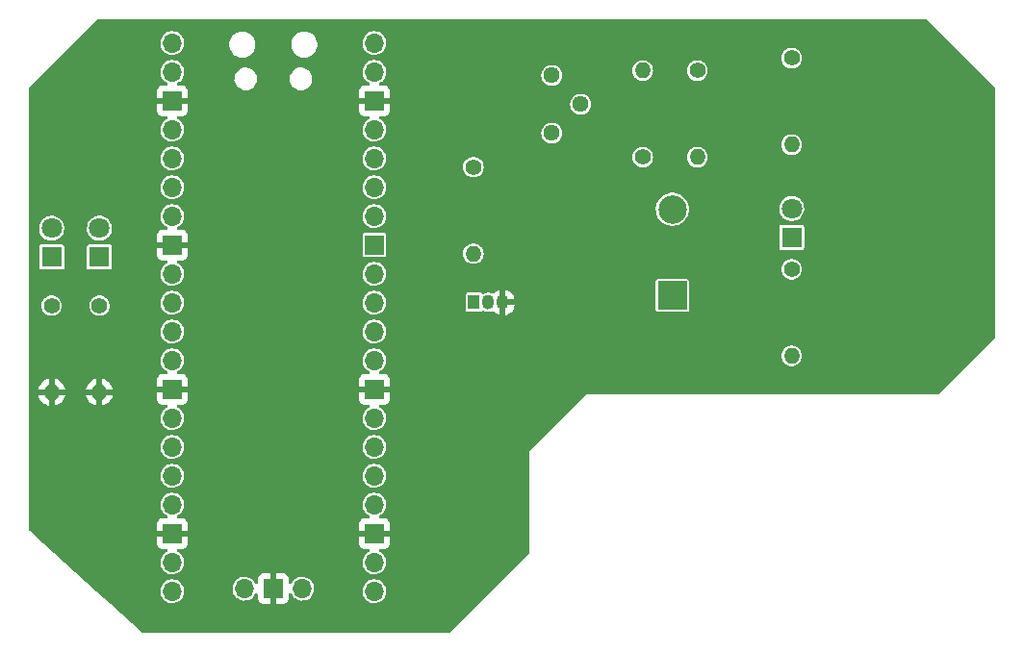
<source format=gbr>
%TF.GenerationSoftware,KiCad,Pcbnew,(6.0.7)*%
%TF.CreationDate,2023-06-25T15:11:42-07:00*%
%TF.ProjectId,WaterSensor,57617465-7253-4656-9e73-6f722e6b6963,rev?*%
%TF.SameCoordinates,Original*%
%TF.FileFunction,Copper,L2,Bot*%
%TF.FilePolarity,Positive*%
%FSLAX46Y46*%
G04 Gerber Fmt 4.6, Leading zero omitted, Abs format (unit mm)*
G04 Created by KiCad (PCBNEW (6.0.7)) date 2023-06-25 15:11:42*
%MOMM*%
%LPD*%
G01*
G04 APERTURE LIST*
%TA.AperFunction,ComponentPad*%
%ADD10R,1.800000X1.800000*%
%TD*%
%TA.AperFunction,ComponentPad*%
%ADD11C,1.800000*%
%TD*%
%TA.AperFunction,ComponentPad*%
%ADD12C,1.400000*%
%TD*%
%TA.AperFunction,ComponentPad*%
%ADD13O,1.400000X1.400000*%
%TD*%
%TA.AperFunction,ComponentPad*%
%ADD14R,2.500000X2.500000*%
%TD*%
%TA.AperFunction,ComponentPad*%
%ADD15C,2.500000*%
%TD*%
%TA.AperFunction,ComponentPad*%
%ADD16R,1.050000X1.300000*%
%TD*%
%TA.AperFunction,ComponentPad*%
%ADD17O,1.050000X1.300000*%
%TD*%
%TA.AperFunction,ComponentPad*%
%ADD18C,1.440000*%
%TD*%
%TA.AperFunction,ComponentPad*%
%ADD19O,1.700000X1.700000*%
%TD*%
%TA.AperFunction,ComponentPad*%
%ADD20R,1.700000X1.700000*%
%TD*%
%TA.AperFunction,ViaPad*%
%ADD21C,0.800000*%
%TD*%
G04 APERTURE END LIST*
D10*
%TO.P,Power,1,K*%
%TO.N,Net-(Power1-Pad1)*%
X196200000Y-83910000D03*
D11*
%TO.P,Power,2,A*%
%TO.N,BatGood*%
X196200000Y-81370000D03*
%TD*%
D12*
%TO.P,R7,1*%
%TO.N,Net-(Power2-Pad1)*%
X192000000Y-88190000D03*
D13*
%TO.P,R7,2*%
%TO.N,GND*%
X192000000Y-95810000D03*
%TD*%
D12*
%TO.P,R6,1*%
%TO.N,Net-(Power1-Pad1)*%
X196200000Y-88190000D03*
D13*
%TO.P,R6,2*%
%TO.N,GND*%
X196200000Y-95810000D03*
%TD*%
D10*
%TO.P,Power2,1,K*%
%TO.N,Net-(Power2-Pad1)*%
X192000000Y-83910000D03*
D11*
%TO.P,Power2,2,A*%
%TO.N,BatLow*%
X192000000Y-81370000D03*
%TD*%
D14*
%TO.P,111,1,1*%
%TO.N,Net-(Q1-Pad2)*%
X246600000Y-87300000D03*
D15*
%TO.P,111,2,2*%
%TO.N,Net-(D1-Pad2)*%
X246600000Y-79700000D03*
%TD*%
D12*
%TO.P,R5,1*%
%TO.N,BatteryLevel*%
X244000000Y-75110000D03*
D13*
%TO.P,R5,2*%
%TO.N,AGND*%
X244000000Y-67490000D03*
%TD*%
D12*
%TO.P,R4,1*%
%TO.N,+5V*%
X248800000Y-67490000D03*
D13*
%TO.P,R4,2*%
%TO.N,BatteryLevel*%
X248800000Y-75110000D03*
%TD*%
D16*
%TO.P,Q1,1,B*%
%TO.N,AnalogOut*%
X229150000Y-87900000D03*
D17*
%TO.P,Q1,2,C*%
%TO.N,Net-(Q1-Pad2)*%
X230420000Y-87900000D03*
%TO.P,Q1,3,E*%
%TO.N,GND*%
X231690000Y-87900000D03*
%TD*%
D18*
%TO.P,RV1,1,1*%
%TO.N,Net-(R1-Pad1)*%
X236000000Y-73000000D03*
%TO.P,RV1,2,2*%
%TO.N,AGND*%
X238540000Y-70460000D03*
%TO.P,RV1,3,3*%
X236000000Y-67920000D03*
%TD*%
D12*
%TO.P,R2,1*%
%TO.N,Net-(D1-Pad1)*%
X257099999Y-84989998D03*
D13*
%TO.P,R2,2*%
%TO.N,Net-(Q1-Pad2)*%
X257099999Y-92609998D03*
%TD*%
D10*
%TO.P,Alert,1,K*%
%TO.N,Net-(D1-Pad1)*%
X257099999Y-82174999D03*
D11*
%TO.P,Alert,2,A*%
%TO.N,Net-(D1-Pad2)*%
X257099999Y-79634999D03*
%TD*%
D12*
%TO.P,R3,1*%
%TO.N,+5V*%
X257100000Y-66389999D03*
D13*
%TO.P,R3,2*%
%TO.N,Net-(D1-Pad2)*%
X257100000Y-74009999D03*
%TD*%
D19*
%TO.P,U1,1,GPIO0*%
%TO.N,unconnected-(U1-Pad1)*%
X202610000Y-65070000D03*
%TO.P,U1,2,GPIO1*%
%TO.N,unconnected-(U1-Pad2)*%
X202610000Y-67610000D03*
D20*
%TO.P,U1,3,GND*%
%TO.N,GND*%
X202610000Y-70150000D03*
D19*
%TO.P,U1,4,GPIO2*%
%TO.N,BatLow*%
X202610000Y-72690000D03*
%TO.P,U1,5,GPIO3*%
%TO.N,BatGood*%
X202610000Y-75230000D03*
%TO.P,U1,6,GPIO4*%
%TO.N,unconnected-(U1-Pad6)*%
X202610000Y-77770000D03*
%TO.P,U1,7,GPIO5*%
%TO.N,unconnected-(U1-Pad7)*%
X202610000Y-80310000D03*
D20*
%TO.P,U1,8,GND*%
%TO.N,GND*%
X202610000Y-82850000D03*
D19*
%TO.P,U1,9,GPIO6*%
%TO.N,unconnected-(U1-Pad9)*%
X202610000Y-85390000D03*
%TO.P,U1,10,GPIO7*%
%TO.N,unconnected-(U1-Pad10)*%
X202610000Y-87930000D03*
%TO.P,U1,11,GPIO8*%
%TO.N,unconnected-(U1-Pad11)*%
X202610000Y-90470000D03*
%TO.P,U1,12,GPIO9*%
%TO.N,unconnected-(U1-Pad12)*%
X202610000Y-93010000D03*
D20*
%TO.P,U1,13,GND*%
%TO.N,GND*%
X202610000Y-95550000D03*
D19*
%TO.P,U1,14,GPIO10*%
%TO.N,unconnected-(U1-Pad14)*%
X202610000Y-98090000D03*
%TO.P,U1,15,GPIO11*%
%TO.N,unconnected-(U1-Pad15)*%
X202610000Y-100630000D03*
%TO.P,U1,16,GPIO12*%
%TO.N,unconnected-(U1-Pad16)*%
X202610000Y-103170000D03*
%TO.P,U1,17,GPIO13*%
%TO.N,unconnected-(U1-Pad17)*%
X202610000Y-105710000D03*
D20*
%TO.P,U1,18,GND*%
%TO.N,GND*%
X202610000Y-108250000D03*
D19*
%TO.P,U1,19,GPIO14*%
%TO.N,unconnected-(U1-Pad19)*%
X202610000Y-110790000D03*
%TO.P,U1,20,GPIO15*%
%TO.N,unconnected-(U1-Pad20)*%
X202610000Y-113330000D03*
%TO.P,U1,21,GPIO16*%
%TO.N,unconnected-(U1-Pad21)*%
X220390000Y-113330000D03*
%TO.P,U1,22,GPIO17*%
%TO.N,unconnected-(U1-Pad22)*%
X220390000Y-110790000D03*
D20*
%TO.P,U1,23,GND*%
%TO.N,GND*%
X220390000Y-108250000D03*
D19*
%TO.P,U1,24,GPIO18*%
%TO.N,unconnected-(U1-Pad24)*%
X220390000Y-105710000D03*
%TO.P,U1,25,GPIO19*%
%TO.N,unconnected-(U1-Pad25)*%
X220390000Y-103170000D03*
%TO.P,U1,26,GPIO20*%
%TO.N,unconnected-(U1-Pad26)*%
X220390000Y-100630000D03*
%TO.P,U1,27,GPIO21*%
%TO.N,unconnected-(U1-Pad27)*%
X220390000Y-98090000D03*
D20*
%TO.P,U1,28,GND*%
%TO.N,GND*%
X220390000Y-95550000D03*
D19*
%TO.P,U1,29,GPIO22*%
%TO.N,unconnected-(U1-Pad29)*%
X220390000Y-93010000D03*
%TO.P,U1,30,RUN*%
%TO.N,unconnected-(U1-Pad30)*%
X220390000Y-90470000D03*
%TO.P,U1,31,GPIO26_ADC0*%
%TO.N,AnalogOut*%
X220390000Y-87930000D03*
%TO.P,U1,32,GPIO27_ADC1*%
%TO.N,BatteryLevel*%
X220390000Y-85390000D03*
D20*
%TO.P,U1,33,AGND*%
%TO.N,AGND*%
X220390000Y-82850000D03*
D19*
%TO.P,U1,34,GPIO28_ADC2*%
%TO.N,unconnected-(U1-Pad34)*%
X220390000Y-80310000D03*
%TO.P,U1,35,ADC_VREF*%
%TO.N,unconnected-(U1-Pad35)*%
X220390000Y-77770000D03*
%TO.P,U1,36,3V3*%
%TO.N,unconnected-(U1-Pad36)*%
X220390000Y-75230000D03*
%TO.P,U1,37,3V3_EN*%
%TO.N,unconnected-(U1-Pad37)*%
X220390000Y-72690000D03*
D20*
%TO.P,U1,38,GND*%
%TO.N,GND*%
X220390000Y-70150000D03*
D19*
%TO.P,U1,39,VSYS*%
%TO.N,unconnected-(U1-Pad39)*%
X220390000Y-67610000D03*
%TO.P,U1,40,VBUS*%
%TO.N,+5V*%
X220390000Y-65070000D03*
%TO.P,U1,41,SWCLK*%
%TO.N,unconnected-(U1-Pad41)*%
X208960000Y-113100000D03*
D20*
%TO.P,U1,42,GND*%
%TO.N,GND*%
X211500000Y-113100000D03*
D19*
%TO.P,U1,43,SWDIO*%
%TO.N,unconnected-(U1-Pad43)*%
X214040000Y-113100000D03*
%TD*%
D12*
%TO.P,R1,1*%
%TO.N,Net-(R1-Pad1)*%
X229100000Y-75990000D03*
D13*
%TO.P,R1,2*%
%TO.N,AnalogOut*%
X229100000Y-83610000D03*
%TD*%
D21*
%TO.N,GND*%
X206400000Y-83000000D03*
X205800000Y-95600000D03*
X205700000Y-108300000D03*
X205600000Y-70100000D03*
X217650000Y-70150000D03*
X217700000Y-108600000D03*
X217700000Y-95800000D03*
X211900000Y-109000000D03*
%TD*%
%TA.AperFunction,Conductor*%
%TO.N,GND*%
G36*
X269015517Y-63021002D02*
G01*
X269036491Y-63037905D01*
X274962095Y-68963509D01*
X274996121Y-69025821D01*
X274999000Y-69052604D01*
X274999000Y-90947396D01*
X274978998Y-91015517D01*
X274962095Y-91036491D01*
X270036491Y-95962095D01*
X269974179Y-95996121D01*
X269947396Y-95999000D01*
X239000198Y-95999000D01*
X239000000Y-95998918D01*
X238999802Y-95999000D01*
X238999235Y-95999235D01*
X238999153Y-95999433D01*
X233999433Y-100999153D01*
X233999235Y-100999235D01*
X233999153Y-100999433D01*
X233998918Y-101000000D01*
X233999000Y-101000198D01*
X233999000Y-109947396D01*
X233978998Y-110015517D01*
X233962095Y-110036491D01*
X227036491Y-116962095D01*
X226974179Y-116996121D01*
X226947396Y-116999000D01*
X200048735Y-116999000D01*
X199980614Y-116978998D01*
X199964445Y-116966655D01*
X197176639Y-114457629D01*
X195907342Y-113315262D01*
X201554520Y-113315262D01*
X201555036Y-113321406D01*
X201570418Y-113504578D01*
X201571759Y-113520553D01*
X201573458Y-113526478D01*
X201615134Y-113671818D01*
X201628544Y-113718586D01*
X201631359Y-113724063D01*
X201631360Y-113724066D01*
X201652247Y-113764707D01*
X201722712Y-113901818D01*
X201850677Y-114063270D01*
X202007564Y-114196791D01*
X202187398Y-114297297D01*
X202282238Y-114328113D01*
X202377471Y-114359056D01*
X202377475Y-114359057D01*
X202383329Y-114360959D01*
X202587894Y-114385351D01*
X202594029Y-114384879D01*
X202594031Y-114384879D01*
X202650039Y-114380569D01*
X202793300Y-114369546D01*
X202799230Y-114367890D01*
X202799232Y-114367890D01*
X202985797Y-114315800D01*
X202985796Y-114315800D01*
X202991725Y-114314145D01*
X202997214Y-114311372D01*
X202997220Y-114311370D01*
X203170116Y-114224033D01*
X203175610Y-114221258D01*
X203218110Y-114188054D01*
X203333101Y-114098213D01*
X203337951Y-114094424D01*
X203361100Y-114067606D01*
X203468540Y-113943134D01*
X203468540Y-113943133D01*
X203472564Y-113938472D01*
X203493387Y-113901818D01*
X203532327Y-113833270D01*
X203574323Y-113759344D01*
X203639351Y-113563863D01*
X203665171Y-113359474D01*
X203665583Y-113330000D01*
X203645480Y-113124970D01*
X203633491Y-113085262D01*
X207904520Y-113085262D01*
X207921759Y-113290553D01*
X207923458Y-113296478D01*
X207942527Y-113362978D01*
X207978544Y-113488586D01*
X207981359Y-113494063D01*
X207981360Y-113494066D01*
X208045666Y-113619192D01*
X208072712Y-113671818D01*
X208200677Y-113833270D01*
X208205370Y-113837264D01*
X208205371Y-113837265D01*
X208317994Y-113933114D01*
X208357564Y-113966791D01*
X208537398Y-114067297D01*
X208620886Y-114094424D01*
X208727471Y-114129056D01*
X208727475Y-114129057D01*
X208733329Y-114130959D01*
X208937894Y-114155351D01*
X208944029Y-114154879D01*
X208944031Y-114154879D01*
X209000039Y-114150569D01*
X209143300Y-114139546D01*
X209149230Y-114137890D01*
X209149232Y-114137890D01*
X209291339Y-114098213D01*
X209341725Y-114084145D01*
X209347214Y-114081372D01*
X209347220Y-114081370D01*
X209520116Y-113994033D01*
X209525610Y-113991258D01*
X209687951Y-113864424D01*
X209822564Y-113708472D01*
X209843387Y-113671818D01*
X209906445Y-113560815D01*
X209957484Y-113511464D01*
X210027102Y-113497542D01*
X210093196Y-113523468D01*
X210134781Y-113581011D01*
X210142001Y-113623052D01*
X210142001Y-113994669D01*
X210142371Y-114001490D01*
X210147895Y-114052352D01*
X210151521Y-114067604D01*
X210196676Y-114188054D01*
X210205214Y-114203649D01*
X210281715Y-114305724D01*
X210294276Y-114318285D01*
X210396351Y-114394786D01*
X210411946Y-114403324D01*
X210532394Y-114448478D01*
X210547649Y-114452105D01*
X210598514Y-114457631D01*
X210605328Y-114458000D01*
X211227885Y-114458000D01*
X211243124Y-114453525D01*
X211244329Y-114452135D01*
X211246000Y-114444452D01*
X211246000Y-114439884D01*
X211754000Y-114439884D01*
X211758475Y-114455123D01*
X211759865Y-114456328D01*
X211767548Y-114457999D01*
X212394669Y-114457999D01*
X212401490Y-114457629D01*
X212452352Y-114452105D01*
X212467604Y-114448479D01*
X212588054Y-114403324D01*
X212603649Y-114394786D01*
X212705724Y-114318285D01*
X212718285Y-114305724D01*
X212794786Y-114203649D01*
X212803324Y-114188054D01*
X212848478Y-114067606D01*
X212852105Y-114052351D01*
X212857631Y-114001486D01*
X212858000Y-113994672D01*
X212858000Y-113619192D01*
X212878002Y-113551071D01*
X212931658Y-113504578D01*
X213001932Y-113494474D01*
X213066512Y-113523968D01*
X213096067Y-113561598D01*
X213152712Y-113671818D01*
X213280677Y-113833270D01*
X213285370Y-113837264D01*
X213285371Y-113837265D01*
X213397994Y-113933114D01*
X213437564Y-113966791D01*
X213617398Y-114067297D01*
X213700886Y-114094424D01*
X213807471Y-114129056D01*
X213807475Y-114129057D01*
X213813329Y-114130959D01*
X214017894Y-114155351D01*
X214024029Y-114154879D01*
X214024031Y-114154879D01*
X214080039Y-114150569D01*
X214223300Y-114139546D01*
X214229230Y-114137890D01*
X214229232Y-114137890D01*
X214371339Y-114098213D01*
X214421725Y-114084145D01*
X214427214Y-114081372D01*
X214427220Y-114081370D01*
X214600116Y-113994033D01*
X214605610Y-113991258D01*
X214767951Y-113864424D01*
X214902564Y-113708472D01*
X214923387Y-113671818D01*
X214986445Y-113560815D01*
X215004323Y-113529344D01*
X215069351Y-113333863D01*
X215071701Y-113315262D01*
X219334520Y-113315262D01*
X219335036Y-113321406D01*
X219350418Y-113504578D01*
X219351759Y-113520553D01*
X219353458Y-113526478D01*
X219395134Y-113671818D01*
X219408544Y-113718586D01*
X219411359Y-113724063D01*
X219411360Y-113724066D01*
X219432247Y-113764707D01*
X219502712Y-113901818D01*
X219630677Y-114063270D01*
X219787564Y-114196791D01*
X219967398Y-114297297D01*
X220062238Y-114328113D01*
X220157471Y-114359056D01*
X220157475Y-114359057D01*
X220163329Y-114360959D01*
X220367894Y-114385351D01*
X220374029Y-114384879D01*
X220374031Y-114384879D01*
X220430039Y-114380569D01*
X220573300Y-114369546D01*
X220579230Y-114367890D01*
X220579232Y-114367890D01*
X220765797Y-114315800D01*
X220765796Y-114315800D01*
X220771725Y-114314145D01*
X220777214Y-114311372D01*
X220777220Y-114311370D01*
X220950116Y-114224033D01*
X220955610Y-114221258D01*
X220998110Y-114188054D01*
X221113101Y-114098213D01*
X221117951Y-114094424D01*
X221141100Y-114067606D01*
X221248540Y-113943134D01*
X221248540Y-113943133D01*
X221252564Y-113938472D01*
X221273387Y-113901818D01*
X221312327Y-113833270D01*
X221354323Y-113759344D01*
X221419351Y-113563863D01*
X221445171Y-113359474D01*
X221445583Y-113330000D01*
X221425480Y-113124970D01*
X221365935Y-112927749D01*
X221269218Y-112745849D01*
X221182151Y-112639095D01*
X221142906Y-112590975D01*
X221142903Y-112590972D01*
X221139011Y-112586200D01*
X221132173Y-112580543D01*
X220985025Y-112458811D01*
X220985021Y-112458809D01*
X220980275Y-112454882D01*
X220799055Y-112356897D01*
X220602254Y-112295977D01*
X220596129Y-112295333D01*
X220596128Y-112295333D01*
X220403498Y-112275087D01*
X220403496Y-112275087D01*
X220397369Y-112274443D01*
X220310529Y-112282346D01*
X220198342Y-112292555D01*
X220198339Y-112292556D01*
X220192203Y-112293114D01*
X219994572Y-112351280D01*
X219812002Y-112446726D01*
X219807201Y-112450586D01*
X219807198Y-112450588D01*
X219656254Y-112571950D01*
X219651447Y-112575815D01*
X219519024Y-112733630D01*
X219516056Y-112739028D01*
X219516053Y-112739033D01*
X219430327Y-112894970D01*
X219419776Y-112914162D01*
X219357484Y-113110532D01*
X219356798Y-113116649D01*
X219356797Y-113116653D01*
X219336627Y-113296478D01*
X219334520Y-113315262D01*
X215071701Y-113315262D01*
X215095171Y-113129474D01*
X215095583Y-113100000D01*
X215094741Y-113091406D01*
X215078694Y-112927749D01*
X215075480Y-112894970D01*
X215015935Y-112697749D01*
X214919218Y-112515849D01*
X214845859Y-112425902D01*
X214792906Y-112360975D01*
X214792903Y-112360972D01*
X214789011Y-112356200D01*
X214782173Y-112350543D01*
X214635025Y-112228811D01*
X214635021Y-112228809D01*
X214630275Y-112224882D01*
X214449055Y-112126897D01*
X214252254Y-112065977D01*
X214246129Y-112065333D01*
X214246128Y-112065333D01*
X214053498Y-112045087D01*
X214053496Y-112045087D01*
X214047369Y-112044443D01*
X213960529Y-112052346D01*
X213848342Y-112062555D01*
X213848339Y-112062556D01*
X213842203Y-112063114D01*
X213644572Y-112121280D01*
X213462002Y-112216726D01*
X213457201Y-112220586D01*
X213457198Y-112220588D01*
X213446971Y-112228811D01*
X213301447Y-112345815D01*
X213169024Y-112503630D01*
X213166054Y-112509033D01*
X213166053Y-112509034D01*
X213094414Y-112639345D01*
X213044068Y-112689404D01*
X212974651Y-112704297D01*
X212908202Y-112679296D01*
X212865818Y-112622339D01*
X212857999Y-112578644D01*
X212857999Y-112205331D01*
X212857629Y-112198510D01*
X212852105Y-112147648D01*
X212848479Y-112132396D01*
X212803324Y-112011946D01*
X212794786Y-111996351D01*
X212718285Y-111894276D01*
X212705724Y-111881715D01*
X212603649Y-111805214D01*
X212588054Y-111796676D01*
X212467606Y-111751522D01*
X212452351Y-111747895D01*
X212401486Y-111742369D01*
X212394672Y-111742000D01*
X211772115Y-111742000D01*
X211756876Y-111746475D01*
X211755671Y-111747865D01*
X211754000Y-111755548D01*
X211754000Y-114439884D01*
X211246000Y-114439884D01*
X211246000Y-111760116D01*
X211241525Y-111744877D01*
X211240135Y-111743672D01*
X211232452Y-111742001D01*
X210605331Y-111742001D01*
X210598510Y-111742371D01*
X210547648Y-111747895D01*
X210532396Y-111751521D01*
X210411946Y-111796676D01*
X210396351Y-111805214D01*
X210294276Y-111881715D01*
X210281715Y-111894276D01*
X210205214Y-111996351D01*
X210196676Y-112011946D01*
X210151522Y-112132394D01*
X210147895Y-112147649D01*
X210142369Y-112198514D01*
X210142000Y-112205328D01*
X210142000Y-112579942D01*
X210121998Y-112648063D01*
X210068342Y-112694556D01*
X209998068Y-112704660D01*
X209933488Y-112675166D01*
X209904748Y-112639095D01*
X209873297Y-112579942D01*
X209839218Y-112515849D01*
X209765859Y-112425902D01*
X209712906Y-112360975D01*
X209712903Y-112360972D01*
X209709011Y-112356200D01*
X209702173Y-112350543D01*
X209555025Y-112228811D01*
X209555021Y-112228809D01*
X209550275Y-112224882D01*
X209369055Y-112126897D01*
X209172254Y-112065977D01*
X209166129Y-112065333D01*
X209166128Y-112065333D01*
X208973498Y-112045087D01*
X208973496Y-112045087D01*
X208967369Y-112044443D01*
X208880529Y-112052346D01*
X208768342Y-112062555D01*
X208768339Y-112062556D01*
X208762203Y-112063114D01*
X208564572Y-112121280D01*
X208382002Y-112216726D01*
X208377201Y-112220586D01*
X208377198Y-112220588D01*
X208366971Y-112228811D01*
X208221447Y-112345815D01*
X208089024Y-112503630D01*
X208086056Y-112509028D01*
X208086053Y-112509033D01*
X207994722Y-112675166D01*
X207989776Y-112684162D01*
X207927484Y-112880532D01*
X207926798Y-112886649D01*
X207926797Y-112886653D01*
X207921526Y-112933649D01*
X207904520Y-113085262D01*
X203633491Y-113085262D01*
X203585935Y-112927749D01*
X203489218Y-112745849D01*
X203402151Y-112639095D01*
X203362906Y-112590975D01*
X203362903Y-112590972D01*
X203359011Y-112586200D01*
X203352173Y-112580543D01*
X203205025Y-112458811D01*
X203205021Y-112458809D01*
X203200275Y-112454882D01*
X203019055Y-112356897D01*
X202822254Y-112295977D01*
X202816129Y-112295333D01*
X202816128Y-112295333D01*
X202623498Y-112275087D01*
X202623496Y-112275087D01*
X202617369Y-112274443D01*
X202530529Y-112282346D01*
X202418342Y-112292555D01*
X202418339Y-112292556D01*
X202412203Y-112293114D01*
X202214572Y-112351280D01*
X202032002Y-112446726D01*
X202027201Y-112450586D01*
X202027198Y-112450588D01*
X201876254Y-112571950D01*
X201871447Y-112575815D01*
X201739024Y-112733630D01*
X201736056Y-112739028D01*
X201736053Y-112739033D01*
X201650327Y-112894970D01*
X201639776Y-112914162D01*
X201577484Y-113110532D01*
X201576798Y-113116649D01*
X201576797Y-113116653D01*
X201556627Y-113296478D01*
X201554520Y-113315262D01*
X195907342Y-113315262D01*
X191273350Y-109144669D01*
X201252001Y-109144669D01*
X201252371Y-109151490D01*
X201257895Y-109202352D01*
X201261521Y-109217604D01*
X201306676Y-109338054D01*
X201315214Y-109353649D01*
X201391715Y-109455724D01*
X201404276Y-109468285D01*
X201506351Y-109544786D01*
X201521946Y-109553324D01*
X201642394Y-109598478D01*
X201657649Y-109602105D01*
X201708514Y-109607631D01*
X201715328Y-109608000D01*
X202090432Y-109608000D01*
X202158553Y-109628002D01*
X202205046Y-109681658D01*
X202215150Y-109751932D01*
X202185656Y-109816512D01*
X202148812Y-109845659D01*
X202032002Y-109906726D01*
X202027201Y-109910586D01*
X202027198Y-109910588D01*
X201896693Y-110015517D01*
X201871447Y-110035815D01*
X201739024Y-110193630D01*
X201736056Y-110199028D01*
X201736053Y-110199033D01*
X201729315Y-110211290D01*
X201639776Y-110374162D01*
X201577484Y-110570532D01*
X201576798Y-110576649D01*
X201576797Y-110576653D01*
X201555207Y-110769137D01*
X201554520Y-110775262D01*
X201571759Y-110980553D01*
X201628544Y-111178586D01*
X201631359Y-111184063D01*
X201631360Y-111184066D01*
X201652247Y-111224707D01*
X201722712Y-111361818D01*
X201850677Y-111523270D01*
X202007564Y-111656791D01*
X202187398Y-111757297D01*
X202282238Y-111788113D01*
X202377471Y-111819056D01*
X202377475Y-111819057D01*
X202383329Y-111820959D01*
X202587894Y-111845351D01*
X202594029Y-111844879D01*
X202594031Y-111844879D01*
X202650039Y-111840569D01*
X202793300Y-111829546D01*
X202799230Y-111827890D01*
X202799232Y-111827890D01*
X202985797Y-111775800D01*
X202985796Y-111775800D01*
X202991725Y-111774145D01*
X202997214Y-111771372D01*
X202997220Y-111771370D01*
X203170116Y-111684033D01*
X203175610Y-111681258D01*
X203337951Y-111554424D01*
X203472564Y-111398472D01*
X203493387Y-111361818D01*
X203571276Y-111224707D01*
X203574323Y-111219344D01*
X203639351Y-111023863D01*
X203665171Y-110819474D01*
X203665583Y-110790000D01*
X203645480Y-110584970D01*
X203585935Y-110387749D01*
X203489218Y-110205849D01*
X203415859Y-110115902D01*
X203362906Y-110050975D01*
X203362903Y-110050972D01*
X203359011Y-110046200D01*
X203304090Y-110000765D01*
X203205025Y-109918811D01*
X203205021Y-109918809D01*
X203200275Y-109914882D01*
X203072255Y-109845662D01*
X203070726Y-109844835D01*
X203020317Y-109794840D01*
X203004940Y-109725529D01*
X203029476Y-109658907D01*
X203086136Y-109616126D01*
X203130655Y-109607999D01*
X203504669Y-109607999D01*
X203511490Y-109607629D01*
X203562352Y-109602105D01*
X203577604Y-109598479D01*
X203698054Y-109553324D01*
X203713649Y-109544786D01*
X203815724Y-109468285D01*
X203828285Y-109455724D01*
X203904786Y-109353649D01*
X203913324Y-109338054D01*
X203958478Y-109217606D01*
X203962105Y-109202351D01*
X203967631Y-109151486D01*
X203968000Y-109144672D01*
X203968000Y-109144669D01*
X219032001Y-109144669D01*
X219032371Y-109151490D01*
X219037895Y-109202352D01*
X219041521Y-109217604D01*
X219086676Y-109338054D01*
X219095214Y-109353649D01*
X219171715Y-109455724D01*
X219184276Y-109468285D01*
X219286351Y-109544786D01*
X219301946Y-109553324D01*
X219422394Y-109598478D01*
X219437649Y-109602105D01*
X219488514Y-109607631D01*
X219495328Y-109608000D01*
X219870432Y-109608000D01*
X219938553Y-109628002D01*
X219985046Y-109681658D01*
X219995150Y-109751932D01*
X219965656Y-109816512D01*
X219928812Y-109845659D01*
X219812002Y-109906726D01*
X219807201Y-109910586D01*
X219807198Y-109910588D01*
X219676693Y-110015517D01*
X219651447Y-110035815D01*
X219519024Y-110193630D01*
X219516056Y-110199028D01*
X219516053Y-110199033D01*
X219509315Y-110211290D01*
X219419776Y-110374162D01*
X219357484Y-110570532D01*
X219356798Y-110576649D01*
X219356797Y-110576653D01*
X219335207Y-110769137D01*
X219334520Y-110775262D01*
X219351759Y-110980553D01*
X219408544Y-111178586D01*
X219411359Y-111184063D01*
X219411360Y-111184066D01*
X219432247Y-111224707D01*
X219502712Y-111361818D01*
X219630677Y-111523270D01*
X219787564Y-111656791D01*
X219967398Y-111757297D01*
X220062238Y-111788113D01*
X220157471Y-111819056D01*
X220157475Y-111819057D01*
X220163329Y-111820959D01*
X220367894Y-111845351D01*
X220374029Y-111844879D01*
X220374031Y-111844879D01*
X220430039Y-111840569D01*
X220573300Y-111829546D01*
X220579230Y-111827890D01*
X220579232Y-111827890D01*
X220765797Y-111775800D01*
X220765796Y-111775800D01*
X220771725Y-111774145D01*
X220777214Y-111771372D01*
X220777220Y-111771370D01*
X220950116Y-111684033D01*
X220955610Y-111681258D01*
X221117951Y-111554424D01*
X221252564Y-111398472D01*
X221273387Y-111361818D01*
X221351276Y-111224707D01*
X221354323Y-111219344D01*
X221419351Y-111023863D01*
X221445171Y-110819474D01*
X221445583Y-110790000D01*
X221425480Y-110584970D01*
X221365935Y-110387749D01*
X221269218Y-110205849D01*
X221195859Y-110115902D01*
X221142906Y-110050975D01*
X221142903Y-110050972D01*
X221139011Y-110046200D01*
X221084090Y-110000765D01*
X220985025Y-109918811D01*
X220985021Y-109918809D01*
X220980275Y-109914882D01*
X220852255Y-109845662D01*
X220850726Y-109844835D01*
X220800317Y-109794840D01*
X220784940Y-109725529D01*
X220809476Y-109658907D01*
X220866136Y-109616126D01*
X220910655Y-109607999D01*
X221284669Y-109607999D01*
X221291490Y-109607629D01*
X221342352Y-109602105D01*
X221357604Y-109598479D01*
X221478054Y-109553324D01*
X221493649Y-109544786D01*
X221595724Y-109468285D01*
X221608285Y-109455724D01*
X221684786Y-109353649D01*
X221693324Y-109338054D01*
X221738478Y-109217606D01*
X221742105Y-109202351D01*
X221747631Y-109151486D01*
X221748000Y-109144672D01*
X221748000Y-108522115D01*
X221743525Y-108506876D01*
X221742135Y-108505671D01*
X221734452Y-108504000D01*
X219050116Y-108504000D01*
X219034877Y-108508475D01*
X219033672Y-108509865D01*
X219032001Y-108517548D01*
X219032001Y-109144669D01*
X203968000Y-109144669D01*
X203968000Y-108522115D01*
X203963525Y-108506876D01*
X203962135Y-108505671D01*
X203954452Y-108504000D01*
X201270116Y-108504000D01*
X201254877Y-108508475D01*
X201253672Y-108509865D01*
X201252001Y-108517548D01*
X201252001Y-109144669D01*
X191273350Y-109144669D01*
X190042710Y-108037093D01*
X190006215Y-107977885D01*
X201252000Y-107977885D01*
X201256475Y-107993124D01*
X201257865Y-107994329D01*
X201265548Y-107996000D01*
X203949884Y-107996000D01*
X203965123Y-107991525D01*
X203966328Y-107990135D01*
X203967999Y-107982452D01*
X203967999Y-107977885D01*
X219032000Y-107977885D01*
X219036475Y-107993124D01*
X219037865Y-107994329D01*
X219045548Y-107996000D01*
X221729884Y-107996000D01*
X221745123Y-107991525D01*
X221746328Y-107990135D01*
X221747999Y-107982452D01*
X221747999Y-107355331D01*
X221747629Y-107348510D01*
X221742105Y-107297648D01*
X221738479Y-107282396D01*
X221693324Y-107161946D01*
X221684786Y-107146351D01*
X221608285Y-107044276D01*
X221595724Y-107031715D01*
X221493649Y-106955214D01*
X221478054Y-106946676D01*
X221357606Y-106901522D01*
X221342351Y-106897895D01*
X221291486Y-106892369D01*
X221284672Y-106892000D01*
X220908932Y-106892000D01*
X220840811Y-106871998D01*
X220794318Y-106818342D01*
X220784214Y-106748068D01*
X220813708Y-106683488D01*
X220852121Y-106653534D01*
X220950116Y-106604033D01*
X220955610Y-106601258D01*
X221117951Y-106474424D01*
X221252564Y-106318472D01*
X221273387Y-106281818D01*
X221351276Y-106144707D01*
X221354323Y-106139344D01*
X221419351Y-105943863D01*
X221445171Y-105739474D01*
X221445583Y-105710000D01*
X221425480Y-105504970D01*
X221365935Y-105307749D01*
X221269218Y-105125849D01*
X221195859Y-105035902D01*
X221142906Y-104970975D01*
X221142903Y-104970972D01*
X221139011Y-104966200D01*
X221121786Y-104951950D01*
X220985025Y-104838811D01*
X220985021Y-104838809D01*
X220980275Y-104834882D01*
X220799055Y-104736897D01*
X220602254Y-104675977D01*
X220596129Y-104675333D01*
X220596128Y-104675333D01*
X220403498Y-104655087D01*
X220403496Y-104655087D01*
X220397369Y-104654443D01*
X220310529Y-104662346D01*
X220198342Y-104672555D01*
X220198339Y-104672556D01*
X220192203Y-104673114D01*
X219994572Y-104731280D01*
X219812002Y-104826726D01*
X219807201Y-104830586D01*
X219807198Y-104830588D01*
X219796971Y-104838811D01*
X219651447Y-104955815D01*
X219519024Y-105113630D01*
X219516056Y-105119028D01*
X219516053Y-105119033D01*
X219509315Y-105131290D01*
X219419776Y-105294162D01*
X219357484Y-105490532D01*
X219356798Y-105496649D01*
X219356797Y-105496653D01*
X219335207Y-105689137D01*
X219334520Y-105695262D01*
X219351759Y-105900553D01*
X219408544Y-106098586D01*
X219411359Y-106104063D01*
X219411360Y-106104066D01*
X219432247Y-106144707D01*
X219502712Y-106281818D01*
X219630677Y-106443270D01*
X219787564Y-106576791D01*
X219836308Y-106604033D01*
X219929315Y-106656013D01*
X219979020Y-106706707D01*
X219993428Y-106776226D01*
X219967964Y-106842499D01*
X219910713Y-106884484D01*
X219867844Y-106892001D01*
X219495331Y-106892001D01*
X219488510Y-106892371D01*
X219437648Y-106897895D01*
X219422396Y-106901521D01*
X219301946Y-106946676D01*
X219286351Y-106955214D01*
X219184276Y-107031715D01*
X219171715Y-107044276D01*
X219095214Y-107146351D01*
X219086676Y-107161946D01*
X219041522Y-107282394D01*
X219037895Y-107297649D01*
X219032369Y-107348514D01*
X219032000Y-107355328D01*
X219032000Y-107977885D01*
X203967999Y-107977885D01*
X203967999Y-107355331D01*
X203967629Y-107348510D01*
X203962105Y-107297648D01*
X203958479Y-107282396D01*
X203913324Y-107161946D01*
X203904786Y-107146351D01*
X203828285Y-107044276D01*
X203815724Y-107031715D01*
X203713649Y-106955214D01*
X203698054Y-106946676D01*
X203577606Y-106901522D01*
X203562351Y-106897895D01*
X203511486Y-106892369D01*
X203504672Y-106892000D01*
X203128932Y-106892000D01*
X203060811Y-106871998D01*
X203014318Y-106818342D01*
X203004214Y-106748068D01*
X203033708Y-106683488D01*
X203072121Y-106653534D01*
X203170116Y-106604033D01*
X203175610Y-106601258D01*
X203337951Y-106474424D01*
X203472564Y-106318472D01*
X203493387Y-106281818D01*
X203571276Y-106144707D01*
X203574323Y-106139344D01*
X203639351Y-105943863D01*
X203665171Y-105739474D01*
X203665583Y-105710000D01*
X203645480Y-105504970D01*
X203585935Y-105307749D01*
X203489218Y-105125849D01*
X203415859Y-105035902D01*
X203362906Y-104970975D01*
X203362903Y-104970972D01*
X203359011Y-104966200D01*
X203341786Y-104951950D01*
X203205025Y-104838811D01*
X203205021Y-104838809D01*
X203200275Y-104834882D01*
X203019055Y-104736897D01*
X202822254Y-104675977D01*
X202816129Y-104675333D01*
X202816128Y-104675333D01*
X202623498Y-104655087D01*
X202623496Y-104655087D01*
X202617369Y-104654443D01*
X202530529Y-104662346D01*
X202418342Y-104672555D01*
X202418339Y-104672556D01*
X202412203Y-104673114D01*
X202214572Y-104731280D01*
X202032002Y-104826726D01*
X202027201Y-104830586D01*
X202027198Y-104830588D01*
X202016971Y-104838811D01*
X201871447Y-104955815D01*
X201739024Y-105113630D01*
X201736056Y-105119028D01*
X201736053Y-105119033D01*
X201729315Y-105131290D01*
X201639776Y-105294162D01*
X201577484Y-105490532D01*
X201576798Y-105496649D01*
X201576797Y-105496653D01*
X201555207Y-105689137D01*
X201554520Y-105695262D01*
X201571759Y-105900553D01*
X201628544Y-106098586D01*
X201631359Y-106104063D01*
X201631360Y-106104066D01*
X201652247Y-106144707D01*
X201722712Y-106281818D01*
X201850677Y-106443270D01*
X202007564Y-106576791D01*
X202056308Y-106604033D01*
X202149315Y-106656013D01*
X202199020Y-106706707D01*
X202213428Y-106776226D01*
X202187964Y-106842499D01*
X202130713Y-106884484D01*
X202087844Y-106892001D01*
X201715331Y-106892001D01*
X201708510Y-106892371D01*
X201657648Y-106897895D01*
X201642396Y-106901521D01*
X201521946Y-106946676D01*
X201506351Y-106955214D01*
X201404276Y-107031715D01*
X201391715Y-107044276D01*
X201315214Y-107146351D01*
X201306676Y-107161946D01*
X201261522Y-107282394D01*
X201257895Y-107297649D01*
X201252369Y-107348514D01*
X201252000Y-107355328D01*
X201252000Y-107977885D01*
X190006215Y-107977885D01*
X190005457Y-107976655D01*
X190001000Y-107943438D01*
X190001000Y-103155262D01*
X201554520Y-103155262D01*
X201571759Y-103360553D01*
X201628544Y-103558586D01*
X201631359Y-103564063D01*
X201631360Y-103564066D01*
X201652247Y-103604707D01*
X201722712Y-103741818D01*
X201850677Y-103903270D01*
X202007564Y-104036791D01*
X202187398Y-104137297D01*
X202282238Y-104168113D01*
X202377471Y-104199056D01*
X202377475Y-104199057D01*
X202383329Y-104200959D01*
X202587894Y-104225351D01*
X202594029Y-104224879D01*
X202594031Y-104224879D01*
X202650039Y-104220569D01*
X202793300Y-104209546D01*
X202799230Y-104207890D01*
X202799232Y-104207890D01*
X202985797Y-104155800D01*
X202985796Y-104155800D01*
X202991725Y-104154145D01*
X202997214Y-104151372D01*
X202997220Y-104151370D01*
X203170116Y-104064033D01*
X203175610Y-104061258D01*
X203337951Y-103934424D01*
X203472564Y-103778472D01*
X203493387Y-103741818D01*
X203571276Y-103604707D01*
X203574323Y-103599344D01*
X203639351Y-103403863D01*
X203665171Y-103199474D01*
X203665583Y-103170000D01*
X203664138Y-103155262D01*
X219334520Y-103155262D01*
X219351759Y-103360553D01*
X219408544Y-103558586D01*
X219411359Y-103564063D01*
X219411360Y-103564066D01*
X219432247Y-103604707D01*
X219502712Y-103741818D01*
X219630677Y-103903270D01*
X219787564Y-104036791D01*
X219967398Y-104137297D01*
X220062238Y-104168113D01*
X220157471Y-104199056D01*
X220157475Y-104199057D01*
X220163329Y-104200959D01*
X220367894Y-104225351D01*
X220374029Y-104224879D01*
X220374031Y-104224879D01*
X220430039Y-104220569D01*
X220573300Y-104209546D01*
X220579230Y-104207890D01*
X220579232Y-104207890D01*
X220765797Y-104155800D01*
X220765796Y-104155800D01*
X220771725Y-104154145D01*
X220777214Y-104151372D01*
X220777220Y-104151370D01*
X220950116Y-104064033D01*
X220955610Y-104061258D01*
X221117951Y-103934424D01*
X221252564Y-103778472D01*
X221273387Y-103741818D01*
X221351276Y-103604707D01*
X221354323Y-103599344D01*
X221419351Y-103403863D01*
X221445171Y-103199474D01*
X221445583Y-103170000D01*
X221425480Y-102964970D01*
X221365935Y-102767749D01*
X221269218Y-102585849D01*
X221195859Y-102495902D01*
X221142906Y-102430975D01*
X221142903Y-102430972D01*
X221139011Y-102426200D01*
X221121786Y-102411950D01*
X220985025Y-102298811D01*
X220985021Y-102298809D01*
X220980275Y-102294882D01*
X220799055Y-102196897D01*
X220602254Y-102135977D01*
X220596129Y-102135333D01*
X220596128Y-102135333D01*
X220403498Y-102115087D01*
X220403496Y-102115087D01*
X220397369Y-102114443D01*
X220310529Y-102122346D01*
X220198342Y-102132555D01*
X220198339Y-102132556D01*
X220192203Y-102133114D01*
X219994572Y-102191280D01*
X219812002Y-102286726D01*
X219807201Y-102290586D01*
X219807198Y-102290588D01*
X219796971Y-102298811D01*
X219651447Y-102415815D01*
X219519024Y-102573630D01*
X219516056Y-102579028D01*
X219516053Y-102579033D01*
X219509315Y-102591290D01*
X219419776Y-102754162D01*
X219357484Y-102950532D01*
X219356798Y-102956649D01*
X219356797Y-102956653D01*
X219335207Y-103149137D01*
X219334520Y-103155262D01*
X203664138Y-103155262D01*
X203645480Y-102964970D01*
X203585935Y-102767749D01*
X203489218Y-102585849D01*
X203415859Y-102495902D01*
X203362906Y-102430975D01*
X203362903Y-102430972D01*
X203359011Y-102426200D01*
X203341786Y-102411950D01*
X203205025Y-102298811D01*
X203205021Y-102298809D01*
X203200275Y-102294882D01*
X203019055Y-102196897D01*
X202822254Y-102135977D01*
X202816129Y-102135333D01*
X202816128Y-102135333D01*
X202623498Y-102115087D01*
X202623496Y-102115087D01*
X202617369Y-102114443D01*
X202530529Y-102122346D01*
X202418342Y-102132555D01*
X202418339Y-102132556D01*
X202412203Y-102133114D01*
X202214572Y-102191280D01*
X202032002Y-102286726D01*
X202027201Y-102290586D01*
X202027198Y-102290588D01*
X202016971Y-102298811D01*
X201871447Y-102415815D01*
X201739024Y-102573630D01*
X201736056Y-102579028D01*
X201736053Y-102579033D01*
X201729315Y-102591290D01*
X201639776Y-102754162D01*
X201577484Y-102950532D01*
X201576798Y-102956649D01*
X201576797Y-102956653D01*
X201555207Y-103149137D01*
X201554520Y-103155262D01*
X190001000Y-103155262D01*
X190001000Y-100615262D01*
X201554520Y-100615262D01*
X201571759Y-100820553D01*
X201573458Y-100826478D01*
X201623215Y-101000000D01*
X201628544Y-101018586D01*
X201631359Y-101024063D01*
X201631360Y-101024066D01*
X201652247Y-101064707D01*
X201722712Y-101201818D01*
X201850677Y-101363270D01*
X202007564Y-101496791D01*
X202187398Y-101597297D01*
X202282238Y-101628113D01*
X202377471Y-101659056D01*
X202377475Y-101659057D01*
X202383329Y-101660959D01*
X202587894Y-101685351D01*
X202594029Y-101684879D01*
X202594031Y-101684879D01*
X202650039Y-101680569D01*
X202793300Y-101669546D01*
X202799230Y-101667890D01*
X202799232Y-101667890D01*
X202985797Y-101615800D01*
X202985796Y-101615800D01*
X202991725Y-101614145D01*
X202997214Y-101611372D01*
X202997220Y-101611370D01*
X203170116Y-101524033D01*
X203175610Y-101521258D01*
X203337951Y-101394424D01*
X203472564Y-101238472D01*
X203493387Y-101201818D01*
X203571276Y-101064707D01*
X203574323Y-101059344D01*
X203639351Y-100863863D01*
X203665171Y-100659474D01*
X203665583Y-100630000D01*
X203664138Y-100615262D01*
X219334520Y-100615262D01*
X219351759Y-100820553D01*
X219353458Y-100826478D01*
X219403215Y-101000000D01*
X219408544Y-101018586D01*
X219411359Y-101024063D01*
X219411360Y-101024066D01*
X219432247Y-101064707D01*
X219502712Y-101201818D01*
X219630677Y-101363270D01*
X219787564Y-101496791D01*
X219967398Y-101597297D01*
X220062238Y-101628113D01*
X220157471Y-101659056D01*
X220157475Y-101659057D01*
X220163329Y-101660959D01*
X220367894Y-101685351D01*
X220374029Y-101684879D01*
X220374031Y-101684879D01*
X220430039Y-101680569D01*
X220573300Y-101669546D01*
X220579230Y-101667890D01*
X220579232Y-101667890D01*
X220765797Y-101615800D01*
X220765796Y-101615800D01*
X220771725Y-101614145D01*
X220777214Y-101611372D01*
X220777220Y-101611370D01*
X220950116Y-101524033D01*
X220955610Y-101521258D01*
X221117951Y-101394424D01*
X221252564Y-101238472D01*
X221273387Y-101201818D01*
X221351276Y-101064707D01*
X221354323Y-101059344D01*
X221419351Y-100863863D01*
X221445171Y-100659474D01*
X221445583Y-100630000D01*
X221425480Y-100424970D01*
X221365935Y-100227749D01*
X221269218Y-100045849D01*
X221195859Y-99955902D01*
X221142906Y-99890975D01*
X221142903Y-99890972D01*
X221139011Y-99886200D01*
X221121786Y-99871950D01*
X220985025Y-99758811D01*
X220985021Y-99758809D01*
X220980275Y-99754882D01*
X220799055Y-99656897D01*
X220602254Y-99595977D01*
X220596129Y-99595333D01*
X220596128Y-99595333D01*
X220403498Y-99575087D01*
X220403496Y-99575087D01*
X220397369Y-99574443D01*
X220310529Y-99582346D01*
X220198342Y-99592555D01*
X220198339Y-99592556D01*
X220192203Y-99593114D01*
X219994572Y-99651280D01*
X219812002Y-99746726D01*
X219807201Y-99750586D01*
X219807198Y-99750588D01*
X219796971Y-99758811D01*
X219651447Y-99875815D01*
X219519024Y-100033630D01*
X219516056Y-100039028D01*
X219516053Y-100039033D01*
X219509315Y-100051290D01*
X219419776Y-100214162D01*
X219357484Y-100410532D01*
X219356798Y-100416649D01*
X219356797Y-100416653D01*
X219335207Y-100609137D01*
X219334520Y-100615262D01*
X203664138Y-100615262D01*
X203645480Y-100424970D01*
X203585935Y-100227749D01*
X203489218Y-100045849D01*
X203415859Y-99955902D01*
X203362906Y-99890975D01*
X203362903Y-99890972D01*
X203359011Y-99886200D01*
X203341786Y-99871950D01*
X203205025Y-99758811D01*
X203205021Y-99758809D01*
X203200275Y-99754882D01*
X203019055Y-99656897D01*
X202822254Y-99595977D01*
X202816129Y-99595333D01*
X202816128Y-99595333D01*
X202623498Y-99575087D01*
X202623496Y-99575087D01*
X202617369Y-99574443D01*
X202530529Y-99582346D01*
X202418342Y-99592555D01*
X202418339Y-99592556D01*
X202412203Y-99593114D01*
X202214572Y-99651280D01*
X202032002Y-99746726D01*
X202027201Y-99750586D01*
X202027198Y-99750588D01*
X202016971Y-99758811D01*
X201871447Y-99875815D01*
X201739024Y-100033630D01*
X201736056Y-100039028D01*
X201736053Y-100039033D01*
X201729315Y-100051290D01*
X201639776Y-100214162D01*
X201577484Y-100410532D01*
X201576798Y-100416649D01*
X201576797Y-100416653D01*
X201555207Y-100609137D01*
X201554520Y-100615262D01*
X190001000Y-100615262D01*
X190001000Y-96076522D01*
X190820801Y-96076522D01*
X190859092Y-96219423D01*
X190862842Y-96229727D01*
X190947521Y-96411323D01*
X190952998Y-96420811D01*
X191067925Y-96584942D01*
X191074981Y-96593350D01*
X191216650Y-96735019D01*
X191225058Y-96742075D01*
X191389189Y-96857002D01*
X191398677Y-96862479D01*
X191580273Y-96947158D01*
X191590577Y-96950908D01*
X191728503Y-96987866D01*
X191742599Y-96987530D01*
X191746000Y-96979588D01*
X191746000Y-96974439D01*
X192254000Y-96974439D01*
X192257973Y-96987970D01*
X192266522Y-96989199D01*
X192409423Y-96950908D01*
X192419727Y-96947158D01*
X192601323Y-96862479D01*
X192610811Y-96857002D01*
X192774942Y-96742075D01*
X192783350Y-96735019D01*
X192925019Y-96593350D01*
X192932075Y-96584942D01*
X193047002Y-96420811D01*
X193052479Y-96411323D01*
X193137158Y-96229727D01*
X193140908Y-96219423D01*
X193177866Y-96081497D01*
X193177747Y-96076522D01*
X195020801Y-96076522D01*
X195059092Y-96219423D01*
X195062842Y-96229727D01*
X195147521Y-96411323D01*
X195152998Y-96420811D01*
X195267925Y-96584942D01*
X195274981Y-96593350D01*
X195416650Y-96735019D01*
X195425058Y-96742075D01*
X195589189Y-96857002D01*
X195598677Y-96862479D01*
X195780273Y-96947158D01*
X195790577Y-96950908D01*
X195928503Y-96987866D01*
X195942599Y-96987530D01*
X195946000Y-96979588D01*
X195946000Y-96974439D01*
X196454000Y-96974439D01*
X196457973Y-96987970D01*
X196466522Y-96989199D01*
X196609423Y-96950908D01*
X196619727Y-96947158D01*
X196801323Y-96862479D01*
X196810811Y-96857002D01*
X196974942Y-96742075D01*
X196983350Y-96735019D01*
X197125019Y-96593350D01*
X197132075Y-96584942D01*
X197230296Y-96444669D01*
X201252001Y-96444669D01*
X201252371Y-96451490D01*
X201257895Y-96502352D01*
X201261521Y-96517604D01*
X201306676Y-96638054D01*
X201315214Y-96653649D01*
X201391715Y-96755724D01*
X201404276Y-96768285D01*
X201506351Y-96844786D01*
X201521946Y-96853324D01*
X201642394Y-96898478D01*
X201657649Y-96902105D01*
X201708514Y-96907631D01*
X201715328Y-96908000D01*
X202090432Y-96908000D01*
X202158553Y-96928002D01*
X202205046Y-96981658D01*
X202215150Y-97051932D01*
X202185656Y-97116512D01*
X202148812Y-97145659D01*
X202032002Y-97206726D01*
X202027201Y-97210586D01*
X202027198Y-97210588D01*
X202016971Y-97218811D01*
X201871447Y-97335815D01*
X201739024Y-97493630D01*
X201736056Y-97499028D01*
X201736053Y-97499033D01*
X201729315Y-97511290D01*
X201639776Y-97674162D01*
X201577484Y-97870532D01*
X201576798Y-97876649D01*
X201576797Y-97876653D01*
X201555207Y-98069137D01*
X201554520Y-98075262D01*
X201571759Y-98280553D01*
X201628544Y-98478586D01*
X201631359Y-98484063D01*
X201631360Y-98484066D01*
X201652247Y-98524707D01*
X201722712Y-98661818D01*
X201850677Y-98823270D01*
X202007564Y-98956791D01*
X202187398Y-99057297D01*
X202282238Y-99088112D01*
X202377471Y-99119056D01*
X202377475Y-99119057D01*
X202383329Y-99120959D01*
X202587894Y-99145351D01*
X202594029Y-99144879D01*
X202594031Y-99144879D01*
X202650039Y-99140569D01*
X202793300Y-99129546D01*
X202799230Y-99127890D01*
X202799232Y-99127890D01*
X202985797Y-99075800D01*
X202985796Y-99075800D01*
X202991725Y-99074145D01*
X202997214Y-99071372D01*
X202997220Y-99071370D01*
X203170116Y-98984033D01*
X203175610Y-98981258D01*
X203337951Y-98854424D01*
X203472564Y-98698472D01*
X203493387Y-98661818D01*
X203571276Y-98524707D01*
X203574323Y-98519344D01*
X203639351Y-98323863D01*
X203665171Y-98119474D01*
X203665583Y-98090000D01*
X203645480Y-97884970D01*
X203585935Y-97687749D01*
X203489218Y-97505849D01*
X203415859Y-97415902D01*
X203362906Y-97350975D01*
X203362903Y-97350972D01*
X203359011Y-97346200D01*
X203341786Y-97331950D01*
X203205025Y-97218811D01*
X203205021Y-97218809D01*
X203200275Y-97214882D01*
X203072255Y-97145662D01*
X203070726Y-97144835D01*
X203020317Y-97094840D01*
X203004940Y-97025529D01*
X203029476Y-96958907D01*
X203086136Y-96916126D01*
X203130655Y-96907999D01*
X203504669Y-96907999D01*
X203511490Y-96907629D01*
X203562352Y-96902105D01*
X203577604Y-96898479D01*
X203698054Y-96853324D01*
X203713649Y-96844786D01*
X203815724Y-96768285D01*
X203828285Y-96755724D01*
X203904786Y-96653649D01*
X203913324Y-96638054D01*
X203958478Y-96517606D01*
X203962105Y-96502351D01*
X203967631Y-96451486D01*
X203968000Y-96444672D01*
X203968000Y-96444669D01*
X219032001Y-96444669D01*
X219032371Y-96451490D01*
X219037895Y-96502352D01*
X219041521Y-96517604D01*
X219086676Y-96638054D01*
X219095214Y-96653649D01*
X219171715Y-96755724D01*
X219184276Y-96768285D01*
X219286351Y-96844786D01*
X219301946Y-96853324D01*
X219422394Y-96898478D01*
X219437649Y-96902105D01*
X219488514Y-96907631D01*
X219495328Y-96908000D01*
X219870432Y-96908000D01*
X219938553Y-96928002D01*
X219985046Y-96981658D01*
X219995150Y-97051932D01*
X219965656Y-97116512D01*
X219928812Y-97145659D01*
X219812002Y-97206726D01*
X219807201Y-97210586D01*
X219807198Y-97210588D01*
X219796971Y-97218811D01*
X219651447Y-97335815D01*
X219519024Y-97493630D01*
X219516056Y-97499028D01*
X219516053Y-97499033D01*
X219509315Y-97511290D01*
X219419776Y-97674162D01*
X219357484Y-97870532D01*
X219356798Y-97876649D01*
X219356797Y-97876653D01*
X219335207Y-98069137D01*
X219334520Y-98075262D01*
X219351759Y-98280553D01*
X219408544Y-98478586D01*
X219411359Y-98484063D01*
X219411360Y-98484066D01*
X219432247Y-98524707D01*
X219502712Y-98661818D01*
X219630677Y-98823270D01*
X219787564Y-98956791D01*
X219967398Y-99057297D01*
X220062238Y-99088112D01*
X220157471Y-99119056D01*
X220157475Y-99119057D01*
X220163329Y-99120959D01*
X220367894Y-99145351D01*
X220374029Y-99144879D01*
X220374031Y-99144879D01*
X220430039Y-99140569D01*
X220573300Y-99129546D01*
X220579230Y-99127890D01*
X220579232Y-99127890D01*
X220765797Y-99075800D01*
X220765796Y-99075800D01*
X220771725Y-99074145D01*
X220777214Y-99071372D01*
X220777220Y-99071370D01*
X220950116Y-98984033D01*
X220955610Y-98981258D01*
X221117951Y-98854424D01*
X221252564Y-98698472D01*
X221273387Y-98661818D01*
X221351276Y-98524707D01*
X221354323Y-98519344D01*
X221419351Y-98323863D01*
X221445171Y-98119474D01*
X221445583Y-98090000D01*
X221425480Y-97884970D01*
X221365935Y-97687749D01*
X221269218Y-97505849D01*
X221195859Y-97415902D01*
X221142906Y-97350975D01*
X221142903Y-97350972D01*
X221139011Y-97346200D01*
X221121786Y-97331950D01*
X220985025Y-97218811D01*
X220985021Y-97218809D01*
X220980275Y-97214882D01*
X220852255Y-97145662D01*
X220850726Y-97144835D01*
X220800317Y-97094840D01*
X220784940Y-97025529D01*
X220809476Y-96958907D01*
X220866136Y-96916126D01*
X220910655Y-96907999D01*
X221284669Y-96907999D01*
X221291490Y-96907629D01*
X221342352Y-96902105D01*
X221357604Y-96898479D01*
X221478054Y-96853324D01*
X221493649Y-96844786D01*
X221595724Y-96768285D01*
X221608285Y-96755724D01*
X221684786Y-96653649D01*
X221693324Y-96638054D01*
X221738478Y-96517606D01*
X221742105Y-96502351D01*
X221747631Y-96451486D01*
X221748000Y-96444672D01*
X221748000Y-95822115D01*
X221743525Y-95806876D01*
X221742135Y-95805671D01*
X221734452Y-95804000D01*
X219050116Y-95804000D01*
X219034877Y-95808475D01*
X219033672Y-95809865D01*
X219032001Y-95817548D01*
X219032001Y-96444669D01*
X203968000Y-96444669D01*
X203968000Y-95822115D01*
X203963525Y-95806876D01*
X203962135Y-95805671D01*
X203954452Y-95804000D01*
X201270116Y-95804000D01*
X201254877Y-95808475D01*
X201253672Y-95809865D01*
X201252001Y-95817548D01*
X201252001Y-96444669D01*
X197230296Y-96444669D01*
X197247002Y-96420811D01*
X197252479Y-96411323D01*
X197337158Y-96229727D01*
X197340908Y-96219423D01*
X197377866Y-96081497D01*
X197377530Y-96067401D01*
X197369588Y-96064000D01*
X196472115Y-96064000D01*
X196456876Y-96068475D01*
X196455671Y-96069865D01*
X196454000Y-96077548D01*
X196454000Y-96974439D01*
X195946000Y-96974439D01*
X195946000Y-96082115D01*
X195941525Y-96066876D01*
X195940135Y-96065671D01*
X195932452Y-96064000D01*
X195035561Y-96064000D01*
X195022030Y-96067973D01*
X195020801Y-96076522D01*
X193177747Y-96076522D01*
X193177530Y-96067401D01*
X193169588Y-96064000D01*
X192272115Y-96064000D01*
X192256876Y-96068475D01*
X192255671Y-96069865D01*
X192254000Y-96077548D01*
X192254000Y-96974439D01*
X191746000Y-96974439D01*
X191746000Y-96082115D01*
X191741525Y-96066876D01*
X191740135Y-96065671D01*
X191732452Y-96064000D01*
X190835561Y-96064000D01*
X190822030Y-96067973D01*
X190820801Y-96076522D01*
X190001000Y-96076522D01*
X190001000Y-95538503D01*
X190822134Y-95538503D01*
X190822470Y-95552599D01*
X190830412Y-95556000D01*
X191727885Y-95556000D01*
X191743124Y-95551525D01*
X191744329Y-95550135D01*
X191746000Y-95542452D01*
X191746000Y-95537885D01*
X192254000Y-95537885D01*
X192258475Y-95553124D01*
X192259865Y-95554329D01*
X192267548Y-95556000D01*
X193164439Y-95556000D01*
X193177970Y-95552027D01*
X193179199Y-95543478D01*
X193177866Y-95538503D01*
X195022134Y-95538503D01*
X195022470Y-95552599D01*
X195030412Y-95556000D01*
X195927885Y-95556000D01*
X195943124Y-95551525D01*
X195944329Y-95550135D01*
X195946000Y-95542452D01*
X195946000Y-95537885D01*
X196454000Y-95537885D01*
X196458475Y-95553124D01*
X196459865Y-95554329D01*
X196467548Y-95556000D01*
X197364439Y-95556000D01*
X197377970Y-95552027D01*
X197379199Y-95543478D01*
X197340908Y-95400577D01*
X197337158Y-95390273D01*
X197284751Y-95277885D01*
X201252000Y-95277885D01*
X201256475Y-95293124D01*
X201257865Y-95294329D01*
X201265548Y-95296000D01*
X203949884Y-95296000D01*
X203965123Y-95291525D01*
X203966328Y-95290135D01*
X203967999Y-95282452D01*
X203967999Y-95277885D01*
X219032000Y-95277885D01*
X219036475Y-95293124D01*
X219037865Y-95294329D01*
X219045548Y-95296000D01*
X221729884Y-95296000D01*
X221745123Y-95291525D01*
X221746328Y-95290135D01*
X221747999Y-95282452D01*
X221747999Y-94655331D01*
X221747629Y-94648510D01*
X221742105Y-94597648D01*
X221738479Y-94582396D01*
X221693324Y-94461946D01*
X221684786Y-94446351D01*
X221608285Y-94344276D01*
X221595724Y-94331715D01*
X221493649Y-94255214D01*
X221478054Y-94246676D01*
X221357606Y-94201522D01*
X221342351Y-94197895D01*
X221291486Y-94192369D01*
X221284672Y-94192000D01*
X220908932Y-94192000D01*
X220840811Y-94171998D01*
X220794318Y-94118342D01*
X220784214Y-94048068D01*
X220813708Y-93983488D01*
X220852121Y-93953534D01*
X220950116Y-93904033D01*
X220955610Y-93901258D01*
X221117951Y-93774424D01*
X221252564Y-93618472D01*
X221273387Y-93581818D01*
X221336259Y-93471142D01*
X221354323Y-93439344D01*
X221419351Y-93243863D01*
X221445171Y-93039474D01*
X221445583Y-93010000D01*
X221425480Y-92804970D01*
X221366614Y-92609998D01*
X256194539Y-92609998D01*
X256214325Y-92798254D01*
X256272820Y-92978282D01*
X256276123Y-92984004D01*
X256276124Y-92984005D01*
X256289108Y-93006494D01*
X256367466Y-93142214D01*
X256371884Y-93147121D01*
X256371885Y-93147122D01*
X256464261Y-93249715D01*
X256494128Y-93282886D01*
X256647269Y-93394149D01*
X256820196Y-93471142D01*
X256918211Y-93491976D01*
X256998896Y-93509126D01*
X256998900Y-93509126D01*
X257005353Y-93510498D01*
X257194645Y-93510498D01*
X257201098Y-93509126D01*
X257201102Y-93509126D01*
X257281787Y-93491976D01*
X257379802Y-93471142D01*
X257552729Y-93394149D01*
X257705870Y-93282886D01*
X257735738Y-93249715D01*
X257828113Y-93147122D01*
X257828114Y-93147121D01*
X257832532Y-93142214D01*
X257910890Y-93006494D01*
X257923874Y-92984005D01*
X257923875Y-92984004D01*
X257927178Y-92978282D01*
X257985673Y-92798254D01*
X258005459Y-92609998D01*
X257985673Y-92421742D01*
X257927178Y-92241714D01*
X257863020Y-92130588D01*
X257835835Y-92083503D01*
X257832532Y-92077782D01*
X257795719Y-92036897D01*
X257710285Y-91942013D01*
X257710283Y-91942012D01*
X257705870Y-91937110D01*
X257552729Y-91825847D01*
X257379802Y-91748854D01*
X257281787Y-91728020D01*
X257201102Y-91710870D01*
X257201098Y-91710870D01*
X257194645Y-91709498D01*
X257005353Y-91709498D01*
X256998900Y-91710870D01*
X256998896Y-91710870D01*
X256918211Y-91728020D01*
X256820196Y-91748854D01*
X256647269Y-91825847D01*
X256494128Y-91937110D01*
X256489715Y-91942012D01*
X256489713Y-91942013D01*
X256404279Y-92036897D01*
X256367466Y-92077782D01*
X256364163Y-92083503D01*
X256336979Y-92130588D01*
X256272820Y-92241714D01*
X256214325Y-92421742D01*
X256194539Y-92609998D01*
X221366614Y-92609998D01*
X221365935Y-92607749D01*
X221269218Y-92425849D01*
X221195859Y-92335902D01*
X221142906Y-92270975D01*
X221142903Y-92270972D01*
X221139011Y-92266200D01*
X221102495Y-92235991D01*
X220985025Y-92138811D01*
X220985021Y-92138809D01*
X220980275Y-92134882D01*
X220799055Y-92036897D01*
X220602254Y-91975977D01*
X220596129Y-91975333D01*
X220596128Y-91975333D01*
X220403498Y-91955087D01*
X220403496Y-91955087D01*
X220397369Y-91954443D01*
X220310529Y-91962346D01*
X220198342Y-91972555D01*
X220198339Y-91972556D01*
X220192203Y-91973114D01*
X219994572Y-92031280D01*
X219812002Y-92126726D01*
X219807201Y-92130586D01*
X219807198Y-92130588D01*
X219796971Y-92138811D01*
X219651447Y-92255815D01*
X219519024Y-92413630D01*
X219516056Y-92419028D01*
X219516053Y-92419033D01*
X219510956Y-92428305D01*
X219419776Y-92594162D01*
X219357484Y-92790532D01*
X219356798Y-92796649D01*
X219356797Y-92796653D01*
X219337130Y-92971997D01*
X219334520Y-92995262D01*
X219351759Y-93200553D01*
X219353458Y-93206478D01*
X219375368Y-93282886D01*
X219408544Y-93398586D01*
X219411359Y-93404063D01*
X219411360Y-93404066D01*
X219499897Y-93576341D01*
X219502712Y-93581818D01*
X219630677Y-93743270D01*
X219787564Y-93876791D01*
X219836308Y-93904033D01*
X219929315Y-93956013D01*
X219979020Y-94006707D01*
X219993428Y-94076226D01*
X219967964Y-94142499D01*
X219910713Y-94184484D01*
X219867844Y-94192001D01*
X219495331Y-94192001D01*
X219488510Y-94192371D01*
X219437648Y-94197895D01*
X219422396Y-94201521D01*
X219301946Y-94246676D01*
X219286351Y-94255214D01*
X219184276Y-94331715D01*
X219171715Y-94344276D01*
X219095214Y-94446351D01*
X219086676Y-94461946D01*
X219041522Y-94582394D01*
X219037895Y-94597649D01*
X219032369Y-94648514D01*
X219032000Y-94655328D01*
X219032000Y-95277885D01*
X203967999Y-95277885D01*
X203967999Y-94655331D01*
X203967629Y-94648510D01*
X203962105Y-94597648D01*
X203958479Y-94582396D01*
X203913324Y-94461946D01*
X203904786Y-94446351D01*
X203828285Y-94344276D01*
X203815724Y-94331715D01*
X203713649Y-94255214D01*
X203698054Y-94246676D01*
X203577606Y-94201522D01*
X203562351Y-94197895D01*
X203511486Y-94192369D01*
X203504672Y-94192000D01*
X203128932Y-94192000D01*
X203060811Y-94171998D01*
X203014318Y-94118342D01*
X203004214Y-94048068D01*
X203033708Y-93983488D01*
X203072121Y-93953534D01*
X203170116Y-93904033D01*
X203175610Y-93901258D01*
X203337951Y-93774424D01*
X203472564Y-93618472D01*
X203493387Y-93581818D01*
X203556259Y-93471142D01*
X203574323Y-93439344D01*
X203639351Y-93243863D01*
X203665171Y-93039474D01*
X203665583Y-93010000D01*
X203645480Y-92804970D01*
X203585935Y-92607749D01*
X203489218Y-92425849D01*
X203415859Y-92335902D01*
X203362906Y-92270975D01*
X203362903Y-92270972D01*
X203359011Y-92266200D01*
X203322495Y-92235991D01*
X203205025Y-92138811D01*
X203205021Y-92138809D01*
X203200275Y-92134882D01*
X203019055Y-92036897D01*
X202822254Y-91975977D01*
X202816129Y-91975333D01*
X202816128Y-91975333D01*
X202623498Y-91955087D01*
X202623496Y-91955087D01*
X202617369Y-91954443D01*
X202530529Y-91962346D01*
X202418342Y-91972555D01*
X202418339Y-91972556D01*
X202412203Y-91973114D01*
X202214572Y-92031280D01*
X202032002Y-92126726D01*
X202027201Y-92130586D01*
X202027198Y-92130588D01*
X202016971Y-92138811D01*
X201871447Y-92255815D01*
X201739024Y-92413630D01*
X201736056Y-92419028D01*
X201736053Y-92419033D01*
X201730956Y-92428305D01*
X201639776Y-92594162D01*
X201577484Y-92790532D01*
X201576798Y-92796649D01*
X201576797Y-92796653D01*
X201557130Y-92971997D01*
X201554520Y-92995262D01*
X201571759Y-93200553D01*
X201573458Y-93206478D01*
X201595368Y-93282886D01*
X201628544Y-93398586D01*
X201631359Y-93404063D01*
X201631360Y-93404066D01*
X201719897Y-93576341D01*
X201722712Y-93581818D01*
X201850677Y-93743270D01*
X202007564Y-93876791D01*
X202056308Y-93904033D01*
X202149315Y-93956013D01*
X202199020Y-94006707D01*
X202213428Y-94076226D01*
X202187964Y-94142499D01*
X202130713Y-94184484D01*
X202087844Y-94192001D01*
X201715331Y-94192001D01*
X201708510Y-94192371D01*
X201657648Y-94197895D01*
X201642396Y-94201521D01*
X201521946Y-94246676D01*
X201506351Y-94255214D01*
X201404276Y-94331715D01*
X201391715Y-94344276D01*
X201315214Y-94446351D01*
X201306676Y-94461946D01*
X201261522Y-94582394D01*
X201257895Y-94597649D01*
X201252369Y-94648514D01*
X201252000Y-94655328D01*
X201252000Y-95277885D01*
X197284751Y-95277885D01*
X197252479Y-95208677D01*
X197247002Y-95199189D01*
X197132075Y-95035058D01*
X197125019Y-95026650D01*
X196983350Y-94884981D01*
X196974942Y-94877925D01*
X196810811Y-94762998D01*
X196801323Y-94757521D01*
X196619727Y-94672842D01*
X196609423Y-94669092D01*
X196471497Y-94632134D01*
X196457401Y-94632470D01*
X196454000Y-94640412D01*
X196454000Y-95537885D01*
X195946000Y-95537885D01*
X195946000Y-94645561D01*
X195942027Y-94632030D01*
X195933478Y-94630801D01*
X195790577Y-94669092D01*
X195780273Y-94672842D01*
X195598677Y-94757521D01*
X195589189Y-94762998D01*
X195425058Y-94877925D01*
X195416650Y-94884981D01*
X195274981Y-95026650D01*
X195267925Y-95035058D01*
X195152998Y-95199189D01*
X195147521Y-95208677D01*
X195062842Y-95390273D01*
X195059092Y-95400577D01*
X195022134Y-95538503D01*
X193177866Y-95538503D01*
X193140908Y-95400577D01*
X193137158Y-95390273D01*
X193052479Y-95208677D01*
X193047002Y-95199189D01*
X192932075Y-95035058D01*
X192925019Y-95026650D01*
X192783350Y-94884981D01*
X192774942Y-94877925D01*
X192610811Y-94762998D01*
X192601323Y-94757521D01*
X192419727Y-94672842D01*
X192409423Y-94669092D01*
X192271497Y-94632134D01*
X192257401Y-94632470D01*
X192254000Y-94640412D01*
X192254000Y-95537885D01*
X191746000Y-95537885D01*
X191746000Y-94645561D01*
X191742027Y-94632030D01*
X191733478Y-94630801D01*
X191590577Y-94669092D01*
X191580273Y-94672842D01*
X191398677Y-94757521D01*
X191389189Y-94762998D01*
X191225058Y-94877925D01*
X191216650Y-94884981D01*
X191074981Y-95026650D01*
X191067925Y-95035058D01*
X190952998Y-95199189D01*
X190947521Y-95208677D01*
X190862842Y-95390273D01*
X190859092Y-95400577D01*
X190822134Y-95538503D01*
X190001000Y-95538503D01*
X190001000Y-90455262D01*
X201554520Y-90455262D01*
X201571759Y-90660553D01*
X201628544Y-90858586D01*
X201631359Y-90864063D01*
X201631360Y-90864066D01*
X201701656Y-91000847D01*
X201722712Y-91041818D01*
X201850677Y-91203270D01*
X202007564Y-91336791D01*
X202187398Y-91437297D01*
X202282238Y-91468113D01*
X202377471Y-91499056D01*
X202377475Y-91499057D01*
X202383329Y-91500959D01*
X202587894Y-91525351D01*
X202594029Y-91524879D01*
X202594031Y-91524879D01*
X202650039Y-91520569D01*
X202793300Y-91509546D01*
X202799230Y-91507890D01*
X202799232Y-91507890D01*
X202985797Y-91455800D01*
X202985796Y-91455800D01*
X202991725Y-91454145D01*
X202997214Y-91451372D01*
X202997220Y-91451370D01*
X203170116Y-91364033D01*
X203175610Y-91361258D01*
X203337951Y-91234424D01*
X203472564Y-91078472D01*
X203493387Y-91041818D01*
X203517378Y-90999586D01*
X203574323Y-90899344D01*
X203639351Y-90703863D01*
X203665171Y-90499474D01*
X203665583Y-90470000D01*
X203664138Y-90455262D01*
X219334520Y-90455262D01*
X219351759Y-90660553D01*
X219408544Y-90858586D01*
X219411359Y-90864063D01*
X219411360Y-90864066D01*
X219481656Y-91000847D01*
X219502712Y-91041818D01*
X219630677Y-91203270D01*
X219787564Y-91336791D01*
X219967398Y-91437297D01*
X220062238Y-91468113D01*
X220157471Y-91499056D01*
X220157475Y-91499057D01*
X220163329Y-91500959D01*
X220367894Y-91525351D01*
X220374029Y-91524879D01*
X220374031Y-91524879D01*
X220430039Y-91520569D01*
X220573300Y-91509546D01*
X220579230Y-91507890D01*
X220579232Y-91507890D01*
X220765797Y-91455800D01*
X220765796Y-91455800D01*
X220771725Y-91454145D01*
X220777214Y-91451372D01*
X220777220Y-91451370D01*
X220950116Y-91364033D01*
X220955610Y-91361258D01*
X221117951Y-91234424D01*
X221252564Y-91078472D01*
X221273387Y-91041818D01*
X221297378Y-90999586D01*
X221354323Y-90899344D01*
X221419351Y-90703863D01*
X221445171Y-90499474D01*
X221445583Y-90470000D01*
X221425480Y-90264970D01*
X221365935Y-90067749D01*
X221269218Y-89885849D01*
X221195859Y-89795902D01*
X221142906Y-89730975D01*
X221142903Y-89730972D01*
X221139011Y-89726200D01*
X221121786Y-89711950D01*
X220985025Y-89598811D01*
X220985021Y-89598809D01*
X220980275Y-89594882D01*
X220799055Y-89496897D01*
X220602254Y-89435977D01*
X220596129Y-89435333D01*
X220596128Y-89435333D01*
X220403498Y-89415087D01*
X220403496Y-89415087D01*
X220397369Y-89414443D01*
X220310529Y-89422346D01*
X220198342Y-89432555D01*
X220198339Y-89432556D01*
X220192203Y-89433114D01*
X219994572Y-89491280D01*
X219812002Y-89586726D01*
X219807201Y-89590586D01*
X219807198Y-89590588D01*
X219796971Y-89598811D01*
X219651447Y-89715815D01*
X219519024Y-89873630D01*
X219516056Y-89879028D01*
X219516053Y-89879033D01*
X219509315Y-89891290D01*
X219419776Y-90054162D01*
X219357484Y-90250532D01*
X219356798Y-90256649D01*
X219356797Y-90256653D01*
X219335207Y-90449137D01*
X219334520Y-90455262D01*
X203664138Y-90455262D01*
X203645480Y-90264970D01*
X203585935Y-90067749D01*
X203489218Y-89885849D01*
X203415859Y-89795902D01*
X203362906Y-89730975D01*
X203362903Y-89730972D01*
X203359011Y-89726200D01*
X203341786Y-89711950D01*
X203205025Y-89598811D01*
X203205021Y-89598809D01*
X203200275Y-89594882D01*
X203019055Y-89496897D01*
X202822254Y-89435977D01*
X202816129Y-89435333D01*
X202816128Y-89435333D01*
X202623498Y-89415087D01*
X202623496Y-89415087D01*
X202617369Y-89414443D01*
X202530529Y-89422346D01*
X202418342Y-89432555D01*
X202418339Y-89432556D01*
X202412203Y-89433114D01*
X202214572Y-89491280D01*
X202032002Y-89586726D01*
X202027201Y-89590586D01*
X202027198Y-89590588D01*
X202016971Y-89598811D01*
X201871447Y-89715815D01*
X201739024Y-89873630D01*
X201736056Y-89879028D01*
X201736053Y-89879033D01*
X201729315Y-89891290D01*
X201639776Y-90054162D01*
X201577484Y-90250532D01*
X201576798Y-90256649D01*
X201576797Y-90256653D01*
X201555207Y-90449137D01*
X201554520Y-90455262D01*
X190001000Y-90455262D01*
X190001000Y-88190000D01*
X191094540Y-88190000D01*
X191095230Y-88196565D01*
X191108631Y-88324066D01*
X191114326Y-88378256D01*
X191172821Y-88558284D01*
X191176124Y-88564006D01*
X191176125Y-88564007D01*
X191206237Y-88616162D01*
X191267467Y-88722216D01*
X191271885Y-88727123D01*
X191271886Y-88727124D01*
X191359144Y-88824033D01*
X191394129Y-88862888D01*
X191399468Y-88866767D01*
X191540932Y-88969546D01*
X191547270Y-88974151D01*
X191720197Y-89051144D01*
X191818212Y-89071978D01*
X191898897Y-89089128D01*
X191898901Y-89089128D01*
X191905354Y-89090500D01*
X192094646Y-89090500D01*
X192101099Y-89089128D01*
X192101103Y-89089128D01*
X192181788Y-89071978D01*
X192279803Y-89051144D01*
X192452730Y-88974151D01*
X192459069Y-88969546D01*
X192600532Y-88866767D01*
X192605871Y-88862888D01*
X192640857Y-88824033D01*
X192728114Y-88727124D01*
X192728115Y-88727123D01*
X192732533Y-88722216D01*
X192793763Y-88616162D01*
X192823875Y-88564007D01*
X192823876Y-88564006D01*
X192827179Y-88558284D01*
X192885674Y-88378256D01*
X192891370Y-88324066D01*
X192904770Y-88196565D01*
X192905460Y-88190000D01*
X195294540Y-88190000D01*
X195295230Y-88196565D01*
X195308631Y-88324066D01*
X195314326Y-88378256D01*
X195372821Y-88558284D01*
X195376124Y-88564006D01*
X195376125Y-88564007D01*
X195406237Y-88616162D01*
X195467467Y-88722216D01*
X195471885Y-88727123D01*
X195471886Y-88727124D01*
X195559144Y-88824033D01*
X195594129Y-88862888D01*
X195599468Y-88866767D01*
X195740932Y-88969546D01*
X195747270Y-88974151D01*
X195920197Y-89051144D01*
X196018212Y-89071978D01*
X196098897Y-89089128D01*
X196098901Y-89089128D01*
X196105354Y-89090500D01*
X196294646Y-89090500D01*
X196301099Y-89089128D01*
X196301103Y-89089128D01*
X196381788Y-89071978D01*
X196479803Y-89051144D01*
X196652730Y-88974151D01*
X196659069Y-88969546D01*
X196800532Y-88866767D01*
X196805871Y-88862888D01*
X196840857Y-88824033D01*
X196928114Y-88727124D01*
X196928115Y-88727123D01*
X196932533Y-88722216D01*
X196993763Y-88616162D01*
X197023875Y-88564007D01*
X197023876Y-88564006D01*
X197027179Y-88558284D01*
X197085674Y-88378256D01*
X197091370Y-88324066D01*
X197104770Y-88196565D01*
X197105460Y-88190000D01*
X197097607Y-88115283D01*
X197086364Y-88008307D01*
X197086364Y-88008305D01*
X197085674Y-88001744D01*
X197057574Y-87915262D01*
X201554520Y-87915262D01*
X201571759Y-88120553D01*
X201573458Y-88126478D01*
X201583032Y-88159865D01*
X201628544Y-88318586D01*
X201631359Y-88324063D01*
X201631360Y-88324066D01*
X201690586Y-88439308D01*
X201722712Y-88501818D01*
X201850677Y-88663270D01*
X201855370Y-88667264D01*
X201855371Y-88667265D01*
X201966564Y-88761897D01*
X202007564Y-88796791D01*
X202187398Y-88897297D01*
X202282238Y-88928112D01*
X202377471Y-88959056D01*
X202377475Y-88959057D01*
X202383329Y-88960959D01*
X202587894Y-88985351D01*
X202594029Y-88984879D01*
X202594031Y-88984879D01*
X202650039Y-88980569D01*
X202793300Y-88969546D01*
X202799230Y-88967890D01*
X202799232Y-88967890D01*
X202985797Y-88915800D01*
X202985796Y-88915800D01*
X202991725Y-88914145D01*
X202997214Y-88911372D01*
X202997220Y-88911370D01*
X203170116Y-88824033D01*
X203175610Y-88821258D01*
X203337951Y-88694424D01*
X203346743Y-88684239D01*
X203468540Y-88543134D01*
X203468540Y-88543133D01*
X203472564Y-88538472D01*
X203493387Y-88501818D01*
X203563579Y-88378256D01*
X203574323Y-88359344D01*
X203639351Y-88163863D01*
X203665171Y-87959474D01*
X203665583Y-87930000D01*
X203664138Y-87915262D01*
X219334520Y-87915262D01*
X219351759Y-88120553D01*
X219353458Y-88126478D01*
X219363032Y-88159865D01*
X219408544Y-88318586D01*
X219411359Y-88324063D01*
X219411360Y-88324066D01*
X219470586Y-88439308D01*
X219502712Y-88501818D01*
X219630677Y-88663270D01*
X219635370Y-88667264D01*
X219635371Y-88667265D01*
X219746564Y-88761897D01*
X219787564Y-88796791D01*
X219967398Y-88897297D01*
X220062238Y-88928112D01*
X220157471Y-88959056D01*
X220157475Y-88959057D01*
X220163329Y-88960959D01*
X220367894Y-88985351D01*
X220374029Y-88984879D01*
X220374031Y-88984879D01*
X220430039Y-88980569D01*
X220573300Y-88969546D01*
X220579230Y-88967890D01*
X220579232Y-88967890D01*
X220765797Y-88915800D01*
X220765796Y-88915800D01*
X220771725Y-88914145D01*
X220777214Y-88911372D01*
X220777220Y-88911370D01*
X220950116Y-88824033D01*
X220955610Y-88821258D01*
X221117951Y-88694424D01*
X221126743Y-88684239D01*
X221225568Y-88569748D01*
X228424500Y-88569748D01*
X228436133Y-88628231D01*
X228480448Y-88694552D01*
X228546769Y-88738867D01*
X228558938Y-88741288D01*
X228558939Y-88741288D01*
X228599184Y-88749293D01*
X228605252Y-88750500D01*
X229694748Y-88750500D01*
X229700816Y-88749293D01*
X229741061Y-88741288D01*
X229741062Y-88741288D01*
X229753231Y-88738867D01*
X229819552Y-88694552D01*
X229826443Y-88684239D01*
X229826447Y-88684235D01*
X229840117Y-88663776D01*
X229894593Y-88618248D01*
X229965036Y-88609399D01*
X230008167Y-88624823D01*
X230128738Y-88694856D01*
X230135740Y-88696977D01*
X230135743Y-88696978D01*
X230194879Y-88714888D01*
X230290650Y-88743895D01*
X230297959Y-88744348D01*
X230297962Y-88744349D01*
X230369338Y-88748777D01*
X230459501Y-88754370D01*
X230466717Y-88753130D01*
X230466719Y-88753130D01*
X230619017Y-88726960D01*
X230626233Y-88725720D01*
X230683288Y-88701443D01*
X230763452Y-88667333D01*
X230833966Y-88659067D01*
X230897755Y-88690236D01*
X230910428Y-88703638D01*
X230949572Y-88751634D01*
X230958216Y-88760338D01*
X231104809Y-88881610D01*
X231114980Y-88888470D01*
X231282342Y-88978962D01*
X231293647Y-88983714D01*
X231418692Y-89022422D01*
X231432795Y-89022628D01*
X231436000Y-89015873D01*
X231436000Y-89008986D01*
X231944000Y-89008986D01*
X231947973Y-89022517D01*
X231955768Y-89023637D01*
X232072932Y-88989154D01*
X232084300Y-88984561D01*
X232252911Y-88896414D01*
X232263173Y-88889698D01*
X232411443Y-88770485D01*
X232420213Y-88761897D01*
X232542499Y-88616162D01*
X232549437Y-88606031D01*
X232569384Y-88569748D01*
X245149500Y-88569748D01*
X245161133Y-88628231D01*
X245205448Y-88694552D01*
X245271769Y-88738867D01*
X245283938Y-88741288D01*
X245283939Y-88741288D01*
X245324184Y-88749293D01*
X245330252Y-88750500D01*
X247869748Y-88750500D01*
X247875816Y-88749293D01*
X247916061Y-88741288D01*
X247916062Y-88741288D01*
X247928231Y-88738867D01*
X247994552Y-88694552D01*
X248038867Y-88628231D01*
X248050500Y-88569748D01*
X248050500Y-86030252D01*
X248038867Y-85971769D01*
X247994552Y-85905448D01*
X247928231Y-85861133D01*
X247916062Y-85858712D01*
X247916061Y-85858712D01*
X247875816Y-85850707D01*
X247869748Y-85849500D01*
X245330252Y-85849500D01*
X245324184Y-85850707D01*
X245283939Y-85858712D01*
X245283938Y-85858712D01*
X245271769Y-85861133D01*
X245205448Y-85905448D01*
X245161133Y-85971769D01*
X245149500Y-86030252D01*
X245149500Y-88569748D01*
X232569384Y-88569748D01*
X232641094Y-88439308D01*
X232645924Y-88428038D01*
X232703451Y-88246687D01*
X232706002Y-88234690D01*
X232713033Y-88172004D01*
X232710481Y-88157473D01*
X232697936Y-88154000D01*
X231962115Y-88154000D01*
X231946876Y-88158475D01*
X231945671Y-88159865D01*
X231944000Y-88167548D01*
X231944000Y-89008986D01*
X231436000Y-89008986D01*
X231436000Y-87627885D01*
X231944000Y-87627885D01*
X231948475Y-87643124D01*
X231949865Y-87644329D01*
X231957548Y-87646000D01*
X232697234Y-87646000D01*
X232711661Y-87641764D01*
X232713722Y-87629410D01*
X232708830Y-87579519D01*
X232706447Y-87567481D01*
X232651458Y-87385349D01*
X232646783Y-87374007D01*
X232557465Y-87206023D01*
X232550678Y-87195807D01*
X232430428Y-87048366D01*
X232421784Y-87039662D01*
X232275191Y-86918390D01*
X232265020Y-86911530D01*
X232097658Y-86821038D01*
X232086353Y-86816286D01*
X231961308Y-86777578D01*
X231947205Y-86777372D01*
X231944000Y-86784127D01*
X231944000Y-87627885D01*
X231436000Y-87627885D01*
X231436000Y-86791014D01*
X231432027Y-86777483D01*
X231424232Y-86776363D01*
X231307068Y-86810846D01*
X231295700Y-86815439D01*
X231127089Y-86903586D01*
X231116827Y-86910302D01*
X230968556Y-87029516D01*
X230959789Y-87038101D01*
X230908669Y-87099022D01*
X230849559Y-87138348D01*
X230778571Y-87139474D01*
X230748862Y-87126984D01*
X230717589Y-87108819D01*
X230711262Y-87105144D01*
X230704260Y-87103023D01*
X230704257Y-87103022D01*
X230609358Y-87074280D01*
X230549350Y-87056105D01*
X230542041Y-87055652D01*
X230542038Y-87055651D01*
X230462337Y-87050707D01*
X230380499Y-87045630D01*
X230373283Y-87046870D01*
X230373281Y-87046870D01*
X230220983Y-87073040D01*
X230213767Y-87074280D01*
X230058098Y-87140518D01*
X230052207Y-87144853D01*
X230052204Y-87144855D01*
X230032192Y-87159582D01*
X230029651Y-87161453D01*
X230020090Y-87168489D01*
X229953370Y-87192756D01*
X229884121Y-87177099D01*
X229840642Y-87137010D01*
X229826445Y-87115763D01*
X229826443Y-87115761D01*
X229819552Y-87105448D01*
X229753231Y-87061133D01*
X229741062Y-87058712D01*
X229741061Y-87058712D01*
X229700816Y-87050707D01*
X229694748Y-87049500D01*
X228605252Y-87049500D01*
X228599184Y-87050707D01*
X228558939Y-87058712D01*
X228558938Y-87058712D01*
X228546769Y-87061133D01*
X228480448Y-87105448D01*
X228436133Y-87171769D01*
X228433712Y-87183938D01*
X228433712Y-87183939D01*
X228429319Y-87206023D01*
X228424500Y-87230252D01*
X228424500Y-88569748D01*
X221225568Y-88569748D01*
X221248540Y-88543134D01*
X221248540Y-88543133D01*
X221252564Y-88538472D01*
X221273387Y-88501818D01*
X221343579Y-88378256D01*
X221354323Y-88359344D01*
X221419351Y-88163863D01*
X221445171Y-87959474D01*
X221445583Y-87930000D01*
X221425480Y-87724970D01*
X221365935Y-87527749D01*
X221269218Y-87345849D01*
X221195859Y-87255902D01*
X221142906Y-87190975D01*
X221142903Y-87190972D01*
X221139011Y-87186200D01*
X221079551Y-87137010D01*
X220985025Y-87058811D01*
X220985021Y-87058809D01*
X220980275Y-87054882D01*
X220799055Y-86956897D01*
X220602254Y-86895977D01*
X220596129Y-86895333D01*
X220596128Y-86895333D01*
X220403498Y-86875087D01*
X220403496Y-86875087D01*
X220397369Y-86874443D01*
X220310529Y-86882346D01*
X220198342Y-86892555D01*
X220198339Y-86892556D01*
X220192203Y-86893114D01*
X219994572Y-86951280D01*
X219812002Y-87046726D01*
X219807201Y-87050586D01*
X219807198Y-87050588D01*
X219669310Y-87161453D01*
X219651447Y-87175815D01*
X219519024Y-87333630D01*
X219516056Y-87339028D01*
X219516053Y-87339033D01*
X219456182Y-87447939D01*
X219419776Y-87514162D01*
X219357484Y-87710532D01*
X219356798Y-87716649D01*
X219356797Y-87716653D01*
X219345655Y-87815993D01*
X219334520Y-87915262D01*
X203664138Y-87915262D01*
X203645480Y-87724970D01*
X203585935Y-87527749D01*
X203489218Y-87345849D01*
X203415859Y-87255902D01*
X203362906Y-87190975D01*
X203362903Y-87190972D01*
X203359011Y-87186200D01*
X203299551Y-87137010D01*
X203205025Y-87058811D01*
X203205021Y-87058809D01*
X203200275Y-87054882D01*
X203019055Y-86956897D01*
X202822254Y-86895977D01*
X202816129Y-86895333D01*
X202816128Y-86895333D01*
X202623498Y-86875087D01*
X202623496Y-86875087D01*
X202617369Y-86874443D01*
X202530529Y-86882346D01*
X202418342Y-86892555D01*
X202418339Y-86892556D01*
X202412203Y-86893114D01*
X202214572Y-86951280D01*
X202032002Y-87046726D01*
X202027201Y-87050586D01*
X202027198Y-87050588D01*
X201889310Y-87161453D01*
X201871447Y-87175815D01*
X201739024Y-87333630D01*
X201736056Y-87339028D01*
X201736053Y-87339033D01*
X201676182Y-87447939D01*
X201639776Y-87514162D01*
X201577484Y-87710532D01*
X201576798Y-87716649D01*
X201576797Y-87716653D01*
X201565655Y-87815993D01*
X201554520Y-87915262D01*
X197057574Y-87915262D01*
X197027179Y-87821716D01*
X196932533Y-87657784D01*
X196919333Y-87643124D01*
X196810286Y-87522015D01*
X196810284Y-87522014D01*
X196805871Y-87517112D01*
X196652730Y-87405849D01*
X196479803Y-87328856D01*
X196374437Y-87306460D01*
X196301103Y-87290872D01*
X196301099Y-87290872D01*
X196294646Y-87289500D01*
X196105354Y-87289500D01*
X196098901Y-87290872D01*
X196098897Y-87290872D01*
X196025563Y-87306460D01*
X195920197Y-87328856D01*
X195747270Y-87405849D01*
X195594129Y-87517112D01*
X195589716Y-87522014D01*
X195589714Y-87522015D01*
X195480667Y-87643124D01*
X195467467Y-87657784D01*
X195372821Y-87821716D01*
X195314326Y-88001744D01*
X195313636Y-88008305D01*
X195313636Y-88008307D01*
X195302393Y-88115283D01*
X195294540Y-88190000D01*
X192905460Y-88190000D01*
X192897607Y-88115283D01*
X192886364Y-88008307D01*
X192886364Y-88008305D01*
X192885674Y-88001744D01*
X192827179Y-87821716D01*
X192732533Y-87657784D01*
X192719333Y-87643124D01*
X192610286Y-87522015D01*
X192610284Y-87522014D01*
X192605871Y-87517112D01*
X192452730Y-87405849D01*
X192279803Y-87328856D01*
X192174437Y-87306460D01*
X192101103Y-87290872D01*
X192101099Y-87290872D01*
X192094646Y-87289500D01*
X191905354Y-87289500D01*
X191898901Y-87290872D01*
X191898897Y-87290872D01*
X191825563Y-87306460D01*
X191720197Y-87328856D01*
X191547270Y-87405849D01*
X191394129Y-87517112D01*
X191389716Y-87522014D01*
X191389714Y-87522015D01*
X191280667Y-87643124D01*
X191267467Y-87657784D01*
X191172821Y-87821716D01*
X191114326Y-88001744D01*
X191113636Y-88008305D01*
X191113636Y-88008307D01*
X191102393Y-88115283D01*
X191094540Y-88190000D01*
X190001000Y-88190000D01*
X190001000Y-84829748D01*
X190899500Y-84829748D01*
X190911133Y-84888231D01*
X190955448Y-84954552D01*
X191021769Y-84998867D01*
X191033938Y-85001288D01*
X191033939Y-85001288D01*
X191074184Y-85009293D01*
X191080252Y-85010500D01*
X192919748Y-85010500D01*
X192925816Y-85009293D01*
X192966061Y-85001288D01*
X192966062Y-85001288D01*
X192978231Y-84998867D01*
X193044552Y-84954552D01*
X193088867Y-84888231D01*
X193100500Y-84829748D01*
X195099500Y-84829748D01*
X195111133Y-84888231D01*
X195155448Y-84954552D01*
X195221769Y-84998867D01*
X195233938Y-85001288D01*
X195233939Y-85001288D01*
X195274184Y-85009293D01*
X195280252Y-85010500D01*
X197119748Y-85010500D01*
X197125816Y-85009293D01*
X197166061Y-85001288D01*
X197166062Y-85001288D01*
X197178231Y-84998867D01*
X197244552Y-84954552D01*
X197288867Y-84888231D01*
X197300500Y-84829748D01*
X197300500Y-83744669D01*
X201252001Y-83744669D01*
X201252371Y-83751490D01*
X201257895Y-83802352D01*
X201261521Y-83817604D01*
X201306676Y-83938054D01*
X201315214Y-83953649D01*
X201391715Y-84055724D01*
X201404276Y-84068285D01*
X201506351Y-84144786D01*
X201521946Y-84153324D01*
X201642394Y-84198478D01*
X201657649Y-84202105D01*
X201708514Y-84207631D01*
X201715328Y-84208000D01*
X202090432Y-84208000D01*
X202158553Y-84228002D01*
X202205046Y-84281658D01*
X202215150Y-84351932D01*
X202185656Y-84416512D01*
X202148812Y-84445659D01*
X202032002Y-84506726D01*
X202027201Y-84510586D01*
X202027198Y-84510588D01*
X202016971Y-84518811D01*
X201871447Y-84635815D01*
X201739024Y-84793630D01*
X201736056Y-84799028D01*
X201736053Y-84799033D01*
X201656226Y-84944239D01*
X201639776Y-84974162D01*
X201577484Y-85170532D01*
X201576798Y-85176649D01*
X201576797Y-85176653D01*
X201557130Y-85351997D01*
X201554520Y-85375262D01*
X201571759Y-85580553D01*
X201573458Y-85586478D01*
X201595368Y-85662886D01*
X201628544Y-85778586D01*
X201631359Y-85784063D01*
X201631360Y-85784066D01*
X201690200Y-85898557D01*
X201722712Y-85961818D01*
X201850677Y-86123270D01*
X202007564Y-86256791D01*
X202187398Y-86357297D01*
X202282238Y-86388113D01*
X202377471Y-86419056D01*
X202377475Y-86419057D01*
X202383329Y-86420959D01*
X202587894Y-86445351D01*
X202594029Y-86444879D01*
X202594031Y-86444879D01*
X202650039Y-86440569D01*
X202793300Y-86429546D01*
X202799230Y-86427890D01*
X202799232Y-86427890D01*
X202985797Y-86375800D01*
X202985796Y-86375800D01*
X202991725Y-86374145D01*
X202997214Y-86371372D01*
X202997220Y-86371370D01*
X203170116Y-86284033D01*
X203175610Y-86281258D01*
X203337951Y-86154424D01*
X203445133Y-86030252D01*
X203468540Y-86003134D01*
X203468540Y-86003133D01*
X203472564Y-85998472D01*
X203487734Y-85971769D01*
X203546668Y-85868026D01*
X203574323Y-85819344D01*
X203639351Y-85623863D01*
X203665171Y-85419474D01*
X203665583Y-85390000D01*
X203664138Y-85375262D01*
X219334520Y-85375262D01*
X219351759Y-85580553D01*
X219353458Y-85586478D01*
X219375368Y-85662886D01*
X219408544Y-85778586D01*
X219411359Y-85784063D01*
X219411360Y-85784066D01*
X219470200Y-85898557D01*
X219502712Y-85961818D01*
X219630677Y-86123270D01*
X219787564Y-86256791D01*
X219967398Y-86357297D01*
X220062238Y-86388113D01*
X220157471Y-86419056D01*
X220157475Y-86419057D01*
X220163329Y-86420959D01*
X220367894Y-86445351D01*
X220374029Y-86444879D01*
X220374031Y-86444879D01*
X220430039Y-86440569D01*
X220573300Y-86429546D01*
X220579230Y-86427890D01*
X220579232Y-86427890D01*
X220765797Y-86375800D01*
X220765796Y-86375800D01*
X220771725Y-86374145D01*
X220777214Y-86371372D01*
X220777220Y-86371370D01*
X220950116Y-86284033D01*
X220955610Y-86281258D01*
X221117951Y-86154424D01*
X221225133Y-86030252D01*
X221248540Y-86003134D01*
X221248540Y-86003133D01*
X221252564Y-85998472D01*
X221267734Y-85971769D01*
X221326668Y-85868026D01*
X221354323Y-85819344D01*
X221419351Y-85623863D01*
X221445171Y-85419474D01*
X221445583Y-85390000D01*
X221425480Y-85184970D01*
X221366614Y-84989998D01*
X256194539Y-84989998D01*
X256214325Y-85178254D01*
X256272820Y-85358282D01*
X256276123Y-85364004D01*
X256276124Y-85364005D01*
X256289108Y-85386494D01*
X256367466Y-85522214D01*
X256371884Y-85527121D01*
X256371885Y-85527122D01*
X256464261Y-85629715D01*
X256494128Y-85662886D01*
X256647269Y-85774149D01*
X256820196Y-85851142D01*
X256899630Y-85868026D01*
X256998896Y-85889126D01*
X256998900Y-85889126D01*
X257005353Y-85890498D01*
X257194645Y-85890498D01*
X257201098Y-85889126D01*
X257201102Y-85889126D01*
X257300368Y-85868026D01*
X257379802Y-85851142D01*
X257552729Y-85774149D01*
X257705870Y-85662886D01*
X257735738Y-85629715D01*
X257828113Y-85527122D01*
X257828114Y-85527121D01*
X257832532Y-85522214D01*
X257910890Y-85386494D01*
X257923874Y-85364005D01*
X257923875Y-85364004D01*
X257927178Y-85358282D01*
X257985673Y-85178254D01*
X258005459Y-84989998D01*
X257989254Y-84835816D01*
X257986363Y-84808305D01*
X257986363Y-84808303D01*
X257985673Y-84801742D01*
X257927178Y-84621714D01*
X257863020Y-84510588D01*
X257835835Y-84463503D01*
X257832532Y-84457782D01*
X257821619Y-84445662D01*
X257710285Y-84322013D01*
X257710283Y-84322012D01*
X257705870Y-84317110D01*
X257552729Y-84205847D01*
X257379802Y-84128854D01*
X257281787Y-84108020D01*
X257201102Y-84090870D01*
X257201098Y-84090870D01*
X257194645Y-84089498D01*
X257005353Y-84089498D01*
X256998900Y-84090870D01*
X256998896Y-84090870D01*
X256918211Y-84108020D01*
X256820196Y-84128854D01*
X256647269Y-84205847D01*
X256494128Y-84317110D01*
X256489715Y-84322012D01*
X256489713Y-84322013D01*
X256378379Y-84445662D01*
X256367466Y-84457782D01*
X256364163Y-84463503D01*
X256336979Y-84510588D01*
X256272820Y-84621714D01*
X256214325Y-84801742D01*
X256213635Y-84808303D01*
X256213635Y-84808305D01*
X256210744Y-84835816D01*
X256194539Y-84989998D01*
X221366614Y-84989998D01*
X221365935Y-84987749D01*
X221269218Y-84805849D01*
X221195859Y-84715902D01*
X221142906Y-84650975D01*
X221142903Y-84650972D01*
X221139011Y-84646200D01*
X221102495Y-84615991D01*
X220985025Y-84518811D01*
X220985021Y-84518809D01*
X220980275Y-84514882D01*
X220799055Y-84416897D01*
X220602254Y-84355977D01*
X220596129Y-84355333D01*
X220596128Y-84355333D01*
X220403498Y-84335087D01*
X220403496Y-84335087D01*
X220397369Y-84334443D01*
X220310529Y-84342346D01*
X220198342Y-84352555D01*
X220198339Y-84352556D01*
X220192203Y-84353114D01*
X219994572Y-84411280D01*
X219812002Y-84506726D01*
X219807201Y-84510586D01*
X219807198Y-84510588D01*
X219796971Y-84518811D01*
X219651447Y-84635815D01*
X219519024Y-84793630D01*
X219516056Y-84799028D01*
X219516053Y-84799033D01*
X219436226Y-84944239D01*
X219419776Y-84974162D01*
X219357484Y-85170532D01*
X219356798Y-85176649D01*
X219356797Y-85176653D01*
X219337130Y-85351997D01*
X219334520Y-85375262D01*
X203664138Y-85375262D01*
X203645480Y-85184970D01*
X203585935Y-84987749D01*
X203489218Y-84805849D01*
X203415859Y-84715902D01*
X203362906Y-84650975D01*
X203362903Y-84650972D01*
X203359011Y-84646200D01*
X203322495Y-84615991D01*
X203205025Y-84518811D01*
X203205021Y-84518809D01*
X203200275Y-84514882D01*
X203162252Y-84494323D01*
X203070726Y-84444835D01*
X203020317Y-84394840D01*
X203004940Y-84325529D01*
X203029476Y-84258907D01*
X203086136Y-84216126D01*
X203130655Y-84207999D01*
X203504669Y-84207999D01*
X203511490Y-84207629D01*
X203562352Y-84202105D01*
X203577604Y-84198479D01*
X203698054Y-84153324D01*
X203713649Y-84144786D01*
X203815724Y-84068285D01*
X203828285Y-84055724D01*
X203904786Y-83953649D01*
X203913324Y-83938054D01*
X203958478Y-83817606D01*
X203962105Y-83802351D01*
X203967631Y-83751486D01*
X203968000Y-83744672D01*
X203968000Y-83719748D01*
X219339500Y-83719748D01*
X219351133Y-83778231D01*
X219395448Y-83844552D01*
X219461769Y-83888867D01*
X219473938Y-83891288D01*
X219473939Y-83891288D01*
X219514184Y-83899293D01*
X219520252Y-83900500D01*
X221259748Y-83900500D01*
X221265816Y-83899293D01*
X221306061Y-83891288D01*
X221306062Y-83891288D01*
X221318231Y-83888867D01*
X221384552Y-83844552D01*
X221428867Y-83778231D01*
X221440500Y-83719748D01*
X221440500Y-83610000D01*
X228194540Y-83610000D01*
X228195230Y-83616565D01*
X228213306Y-83788547D01*
X228214326Y-83798256D01*
X228272821Y-83978284D01*
X228367467Y-84142216D01*
X228371885Y-84147123D01*
X228371886Y-84147124D01*
X228418127Y-84198479D01*
X228494129Y-84282888D01*
X228499468Y-84286767D01*
X228597236Y-84357799D01*
X228647270Y-84394151D01*
X228820197Y-84471144D01*
X228918212Y-84491978D01*
X228998897Y-84509128D01*
X228998901Y-84509128D01*
X229005354Y-84510500D01*
X229194646Y-84510500D01*
X229201099Y-84509128D01*
X229201103Y-84509128D01*
X229281788Y-84491978D01*
X229379803Y-84471144D01*
X229552730Y-84394151D01*
X229602765Y-84357799D01*
X229700532Y-84286767D01*
X229705871Y-84282888D01*
X229781874Y-84198479D01*
X229828114Y-84147124D01*
X229828115Y-84147123D01*
X229832533Y-84142216D01*
X229927179Y-83978284D01*
X229985674Y-83798256D01*
X229986695Y-83788547D01*
X230004770Y-83616565D01*
X230005460Y-83610000D01*
X229985674Y-83421744D01*
X229927179Y-83241716D01*
X229842327Y-83094747D01*
X255999499Y-83094747D01*
X256011132Y-83153230D01*
X256055447Y-83219551D01*
X256121768Y-83263866D01*
X256133937Y-83266287D01*
X256133938Y-83266287D01*
X256174183Y-83274292D01*
X256180251Y-83275499D01*
X258019747Y-83275499D01*
X258025815Y-83274292D01*
X258066060Y-83266287D01*
X258066061Y-83266287D01*
X258078230Y-83263866D01*
X258144551Y-83219551D01*
X258188866Y-83153230D01*
X258200499Y-83094747D01*
X258200499Y-81255251D01*
X258188866Y-81196768D01*
X258172850Y-81172798D01*
X258151442Y-81140760D01*
X258144551Y-81130447D01*
X258078230Y-81086132D01*
X258066061Y-81083711D01*
X258066060Y-81083711D01*
X258025815Y-81075706D01*
X258019747Y-81074499D01*
X256180251Y-81074499D01*
X256174183Y-81075706D01*
X256133938Y-81083711D01*
X256133937Y-81083711D01*
X256121768Y-81086132D01*
X256055447Y-81130447D01*
X256048556Y-81140760D01*
X256027149Y-81172798D01*
X256011132Y-81196768D01*
X255999499Y-81255251D01*
X255999499Y-83094747D01*
X229842327Y-83094747D01*
X229832533Y-83077784D01*
X229828114Y-83072876D01*
X229710286Y-82942015D01*
X229710284Y-82942014D01*
X229705871Y-82937112D01*
X229552730Y-82825849D01*
X229379803Y-82748856D01*
X229281788Y-82728022D01*
X229201103Y-82710872D01*
X229201099Y-82710872D01*
X229194646Y-82709500D01*
X229005354Y-82709500D01*
X228998901Y-82710872D01*
X228998897Y-82710872D01*
X228918212Y-82728022D01*
X228820197Y-82748856D01*
X228647270Y-82825849D01*
X228494129Y-82937112D01*
X228489716Y-82942014D01*
X228489714Y-82942015D01*
X228371886Y-83072876D01*
X228367467Y-83077784D01*
X228272821Y-83241716D01*
X228214326Y-83421744D01*
X228194540Y-83610000D01*
X221440500Y-83610000D01*
X221440500Y-81980252D01*
X221428867Y-81921769D01*
X221384552Y-81855448D01*
X221318231Y-81811133D01*
X221306062Y-81808712D01*
X221306061Y-81808712D01*
X221265816Y-81800707D01*
X221259748Y-81799500D01*
X219520252Y-81799500D01*
X219514184Y-81800707D01*
X219473939Y-81808712D01*
X219473938Y-81808712D01*
X219461769Y-81811133D01*
X219395448Y-81855448D01*
X219351133Y-81921769D01*
X219339500Y-81980252D01*
X219339500Y-83719748D01*
X203968000Y-83719748D01*
X203968000Y-83122115D01*
X203963525Y-83106876D01*
X203962135Y-83105671D01*
X203954452Y-83104000D01*
X201270116Y-83104000D01*
X201254877Y-83108475D01*
X201253672Y-83109865D01*
X201252001Y-83117548D01*
X201252001Y-83744669D01*
X197300500Y-83744669D01*
X197300500Y-82990252D01*
X197288867Y-82931769D01*
X197244552Y-82865448D01*
X197178231Y-82821133D01*
X197166062Y-82818712D01*
X197166061Y-82818712D01*
X197125816Y-82810707D01*
X197119748Y-82809500D01*
X195280252Y-82809500D01*
X195274184Y-82810707D01*
X195233939Y-82818712D01*
X195233938Y-82818712D01*
X195221769Y-82821133D01*
X195155448Y-82865448D01*
X195111133Y-82931769D01*
X195099500Y-82990252D01*
X195099500Y-84829748D01*
X193100500Y-84829748D01*
X193100500Y-82990252D01*
X193088867Y-82931769D01*
X193044552Y-82865448D01*
X192978231Y-82821133D01*
X192966062Y-82818712D01*
X192966061Y-82818712D01*
X192925816Y-82810707D01*
X192919748Y-82809500D01*
X191080252Y-82809500D01*
X191074184Y-82810707D01*
X191033939Y-82818712D01*
X191033938Y-82818712D01*
X191021769Y-82821133D01*
X190955448Y-82865448D01*
X190911133Y-82931769D01*
X190899500Y-82990252D01*
X190899500Y-84829748D01*
X190001000Y-84829748D01*
X190001000Y-82577885D01*
X201252000Y-82577885D01*
X201256475Y-82593124D01*
X201257865Y-82594329D01*
X201265548Y-82596000D01*
X203949884Y-82596000D01*
X203965123Y-82591525D01*
X203966328Y-82590135D01*
X203967999Y-82582452D01*
X203967999Y-81955331D01*
X203967629Y-81948510D01*
X203962105Y-81897648D01*
X203958479Y-81882396D01*
X203913324Y-81761946D01*
X203904786Y-81746351D01*
X203828285Y-81644276D01*
X203815724Y-81631715D01*
X203713649Y-81555214D01*
X203698054Y-81546676D01*
X203577606Y-81501522D01*
X203562351Y-81497895D01*
X203511486Y-81492369D01*
X203504672Y-81492000D01*
X203128932Y-81492000D01*
X203060811Y-81471998D01*
X203014318Y-81418342D01*
X203004214Y-81348068D01*
X203033708Y-81283488D01*
X203072121Y-81253534D01*
X203175610Y-81201258D01*
X203210054Y-81174348D01*
X203274925Y-81123665D01*
X203337951Y-81074424D01*
X203354610Y-81055125D01*
X203468540Y-80923134D01*
X203468540Y-80923133D01*
X203472564Y-80918472D01*
X203485977Y-80894862D01*
X203511056Y-80850714D01*
X203574323Y-80739344D01*
X203639351Y-80543863D01*
X203665171Y-80339474D01*
X203665583Y-80310000D01*
X203664138Y-80295262D01*
X219334520Y-80295262D01*
X219336053Y-80313522D01*
X219350881Y-80490093D01*
X219351759Y-80500553D01*
X219353458Y-80506478D01*
X219404970Y-80686121D01*
X219408544Y-80698586D01*
X219411359Y-80704063D01*
X219411360Y-80704066D01*
X219468208Y-80814681D01*
X219502712Y-80881818D01*
X219630677Y-81043270D01*
X219635370Y-81047264D01*
X219635371Y-81047265D01*
X219750707Y-81145423D01*
X219787564Y-81176791D01*
X219792942Y-81179797D01*
X219792944Y-81179798D01*
X219824563Y-81197469D01*
X219967398Y-81277297D01*
X220062238Y-81308113D01*
X220157471Y-81339056D01*
X220157475Y-81339057D01*
X220163329Y-81340959D01*
X220367894Y-81365351D01*
X220374029Y-81364879D01*
X220374031Y-81364879D01*
X220430039Y-81360569D01*
X220573300Y-81349546D01*
X220579230Y-81347890D01*
X220579232Y-81347890D01*
X220765797Y-81295800D01*
X220765796Y-81295800D01*
X220771725Y-81294145D01*
X220777214Y-81291372D01*
X220777220Y-81291370D01*
X220950116Y-81204033D01*
X220955610Y-81201258D01*
X220990054Y-81174348D01*
X221054925Y-81123665D01*
X221117951Y-81074424D01*
X221134610Y-81055125D01*
X221248540Y-80923134D01*
X221248540Y-80923133D01*
X221252564Y-80918472D01*
X221265977Y-80894862D01*
X221291056Y-80850714D01*
X221354323Y-80739344D01*
X221419351Y-80543863D01*
X221445171Y-80339474D01*
X221445583Y-80310000D01*
X221425480Y-80104970D01*
X221365935Y-79907749D01*
X221269218Y-79725849D01*
X221219134Y-79664440D01*
X245144963Y-79664440D01*
X245145260Y-79669592D01*
X245145260Y-79669596D01*
X245158396Y-79897403D01*
X245158397Y-79897409D01*
X245158694Y-79902562D01*
X245182360Y-80007577D01*
X245201055Y-80090532D01*
X245211131Y-80135245D01*
X245213075Y-80140032D01*
X245213076Y-80140036D01*
X245263997Y-80265438D01*
X245300867Y-80356239D01*
X245303572Y-80360654D01*
X245303573Y-80360655D01*
X245317332Y-80383107D01*
X245425493Y-80559609D01*
X245581660Y-80739894D01*
X245765176Y-80892252D01*
X245971112Y-81012591D01*
X246193937Y-81097680D01*
X246199005Y-81098711D01*
X246199008Y-81098712D01*
X246314267Y-81122162D01*
X246427666Y-81145233D01*
X246432839Y-81145423D01*
X246432842Y-81145423D01*
X246660861Y-81153784D01*
X246660865Y-81153784D01*
X246666025Y-81153973D01*
X246671146Y-81153317D01*
X246897489Y-81124321D01*
X246897490Y-81124321D01*
X246902609Y-81123665D01*
X247131068Y-81055125D01*
X247345264Y-80950191D01*
X247389733Y-80918472D01*
X247535242Y-80814681D01*
X247539445Y-80811683D01*
X247587776Y-80763521D01*
X247704736Y-80646968D01*
X247708397Y-80643320D01*
X247735640Y-80605408D01*
X247844564Y-80453823D01*
X247847582Y-80449623D01*
X247879400Y-80385246D01*
X247950969Y-80240437D01*
X247950970Y-80240435D01*
X247953263Y-80235795D01*
X248022600Y-80007577D01*
X248035743Y-79907749D01*
X248053296Y-79774421D01*
X248053297Y-79774414D01*
X248053733Y-79771099D01*
X248055138Y-79713630D01*
X248055389Y-79703364D01*
X248055389Y-79703360D01*
X248055471Y-79700000D01*
X248047749Y-79606068D01*
X255995163Y-79606068D01*
X256008391Y-79807893D01*
X256058177Y-80003927D01*
X256142855Y-80187606D01*
X256146188Y-80192322D01*
X256229565Y-80310298D01*
X256259587Y-80352779D01*
X256263729Y-80356814D01*
X256296076Y-80388325D01*
X256404465Y-80493912D01*
X256572636Y-80606281D01*
X256577939Y-80608559D01*
X256577942Y-80608561D01*
X256753162Y-80683841D01*
X256758469Y-80686121D01*
X256955739Y-80730759D01*
X256961508Y-80730986D01*
X256961511Y-80730986D01*
X257037682Y-80733978D01*
X257157841Y-80738699D01*
X257244131Y-80726188D01*
X257352285Y-80710507D01*
X257352290Y-80710506D01*
X257358006Y-80709677D01*
X257363478Y-80707819D01*
X257363480Y-80707819D01*
X257544066Y-80646518D01*
X257544068Y-80646517D01*
X257549530Y-80644663D01*
X257701406Y-80559609D01*
X257720963Y-80548657D01*
X257720964Y-80548656D01*
X257726000Y-80545836D01*
X257788432Y-80493912D01*
X257877072Y-80420190D01*
X257881504Y-80416504D01*
X258004791Y-80268268D01*
X258007145Y-80265438D01*
X258010836Y-80261000D01*
X258109663Y-80084530D01*
X258169673Y-79907749D01*
X258172819Y-79898480D01*
X258172819Y-79898478D01*
X258174677Y-79893006D01*
X258175506Y-79887290D01*
X258175507Y-79887285D01*
X258198913Y-79725849D01*
X258203699Y-79692841D01*
X258205214Y-79634999D01*
X258186707Y-79433590D01*
X258183966Y-79423869D01*
X258157362Y-79329540D01*
X258131806Y-79238925D01*
X258042350Y-79057526D01*
X258024078Y-79033056D01*
X257924787Y-78900090D01*
X257924786Y-78900089D01*
X257921334Y-78895466D01*
X257898349Y-78874219D01*
X257777052Y-78762093D01*
X257777050Y-78762091D01*
X257772811Y-78758173D01*
X257742742Y-78739201D01*
X257606636Y-78653324D01*
X257601756Y-78650245D01*
X257413897Y-78575297D01*
X257215525Y-78535838D01*
X257209751Y-78535762D01*
X257209747Y-78535762D01*
X257107256Y-78534421D01*
X257013285Y-78533191D01*
X257007588Y-78534170D01*
X257007587Y-78534170D01*
X256819645Y-78566464D01*
X256819644Y-78566464D01*
X256813948Y-78567443D01*
X256624192Y-78637448D01*
X256619231Y-78640400D01*
X256619230Y-78640400D01*
X256456361Y-78737297D01*
X256450370Y-78740861D01*
X256298304Y-78874219D01*
X256173088Y-79033056D01*
X256078913Y-79212052D01*
X256018936Y-79405212D01*
X255995163Y-79606068D01*
X248047749Y-79606068D01*
X248044148Y-79562271D01*
X248036351Y-79467435D01*
X248036350Y-79467429D01*
X248035927Y-79462284D01*
X247989588Y-79277799D01*
X247979080Y-79235963D01*
X247979079Y-79235959D01*
X247977821Y-79230952D01*
X247975762Y-79226216D01*
X247884772Y-79016953D01*
X247884770Y-79016950D01*
X247882712Y-79012216D01*
X247753155Y-78811951D01*
X247743817Y-78801688D01*
X247596107Y-78639358D01*
X247596105Y-78639357D01*
X247592629Y-78635536D01*
X247588578Y-78632337D01*
X247588574Y-78632333D01*
X247409500Y-78490909D01*
X247409496Y-78490907D01*
X247405445Y-78487707D01*
X247366125Y-78466001D01*
X247216010Y-78383134D01*
X247196631Y-78372436D01*
X247191762Y-78370712D01*
X247191758Y-78370710D01*
X246976663Y-78294541D01*
X246976661Y-78294540D01*
X246971794Y-78292817D01*
X246854383Y-78271902D01*
X246742060Y-78251894D01*
X246742056Y-78251894D01*
X246736972Y-78250988D01*
X246653140Y-78249964D01*
X246503640Y-78248137D01*
X246503638Y-78248137D01*
X246498471Y-78248074D01*
X246262698Y-78284153D01*
X246035982Y-78358255D01*
X246031394Y-78360643D01*
X246031390Y-78360645D01*
X245829003Y-78466001D01*
X245824414Y-78468390D01*
X245820281Y-78471493D01*
X245820278Y-78471495D01*
X245683529Y-78574170D01*
X245633675Y-78611602D01*
X245468887Y-78784042D01*
X245334475Y-78981082D01*
X245234051Y-79197428D01*
X245170309Y-79427272D01*
X245169760Y-79432409D01*
X245154952Y-79570975D01*
X245144963Y-79664440D01*
X221219134Y-79664440D01*
X221192109Y-79631304D01*
X221142906Y-79570975D01*
X221142903Y-79570972D01*
X221139011Y-79566200D01*
X221019625Y-79467435D01*
X220985025Y-79438811D01*
X220985021Y-79438809D01*
X220980275Y-79434882D01*
X220799055Y-79336897D01*
X220602254Y-79275977D01*
X220596129Y-79275333D01*
X220596128Y-79275333D01*
X220403498Y-79255087D01*
X220403496Y-79255087D01*
X220397369Y-79254443D01*
X220310529Y-79262346D01*
X220198342Y-79272555D01*
X220198339Y-79272556D01*
X220192203Y-79273114D01*
X219994572Y-79331280D01*
X219812002Y-79426726D01*
X219807201Y-79430586D01*
X219807198Y-79430588D01*
X219761370Y-79467435D01*
X219651447Y-79555815D01*
X219519024Y-79713630D01*
X219516056Y-79719028D01*
X219516053Y-79719033D01*
X219464123Y-79813495D01*
X219419776Y-79894162D01*
X219357484Y-80090532D01*
X219356798Y-80096649D01*
X219356797Y-80096653D01*
X219337268Y-80270763D01*
X219334520Y-80295262D01*
X203664138Y-80295262D01*
X203645480Y-80104970D01*
X203585935Y-79907749D01*
X203489218Y-79725849D01*
X203412109Y-79631304D01*
X203362906Y-79570975D01*
X203362903Y-79570972D01*
X203359011Y-79566200D01*
X203239625Y-79467435D01*
X203205025Y-79438811D01*
X203205021Y-79438809D01*
X203200275Y-79434882D01*
X203019055Y-79336897D01*
X202822254Y-79275977D01*
X202816129Y-79275333D01*
X202816128Y-79275333D01*
X202623498Y-79255087D01*
X202623496Y-79255087D01*
X202617369Y-79254443D01*
X202530529Y-79262346D01*
X202418342Y-79272555D01*
X202418339Y-79272556D01*
X202412203Y-79273114D01*
X202214572Y-79331280D01*
X202032002Y-79426726D01*
X202027201Y-79430586D01*
X202027198Y-79430588D01*
X201981370Y-79467435D01*
X201871447Y-79555815D01*
X201739024Y-79713630D01*
X201736056Y-79719028D01*
X201736053Y-79719033D01*
X201684123Y-79813495D01*
X201639776Y-79894162D01*
X201577484Y-80090532D01*
X201576798Y-80096649D01*
X201576797Y-80096653D01*
X201557268Y-80270763D01*
X201554520Y-80295262D01*
X201556053Y-80313522D01*
X201570881Y-80490093D01*
X201571759Y-80500553D01*
X201573458Y-80506478D01*
X201624970Y-80686121D01*
X201628544Y-80698586D01*
X201631359Y-80704063D01*
X201631360Y-80704066D01*
X201688208Y-80814681D01*
X201722712Y-80881818D01*
X201850677Y-81043270D01*
X201855370Y-81047264D01*
X201855371Y-81047265D01*
X201970707Y-81145423D01*
X202007564Y-81176791D01*
X202149315Y-81256013D01*
X202199020Y-81306707D01*
X202213428Y-81376226D01*
X202187964Y-81442499D01*
X202130713Y-81484484D01*
X202087844Y-81492001D01*
X201715331Y-81492001D01*
X201708510Y-81492371D01*
X201657648Y-81497895D01*
X201642396Y-81501521D01*
X201521946Y-81546676D01*
X201506351Y-81555214D01*
X201404276Y-81631715D01*
X201391715Y-81644276D01*
X201315214Y-81746351D01*
X201306676Y-81761946D01*
X201261522Y-81882394D01*
X201257895Y-81897649D01*
X201252369Y-81948514D01*
X201252000Y-81955328D01*
X201252000Y-82577885D01*
X190001000Y-82577885D01*
X190001000Y-81341069D01*
X190895164Y-81341069D01*
X190908392Y-81542894D01*
X190958178Y-81738928D01*
X191042856Y-81922607D01*
X191159588Y-82087780D01*
X191304466Y-82228913D01*
X191472637Y-82341282D01*
X191477940Y-82343560D01*
X191477943Y-82343562D01*
X191566291Y-82381519D01*
X191658470Y-82421122D01*
X191855740Y-82465760D01*
X191861509Y-82465987D01*
X191861512Y-82465987D01*
X191937683Y-82468979D01*
X192057842Y-82473700D01*
X192144132Y-82461189D01*
X192252286Y-82445508D01*
X192252291Y-82445507D01*
X192258007Y-82444678D01*
X192263479Y-82442820D01*
X192263481Y-82442820D01*
X192444067Y-82381519D01*
X192444069Y-82381518D01*
X192449531Y-82379664D01*
X192626001Y-82280837D01*
X192688433Y-82228913D01*
X192777073Y-82155191D01*
X192781505Y-82151505D01*
X192910837Y-81996001D01*
X193009664Y-81819531D01*
X193034506Y-81746351D01*
X193072820Y-81633481D01*
X193072820Y-81633479D01*
X193074678Y-81628007D01*
X193075507Y-81622291D01*
X193075508Y-81622286D01*
X193103167Y-81431516D01*
X193103700Y-81427842D01*
X193105215Y-81370000D01*
X193102557Y-81341069D01*
X195095164Y-81341069D01*
X195108392Y-81542894D01*
X195158178Y-81738928D01*
X195242856Y-81922607D01*
X195359588Y-82087780D01*
X195504466Y-82228913D01*
X195672637Y-82341282D01*
X195677940Y-82343560D01*
X195677943Y-82343562D01*
X195766291Y-82381519D01*
X195858470Y-82421122D01*
X196055740Y-82465760D01*
X196061509Y-82465987D01*
X196061512Y-82465987D01*
X196137683Y-82468979D01*
X196257842Y-82473700D01*
X196344132Y-82461189D01*
X196452286Y-82445508D01*
X196452291Y-82445507D01*
X196458007Y-82444678D01*
X196463479Y-82442820D01*
X196463481Y-82442820D01*
X196644067Y-82381519D01*
X196644069Y-82381518D01*
X196649531Y-82379664D01*
X196826001Y-82280837D01*
X196888433Y-82228913D01*
X196977073Y-82155191D01*
X196981505Y-82151505D01*
X197110837Y-81996001D01*
X197209664Y-81819531D01*
X197234506Y-81746351D01*
X197272820Y-81633481D01*
X197272820Y-81633479D01*
X197274678Y-81628007D01*
X197275507Y-81622291D01*
X197275508Y-81622286D01*
X197303167Y-81431516D01*
X197303700Y-81427842D01*
X197305215Y-81370000D01*
X197286708Y-81168591D01*
X197280121Y-81145233D01*
X197243231Y-81014434D01*
X197231807Y-80973926D01*
X197142351Y-80792527D01*
X197124079Y-80768057D01*
X197024788Y-80635091D01*
X197024787Y-80635090D01*
X197021335Y-80630467D01*
X196995171Y-80606281D01*
X196877053Y-80497094D01*
X196877051Y-80497092D01*
X196872812Y-80493174D01*
X196845374Y-80475862D01*
X196706637Y-80388325D01*
X196701757Y-80385246D01*
X196513898Y-80310298D01*
X196315526Y-80270839D01*
X196309752Y-80270763D01*
X196309748Y-80270763D01*
X196207257Y-80269422D01*
X196113286Y-80268192D01*
X196107589Y-80269171D01*
X196107588Y-80269171D01*
X195919646Y-80301465D01*
X195919645Y-80301465D01*
X195913949Y-80302444D01*
X195724193Y-80372449D01*
X195719232Y-80375401D01*
X195719231Y-80375401D01*
X195657593Y-80412072D01*
X195550371Y-80475862D01*
X195398305Y-80609220D01*
X195273089Y-80768057D01*
X195178914Y-80947053D01*
X195118937Y-81140213D01*
X195095164Y-81341069D01*
X193102557Y-81341069D01*
X193086708Y-81168591D01*
X193080121Y-81145233D01*
X193043231Y-81014434D01*
X193031807Y-80973926D01*
X192942351Y-80792527D01*
X192924079Y-80768057D01*
X192824788Y-80635091D01*
X192824787Y-80635090D01*
X192821335Y-80630467D01*
X192795171Y-80606281D01*
X192677053Y-80497094D01*
X192677051Y-80497092D01*
X192672812Y-80493174D01*
X192645374Y-80475862D01*
X192506637Y-80388325D01*
X192501757Y-80385246D01*
X192313898Y-80310298D01*
X192115526Y-80270839D01*
X192109752Y-80270763D01*
X192109748Y-80270763D01*
X192007257Y-80269422D01*
X191913286Y-80268192D01*
X191907589Y-80269171D01*
X191907588Y-80269171D01*
X191719646Y-80301465D01*
X191719645Y-80301465D01*
X191713949Y-80302444D01*
X191524193Y-80372449D01*
X191519232Y-80375401D01*
X191519231Y-80375401D01*
X191457593Y-80412072D01*
X191350371Y-80475862D01*
X191198305Y-80609220D01*
X191073089Y-80768057D01*
X190978914Y-80947053D01*
X190918937Y-81140213D01*
X190895164Y-81341069D01*
X190001000Y-81341069D01*
X190001000Y-77755262D01*
X201554520Y-77755262D01*
X201571759Y-77960553D01*
X201628544Y-78158586D01*
X201631359Y-78164063D01*
X201631360Y-78164066D01*
X201692674Y-78283371D01*
X201722712Y-78341818D01*
X201850677Y-78503270D01*
X201855370Y-78507264D01*
X201855371Y-78507265D01*
X201974319Y-78608497D01*
X202007564Y-78636791D01*
X202012942Y-78639797D01*
X202012944Y-78639798D01*
X202031637Y-78650245D01*
X202187398Y-78737297D01*
X202251648Y-78758173D01*
X202377471Y-78799056D01*
X202377475Y-78799057D01*
X202383329Y-78800959D01*
X202587894Y-78825351D01*
X202594029Y-78824879D01*
X202594031Y-78824879D01*
X202650039Y-78820569D01*
X202793300Y-78809546D01*
X202799230Y-78807890D01*
X202799232Y-78807890D01*
X202985797Y-78755800D01*
X202985796Y-78755800D01*
X202991725Y-78754145D01*
X202997214Y-78751372D01*
X202997220Y-78751370D01*
X203170116Y-78664033D01*
X203175610Y-78661258D01*
X203337951Y-78534424D01*
X203392270Y-78471495D01*
X203468540Y-78383134D01*
X203468540Y-78383133D01*
X203472564Y-78378472D01*
X203476974Y-78370710D01*
X203511056Y-78310714D01*
X203574323Y-78199344D01*
X203639351Y-78003863D01*
X203665171Y-77799474D01*
X203665583Y-77770000D01*
X203664138Y-77755262D01*
X219334520Y-77755262D01*
X219351759Y-77960553D01*
X219408544Y-78158586D01*
X219411359Y-78164063D01*
X219411360Y-78164066D01*
X219472674Y-78283371D01*
X219502712Y-78341818D01*
X219630677Y-78503270D01*
X219635370Y-78507264D01*
X219635371Y-78507265D01*
X219754319Y-78608497D01*
X219787564Y-78636791D01*
X219792942Y-78639797D01*
X219792944Y-78639798D01*
X219811637Y-78650245D01*
X219967398Y-78737297D01*
X220031648Y-78758173D01*
X220157471Y-78799056D01*
X220157475Y-78799057D01*
X220163329Y-78800959D01*
X220367894Y-78825351D01*
X220374029Y-78824879D01*
X220374031Y-78824879D01*
X220430039Y-78820569D01*
X220573300Y-78809546D01*
X220579230Y-78807890D01*
X220579232Y-78807890D01*
X220765797Y-78755800D01*
X220765796Y-78755800D01*
X220771725Y-78754145D01*
X220777214Y-78751372D01*
X220777220Y-78751370D01*
X220950116Y-78664033D01*
X220955610Y-78661258D01*
X221117951Y-78534424D01*
X221172270Y-78471495D01*
X221248540Y-78383134D01*
X221248540Y-78383133D01*
X221252564Y-78378472D01*
X221256974Y-78370710D01*
X221291056Y-78310714D01*
X221354323Y-78199344D01*
X221419351Y-78003863D01*
X221445171Y-77799474D01*
X221445583Y-77770000D01*
X221425480Y-77564970D01*
X221365935Y-77367749D01*
X221269218Y-77185849D01*
X221195859Y-77095902D01*
X221142906Y-77030975D01*
X221142903Y-77030972D01*
X221139011Y-77026200D01*
X221121786Y-77011950D01*
X220985025Y-76898811D01*
X220985021Y-76898809D01*
X220980275Y-76894882D01*
X220799055Y-76796897D01*
X220602254Y-76735977D01*
X220596129Y-76735333D01*
X220596128Y-76735333D01*
X220403498Y-76715087D01*
X220403496Y-76715087D01*
X220397369Y-76714443D01*
X220310529Y-76722346D01*
X220198342Y-76732555D01*
X220198339Y-76732556D01*
X220192203Y-76733114D01*
X219994572Y-76791280D01*
X219812002Y-76886726D01*
X219807201Y-76890586D01*
X219807198Y-76890588D01*
X219796971Y-76898811D01*
X219651447Y-77015815D01*
X219519024Y-77173630D01*
X219516056Y-77179028D01*
X219516053Y-77179033D01*
X219509315Y-77191290D01*
X219419776Y-77354162D01*
X219357484Y-77550532D01*
X219356798Y-77556649D01*
X219356797Y-77556653D01*
X219335207Y-77749137D01*
X219334520Y-77755262D01*
X203664138Y-77755262D01*
X203645480Y-77564970D01*
X203585935Y-77367749D01*
X203489218Y-77185849D01*
X203415859Y-77095902D01*
X203362906Y-77030975D01*
X203362903Y-77030972D01*
X203359011Y-77026200D01*
X203341786Y-77011950D01*
X203205025Y-76898811D01*
X203205021Y-76898809D01*
X203200275Y-76894882D01*
X203019055Y-76796897D01*
X202822254Y-76735977D01*
X202816129Y-76735333D01*
X202816128Y-76735333D01*
X202623498Y-76715087D01*
X202623496Y-76715087D01*
X202617369Y-76714443D01*
X202530529Y-76722346D01*
X202418342Y-76732555D01*
X202418339Y-76732556D01*
X202412203Y-76733114D01*
X202214572Y-76791280D01*
X202032002Y-76886726D01*
X202027201Y-76890586D01*
X202027198Y-76890588D01*
X202016971Y-76898811D01*
X201871447Y-77015815D01*
X201739024Y-77173630D01*
X201736056Y-77179028D01*
X201736053Y-77179033D01*
X201729315Y-77191290D01*
X201639776Y-77354162D01*
X201577484Y-77550532D01*
X201576798Y-77556649D01*
X201576797Y-77556653D01*
X201555207Y-77749137D01*
X201554520Y-77755262D01*
X190001000Y-77755262D01*
X190001000Y-75215262D01*
X201554520Y-75215262D01*
X201571759Y-75420553D01*
X201628544Y-75618586D01*
X201631359Y-75624063D01*
X201631360Y-75624066D01*
X201719897Y-75796341D01*
X201722712Y-75801818D01*
X201850677Y-75963270D01*
X201855370Y-75967264D01*
X201855371Y-75967265D01*
X201889799Y-75996565D01*
X202007564Y-76096791D01*
X202187398Y-76197297D01*
X202282238Y-76228113D01*
X202377471Y-76259056D01*
X202377475Y-76259057D01*
X202383329Y-76260959D01*
X202587894Y-76285351D01*
X202594029Y-76284879D01*
X202594031Y-76284879D01*
X202650039Y-76280569D01*
X202793300Y-76269546D01*
X202799230Y-76267890D01*
X202799232Y-76267890D01*
X202985797Y-76215800D01*
X202985796Y-76215800D01*
X202991725Y-76214145D01*
X202997214Y-76211372D01*
X202997220Y-76211370D01*
X203170116Y-76124033D01*
X203175610Y-76121258D01*
X203337951Y-75994424D01*
X203347437Y-75983435D01*
X203468540Y-75843134D01*
X203468540Y-75843133D01*
X203472564Y-75838472D01*
X203493387Y-75801818D01*
X203571276Y-75664707D01*
X203574323Y-75659344D01*
X203639351Y-75463863D01*
X203665171Y-75259474D01*
X203665583Y-75230000D01*
X203664138Y-75215262D01*
X219334520Y-75215262D01*
X219351759Y-75420553D01*
X219408544Y-75618586D01*
X219411359Y-75624063D01*
X219411360Y-75624066D01*
X219499897Y-75796341D01*
X219502712Y-75801818D01*
X219630677Y-75963270D01*
X219635370Y-75967264D01*
X219635371Y-75967265D01*
X219669799Y-75996565D01*
X219787564Y-76096791D01*
X219967398Y-76197297D01*
X220062238Y-76228113D01*
X220157471Y-76259056D01*
X220157475Y-76259057D01*
X220163329Y-76260959D01*
X220367894Y-76285351D01*
X220374029Y-76284879D01*
X220374031Y-76284879D01*
X220430039Y-76280569D01*
X220573300Y-76269546D01*
X220579230Y-76267890D01*
X220579232Y-76267890D01*
X220765797Y-76215800D01*
X220765796Y-76215800D01*
X220771725Y-76214145D01*
X220777214Y-76211372D01*
X220777220Y-76211370D01*
X220950116Y-76124033D01*
X220955610Y-76121258D01*
X221117951Y-75994424D01*
X221121770Y-75990000D01*
X228194540Y-75990000D01*
X228214326Y-76178256D01*
X228272821Y-76358284D01*
X228367467Y-76522216D01*
X228494129Y-76662888D01*
X228499468Y-76666767D01*
X228597236Y-76737799D01*
X228647270Y-76774151D01*
X228820197Y-76851144D01*
X228918212Y-76871978D01*
X228998897Y-76889128D01*
X228998901Y-76889128D01*
X229005354Y-76890500D01*
X229194646Y-76890500D01*
X229201099Y-76889128D01*
X229201103Y-76889128D01*
X229281788Y-76871978D01*
X229379803Y-76851144D01*
X229552730Y-76774151D01*
X229602765Y-76737799D01*
X229700532Y-76666767D01*
X229705871Y-76662888D01*
X229832533Y-76522216D01*
X229927179Y-76358284D01*
X229985674Y-76178256D01*
X230005460Y-75990000D01*
X230002143Y-75958439D01*
X229986364Y-75808307D01*
X229986364Y-75808305D01*
X229985674Y-75801744D01*
X229927179Y-75621716D01*
X229832533Y-75457784D01*
X229705871Y-75317112D01*
X229581146Y-75226494D01*
X229558072Y-75209730D01*
X229558071Y-75209729D01*
X229552730Y-75205849D01*
X229379803Y-75128856D01*
X229291092Y-75110000D01*
X243094540Y-75110000D01*
X243095230Y-75116565D01*
X243104332Y-75203163D01*
X243114326Y-75298256D01*
X243172821Y-75478284D01*
X243267467Y-75642216D01*
X243394129Y-75782888D01*
X243547270Y-75894151D01*
X243720197Y-75971144D01*
X243818212Y-75991978D01*
X243898897Y-76009128D01*
X243898901Y-76009128D01*
X243905354Y-76010500D01*
X244094646Y-76010500D01*
X244101099Y-76009128D01*
X244101103Y-76009128D01*
X244181788Y-75991978D01*
X244279803Y-75971144D01*
X244452730Y-75894151D01*
X244605871Y-75782888D01*
X244732533Y-75642216D01*
X244827179Y-75478284D01*
X244885674Y-75298256D01*
X244895669Y-75203163D01*
X244904770Y-75116565D01*
X244905460Y-75110000D01*
X247894540Y-75110000D01*
X247895230Y-75116565D01*
X247904332Y-75203163D01*
X247914326Y-75298256D01*
X247972821Y-75478284D01*
X248067467Y-75642216D01*
X248194129Y-75782888D01*
X248347270Y-75894151D01*
X248520197Y-75971144D01*
X248618212Y-75991978D01*
X248698897Y-76009128D01*
X248698901Y-76009128D01*
X248705354Y-76010500D01*
X248894646Y-76010500D01*
X248901099Y-76009128D01*
X248901103Y-76009128D01*
X248981788Y-75991978D01*
X249079803Y-75971144D01*
X249252730Y-75894151D01*
X249405871Y-75782888D01*
X249532533Y-75642216D01*
X249627179Y-75478284D01*
X249685674Y-75298256D01*
X249695669Y-75203163D01*
X249704770Y-75116565D01*
X249705460Y-75110000D01*
X249695006Y-75010532D01*
X249686364Y-74928307D01*
X249686364Y-74928305D01*
X249685674Y-74921744D01*
X249627179Y-74741716D01*
X249532533Y-74577784D01*
X249504926Y-74547123D01*
X249410286Y-74442015D01*
X249410284Y-74442014D01*
X249405871Y-74437112D01*
X249316249Y-74371998D01*
X249258072Y-74329730D01*
X249258071Y-74329729D01*
X249252730Y-74325849D01*
X249079803Y-74248856D01*
X248981788Y-74228022D01*
X248901103Y-74210872D01*
X248901099Y-74210872D01*
X248894646Y-74209500D01*
X248705354Y-74209500D01*
X248698901Y-74210872D01*
X248698897Y-74210872D01*
X248618212Y-74228022D01*
X248520197Y-74248856D01*
X248347270Y-74325849D01*
X248341929Y-74329729D01*
X248341928Y-74329730D01*
X248283751Y-74371998D01*
X248194129Y-74437112D01*
X248189716Y-74442014D01*
X248189714Y-74442015D01*
X248095074Y-74547123D01*
X248067467Y-74577784D01*
X247972821Y-74741716D01*
X247914326Y-74921744D01*
X247913636Y-74928305D01*
X247913636Y-74928307D01*
X247904994Y-75010532D01*
X247894540Y-75110000D01*
X244905460Y-75110000D01*
X244895006Y-75010532D01*
X244886364Y-74928307D01*
X244886364Y-74928305D01*
X244885674Y-74921744D01*
X244827179Y-74741716D01*
X244732533Y-74577784D01*
X244704926Y-74547123D01*
X244610286Y-74442015D01*
X244610284Y-74442014D01*
X244605871Y-74437112D01*
X244516249Y-74371998D01*
X244458072Y-74329730D01*
X244458071Y-74329729D01*
X244452730Y-74325849D01*
X244279803Y-74248856D01*
X244181788Y-74228022D01*
X244101103Y-74210872D01*
X244101099Y-74210872D01*
X244094646Y-74209500D01*
X243905354Y-74209500D01*
X243898901Y-74210872D01*
X243898897Y-74210872D01*
X243818212Y-74228022D01*
X243720197Y-74248856D01*
X243547270Y-74325849D01*
X243541929Y-74329729D01*
X243541928Y-74329730D01*
X243483751Y-74371998D01*
X243394129Y-74437112D01*
X243389716Y-74442014D01*
X243389714Y-74442015D01*
X243295074Y-74547123D01*
X243267467Y-74577784D01*
X243172821Y-74741716D01*
X243114326Y-74921744D01*
X243113636Y-74928305D01*
X243113636Y-74928307D01*
X243104994Y-75010532D01*
X243094540Y-75110000D01*
X229291092Y-75110000D01*
X229260206Y-75103435D01*
X229201103Y-75090872D01*
X229201099Y-75090872D01*
X229194646Y-75089500D01*
X229005354Y-75089500D01*
X228998901Y-75090872D01*
X228998897Y-75090872D01*
X228939794Y-75103435D01*
X228820197Y-75128856D01*
X228647270Y-75205849D01*
X228641929Y-75209729D01*
X228641928Y-75209730D01*
X228618854Y-75226494D01*
X228494129Y-75317112D01*
X228367467Y-75457784D01*
X228272821Y-75621716D01*
X228214326Y-75801744D01*
X228213636Y-75808305D01*
X228213636Y-75808307D01*
X228197857Y-75958439D01*
X228194540Y-75990000D01*
X221121770Y-75990000D01*
X221127437Y-75983435D01*
X221248540Y-75843134D01*
X221248540Y-75843133D01*
X221252564Y-75838472D01*
X221273387Y-75801818D01*
X221351276Y-75664707D01*
X221354323Y-75659344D01*
X221419351Y-75463863D01*
X221445171Y-75259474D01*
X221445583Y-75230000D01*
X221425480Y-75024970D01*
X221365935Y-74827749D01*
X221269218Y-74645849D01*
X221180030Y-74536494D01*
X221142906Y-74490975D01*
X221142903Y-74490972D01*
X221139011Y-74486200D01*
X221015480Y-74384006D01*
X220985025Y-74358811D01*
X220985021Y-74358809D01*
X220980275Y-74354882D01*
X220799055Y-74256897D01*
X220602254Y-74195977D01*
X220596129Y-74195333D01*
X220596128Y-74195333D01*
X220403498Y-74175087D01*
X220403496Y-74175087D01*
X220397369Y-74174443D01*
X220310529Y-74182346D01*
X220198342Y-74192555D01*
X220198339Y-74192556D01*
X220192203Y-74193114D01*
X219994572Y-74251280D01*
X219812002Y-74346726D01*
X219807201Y-74350586D01*
X219807198Y-74350588D01*
X219699584Y-74437112D01*
X219651447Y-74475815D01*
X219519024Y-74633630D01*
X219516056Y-74639028D01*
X219516053Y-74639033D01*
X219459603Y-74741716D01*
X219419776Y-74814162D01*
X219357484Y-75010532D01*
X219356798Y-75016649D01*
X219356797Y-75016653D01*
X219344366Y-75127483D01*
X219334520Y-75215262D01*
X203664138Y-75215262D01*
X203645480Y-75024970D01*
X203585935Y-74827749D01*
X203489218Y-74645849D01*
X203400030Y-74536494D01*
X203362906Y-74490975D01*
X203362903Y-74490972D01*
X203359011Y-74486200D01*
X203235480Y-74384006D01*
X203205025Y-74358811D01*
X203205021Y-74358809D01*
X203200275Y-74354882D01*
X203019055Y-74256897D01*
X202822254Y-74195977D01*
X202816129Y-74195333D01*
X202816128Y-74195333D01*
X202623498Y-74175087D01*
X202623496Y-74175087D01*
X202617369Y-74174443D01*
X202530529Y-74182346D01*
X202418342Y-74192555D01*
X202418339Y-74192556D01*
X202412203Y-74193114D01*
X202214572Y-74251280D01*
X202032002Y-74346726D01*
X202027201Y-74350586D01*
X202027198Y-74350588D01*
X201919584Y-74437112D01*
X201871447Y-74475815D01*
X201739024Y-74633630D01*
X201736056Y-74639028D01*
X201736053Y-74639033D01*
X201679603Y-74741716D01*
X201639776Y-74814162D01*
X201577484Y-75010532D01*
X201576798Y-75016649D01*
X201576797Y-75016653D01*
X201564366Y-75127483D01*
X201554520Y-75215262D01*
X190001000Y-75215262D01*
X190001000Y-74009999D01*
X256194540Y-74009999D01*
X256214326Y-74198255D01*
X256272821Y-74378283D01*
X256276124Y-74384005D01*
X256276125Y-74384006D01*
X256329131Y-74475815D01*
X256367467Y-74542215D01*
X256371885Y-74547122D01*
X256371886Y-74547123D01*
X256460780Y-74645849D01*
X256494129Y-74682887D01*
X256647270Y-74794150D01*
X256820197Y-74871143D01*
X256918212Y-74891977D01*
X256998897Y-74909127D01*
X256998901Y-74909127D01*
X257005354Y-74910499D01*
X257194646Y-74910499D01*
X257201099Y-74909127D01*
X257201103Y-74909127D01*
X257281788Y-74891977D01*
X257379803Y-74871143D01*
X257552730Y-74794150D01*
X257705871Y-74682887D01*
X257739221Y-74645849D01*
X257828114Y-74547123D01*
X257828115Y-74547122D01*
X257832533Y-74542215D01*
X257870869Y-74475815D01*
X257923875Y-74384006D01*
X257923876Y-74384005D01*
X257927179Y-74378283D01*
X257985674Y-74198255D01*
X258005460Y-74009999D01*
X257995909Y-73919128D01*
X257986364Y-73828306D01*
X257986364Y-73828304D01*
X257985674Y-73821743D01*
X257927179Y-73641715D01*
X257832533Y-73477783D01*
X257814912Y-73458213D01*
X257710286Y-73342014D01*
X257710284Y-73342013D01*
X257705871Y-73337111D01*
X257700532Y-73333232D01*
X257558072Y-73229729D01*
X257558071Y-73229728D01*
X257552730Y-73225848D01*
X257379803Y-73148855D01*
X257266195Y-73124707D01*
X257201103Y-73110871D01*
X257201099Y-73110871D01*
X257194646Y-73109499D01*
X257005354Y-73109499D01*
X256998901Y-73110871D01*
X256998897Y-73110871D01*
X256933805Y-73124707D01*
X256820197Y-73148855D01*
X256647270Y-73225848D01*
X256641929Y-73229728D01*
X256641928Y-73229729D01*
X256499468Y-73333232D01*
X256494129Y-73337111D01*
X256489716Y-73342013D01*
X256489714Y-73342014D01*
X256385088Y-73458213D01*
X256367467Y-73477783D01*
X256272821Y-73641715D01*
X256214326Y-73821743D01*
X256213636Y-73828304D01*
X256213636Y-73828306D01*
X256204091Y-73919128D01*
X256194540Y-74009999D01*
X190001000Y-74009999D01*
X190001000Y-71044669D01*
X201252001Y-71044669D01*
X201252371Y-71051490D01*
X201257895Y-71102352D01*
X201261521Y-71117604D01*
X201306676Y-71238054D01*
X201315214Y-71253649D01*
X201391715Y-71355724D01*
X201404276Y-71368285D01*
X201506351Y-71444786D01*
X201521946Y-71453324D01*
X201642394Y-71498478D01*
X201657649Y-71502105D01*
X201708514Y-71507631D01*
X201715328Y-71508000D01*
X202090432Y-71508000D01*
X202158553Y-71528002D01*
X202205046Y-71581658D01*
X202215150Y-71651932D01*
X202185656Y-71716512D01*
X202148812Y-71745659D01*
X202032002Y-71806726D01*
X202027201Y-71810586D01*
X202027198Y-71810588D01*
X202016971Y-71818811D01*
X201871447Y-71935815D01*
X201739024Y-72093630D01*
X201736056Y-72099028D01*
X201736053Y-72099033D01*
X201642743Y-72268765D01*
X201639776Y-72274162D01*
X201577484Y-72470532D01*
X201576798Y-72476649D01*
X201576797Y-72476653D01*
X201560964Y-72617814D01*
X201554520Y-72675262D01*
X201555036Y-72681406D01*
X201565103Y-72801284D01*
X201571759Y-72880553D01*
X201628544Y-73078586D01*
X201631359Y-73084063D01*
X201631360Y-73084066D01*
X201719897Y-73256341D01*
X201722712Y-73261818D01*
X201850677Y-73423270D01*
X202007564Y-73556791D01*
X202187398Y-73657297D01*
X202281378Y-73687833D01*
X202377471Y-73719056D01*
X202377475Y-73719057D01*
X202383329Y-73720959D01*
X202587894Y-73745351D01*
X202594029Y-73744879D01*
X202594031Y-73744879D01*
X202650039Y-73740569D01*
X202793300Y-73729546D01*
X202799230Y-73727890D01*
X202799232Y-73727890D01*
X202985797Y-73675800D01*
X202985796Y-73675800D01*
X202991725Y-73674145D01*
X202997214Y-73671372D01*
X202997220Y-73671370D01*
X203170116Y-73584033D01*
X203175610Y-73581258D01*
X203337951Y-73454424D01*
X203472564Y-73298472D01*
X203493387Y-73261818D01*
X203571276Y-73124707D01*
X203574323Y-73119344D01*
X203639351Y-72923863D01*
X203665171Y-72719474D01*
X203665583Y-72690000D01*
X203645480Y-72484970D01*
X203585935Y-72287749D01*
X203489218Y-72105849D01*
X203415859Y-72015902D01*
X203362906Y-71950975D01*
X203362903Y-71950972D01*
X203359011Y-71946200D01*
X203341786Y-71931950D01*
X203205025Y-71818811D01*
X203205021Y-71818809D01*
X203200275Y-71814882D01*
X203072255Y-71745662D01*
X203070726Y-71744835D01*
X203020317Y-71694840D01*
X203004940Y-71625529D01*
X203029476Y-71558907D01*
X203086136Y-71516126D01*
X203130655Y-71507999D01*
X203504669Y-71507999D01*
X203511490Y-71507629D01*
X203562352Y-71502105D01*
X203577604Y-71498479D01*
X203698054Y-71453324D01*
X203713649Y-71444786D01*
X203815724Y-71368285D01*
X203828285Y-71355724D01*
X203904786Y-71253649D01*
X203913324Y-71238054D01*
X203958478Y-71117606D01*
X203962105Y-71102351D01*
X203967631Y-71051486D01*
X203968000Y-71044672D01*
X203968000Y-71044669D01*
X219032001Y-71044669D01*
X219032371Y-71051490D01*
X219037895Y-71102352D01*
X219041521Y-71117604D01*
X219086676Y-71238054D01*
X219095214Y-71253649D01*
X219171715Y-71355724D01*
X219184276Y-71368285D01*
X219286351Y-71444786D01*
X219301946Y-71453324D01*
X219422394Y-71498478D01*
X219437649Y-71502105D01*
X219488514Y-71507631D01*
X219495328Y-71508000D01*
X219870432Y-71508000D01*
X219938553Y-71528002D01*
X219985046Y-71581658D01*
X219995150Y-71651932D01*
X219965656Y-71716512D01*
X219928812Y-71745659D01*
X219812002Y-71806726D01*
X219807201Y-71810586D01*
X219807198Y-71810588D01*
X219796971Y-71818811D01*
X219651447Y-71935815D01*
X219519024Y-72093630D01*
X219516056Y-72099028D01*
X219516053Y-72099033D01*
X219422743Y-72268765D01*
X219419776Y-72274162D01*
X219357484Y-72470532D01*
X219356798Y-72476649D01*
X219356797Y-72476653D01*
X219340964Y-72617814D01*
X219334520Y-72675262D01*
X219335036Y-72681406D01*
X219345103Y-72801284D01*
X219351759Y-72880553D01*
X219408544Y-73078586D01*
X219411359Y-73084063D01*
X219411360Y-73084066D01*
X219499897Y-73256341D01*
X219502712Y-73261818D01*
X219630677Y-73423270D01*
X219787564Y-73556791D01*
X219967398Y-73657297D01*
X220061378Y-73687833D01*
X220157471Y-73719056D01*
X220157475Y-73719057D01*
X220163329Y-73720959D01*
X220367894Y-73745351D01*
X220374029Y-73744879D01*
X220374031Y-73744879D01*
X220430039Y-73740569D01*
X220573300Y-73729546D01*
X220579230Y-73727890D01*
X220579232Y-73727890D01*
X220765797Y-73675800D01*
X220765796Y-73675800D01*
X220771725Y-73674145D01*
X220777214Y-73671372D01*
X220777220Y-73671370D01*
X220950116Y-73584033D01*
X220955610Y-73581258D01*
X221117951Y-73454424D01*
X221252564Y-73298472D01*
X221273387Y-73261818D01*
X221351276Y-73124707D01*
X221354323Y-73119344D01*
X221394024Y-73000000D01*
X235074430Y-73000000D01*
X235094656Y-73192437D01*
X235154450Y-73376463D01*
X235251198Y-73544036D01*
X235255616Y-73548943D01*
X235255617Y-73548944D01*
X235265390Y-73559798D01*
X235380673Y-73687833D01*
X235386015Y-73691714D01*
X235386017Y-73691716D01*
X235459190Y-73744879D01*
X235537215Y-73801567D01*
X235543243Y-73804251D01*
X235543245Y-73804252D01*
X235707952Y-73877584D01*
X235713983Y-73880269D01*
X235808618Y-73900385D01*
X235896795Y-73919128D01*
X235896800Y-73919128D01*
X235903252Y-73920500D01*
X236096748Y-73920500D01*
X236103200Y-73919128D01*
X236103205Y-73919128D01*
X236191382Y-73900385D01*
X236286017Y-73880269D01*
X236292048Y-73877584D01*
X236456755Y-73804252D01*
X236456757Y-73804251D01*
X236462785Y-73801567D01*
X236540810Y-73744879D01*
X236613983Y-73691716D01*
X236613985Y-73691714D01*
X236619327Y-73687833D01*
X236734610Y-73559798D01*
X236744383Y-73548944D01*
X236744384Y-73548943D01*
X236748802Y-73544036D01*
X236845550Y-73376463D01*
X236905344Y-73192437D01*
X236925570Y-73000000D01*
X236905344Y-72807563D01*
X236845550Y-72623537D01*
X236748802Y-72455964D01*
X236619327Y-72312167D01*
X236613985Y-72308286D01*
X236613983Y-72308284D01*
X236468127Y-72202314D01*
X236468126Y-72202313D01*
X236462785Y-72198433D01*
X236456757Y-72195749D01*
X236456755Y-72195748D01*
X236292048Y-72122416D01*
X236292047Y-72122416D01*
X236286017Y-72119731D01*
X236188642Y-72099033D01*
X236103205Y-72080872D01*
X236103200Y-72080872D01*
X236096748Y-72079500D01*
X235903252Y-72079500D01*
X235896800Y-72080872D01*
X235896795Y-72080872D01*
X235811358Y-72099033D01*
X235713983Y-72119731D01*
X235707953Y-72122416D01*
X235707952Y-72122416D01*
X235543245Y-72195748D01*
X235543243Y-72195749D01*
X235537215Y-72198433D01*
X235531874Y-72202313D01*
X235531873Y-72202314D01*
X235386017Y-72308284D01*
X235386015Y-72308286D01*
X235380673Y-72312167D01*
X235251198Y-72455964D01*
X235154450Y-72623537D01*
X235094656Y-72807563D01*
X235074430Y-73000000D01*
X221394024Y-73000000D01*
X221419351Y-72923863D01*
X221445171Y-72719474D01*
X221445583Y-72690000D01*
X221425480Y-72484970D01*
X221365935Y-72287749D01*
X221269218Y-72105849D01*
X221195859Y-72015902D01*
X221142906Y-71950975D01*
X221142903Y-71950972D01*
X221139011Y-71946200D01*
X221121786Y-71931950D01*
X220985025Y-71818811D01*
X220985021Y-71818809D01*
X220980275Y-71814882D01*
X220852255Y-71745662D01*
X220850726Y-71744835D01*
X220800317Y-71694840D01*
X220784940Y-71625529D01*
X220809476Y-71558907D01*
X220866136Y-71516126D01*
X220910655Y-71507999D01*
X221284669Y-71507999D01*
X221291490Y-71507629D01*
X221342352Y-71502105D01*
X221357604Y-71498479D01*
X221478054Y-71453324D01*
X221493649Y-71444786D01*
X221595724Y-71368285D01*
X221608285Y-71355724D01*
X221684786Y-71253649D01*
X221693324Y-71238054D01*
X221738478Y-71117606D01*
X221742105Y-71102351D01*
X221747631Y-71051486D01*
X221748000Y-71044672D01*
X221748000Y-70460000D01*
X237614430Y-70460000D01*
X237634656Y-70652437D01*
X237694450Y-70836463D01*
X237791198Y-71004036D01*
X237795616Y-71008943D01*
X237795617Y-71008944D01*
X237916251Y-71142922D01*
X237920673Y-71147833D01*
X237926015Y-71151714D01*
X237926017Y-71151716D01*
X238044852Y-71238054D01*
X238077215Y-71261567D01*
X238083243Y-71264251D01*
X238083245Y-71264252D01*
X238247952Y-71337584D01*
X238253983Y-71340269D01*
X238326692Y-71355724D01*
X238436795Y-71379128D01*
X238436800Y-71379128D01*
X238443252Y-71380500D01*
X238636748Y-71380500D01*
X238643200Y-71379128D01*
X238643205Y-71379128D01*
X238753308Y-71355724D01*
X238826017Y-71340269D01*
X238832048Y-71337584D01*
X238996755Y-71264252D01*
X238996757Y-71264251D01*
X239002785Y-71261567D01*
X239035148Y-71238054D01*
X239153983Y-71151716D01*
X239153985Y-71151714D01*
X239159327Y-71147833D01*
X239163749Y-71142922D01*
X239284383Y-71008944D01*
X239284384Y-71008943D01*
X239288802Y-71004036D01*
X239385550Y-70836463D01*
X239445344Y-70652437D01*
X239465570Y-70460000D01*
X239460301Y-70409865D01*
X239446034Y-70274127D01*
X239446034Y-70274126D01*
X239445344Y-70267563D01*
X239385550Y-70083537D01*
X239288802Y-69915964D01*
X239270827Y-69896000D01*
X239163749Y-69777078D01*
X239163748Y-69777077D01*
X239159327Y-69772167D01*
X239153985Y-69768286D01*
X239153983Y-69768284D01*
X239008127Y-69662314D01*
X239008126Y-69662313D01*
X239002785Y-69658433D01*
X238996757Y-69655749D01*
X238996755Y-69655748D01*
X238832048Y-69582416D01*
X238832047Y-69582416D01*
X238826017Y-69579731D01*
X238731382Y-69559615D01*
X238643205Y-69540872D01*
X238643200Y-69540872D01*
X238636748Y-69539500D01*
X238443252Y-69539500D01*
X238436800Y-69540872D01*
X238436795Y-69540872D01*
X238348618Y-69559615D01*
X238253983Y-69579731D01*
X238247953Y-69582416D01*
X238247952Y-69582416D01*
X238083245Y-69655748D01*
X238083243Y-69655749D01*
X238077215Y-69658433D01*
X238071874Y-69662313D01*
X238071873Y-69662314D01*
X237926017Y-69768284D01*
X237926015Y-69768286D01*
X237920673Y-69772167D01*
X237916252Y-69777077D01*
X237916251Y-69777078D01*
X237809174Y-69896000D01*
X237791198Y-69915964D01*
X237694450Y-70083537D01*
X237634656Y-70267563D01*
X237633966Y-70274126D01*
X237633966Y-70274127D01*
X237619699Y-70409865D01*
X237614430Y-70460000D01*
X221748000Y-70460000D01*
X221748000Y-70422115D01*
X221743525Y-70406876D01*
X221742135Y-70405671D01*
X221734452Y-70404000D01*
X219050116Y-70404000D01*
X219034877Y-70408475D01*
X219033672Y-70409865D01*
X219032001Y-70417548D01*
X219032001Y-71044669D01*
X203968000Y-71044669D01*
X203968000Y-70422115D01*
X203963525Y-70406876D01*
X203962135Y-70405671D01*
X203954452Y-70404000D01*
X201270116Y-70404000D01*
X201254877Y-70408475D01*
X201253672Y-70409865D01*
X201252001Y-70417548D01*
X201252001Y-71044669D01*
X190001000Y-71044669D01*
X190001000Y-69877885D01*
X201252000Y-69877885D01*
X201256475Y-69893124D01*
X201257865Y-69894329D01*
X201265548Y-69896000D01*
X203949884Y-69896000D01*
X203965123Y-69891525D01*
X203966328Y-69890135D01*
X203967999Y-69882452D01*
X203967999Y-69877885D01*
X219032000Y-69877885D01*
X219036475Y-69893124D01*
X219037865Y-69894329D01*
X219045548Y-69896000D01*
X221729884Y-69896000D01*
X221745123Y-69891525D01*
X221746328Y-69890135D01*
X221747999Y-69882452D01*
X221747999Y-69255331D01*
X221747629Y-69248510D01*
X221742105Y-69197648D01*
X221738479Y-69182396D01*
X221693324Y-69061946D01*
X221684786Y-69046351D01*
X221608285Y-68944276D01*
X221595724Y-68931715D01*
X221493649Y-68855214D01*
X221478054Y-68846676D01*
X221357606Y-68801522D01*
X221342351Y-68797895D01*
X221291486Y-68792369D01*
X221284672Y-68792000D01*
X220908932Y-68792000D01*
X220840811Y-68771998D01*
X220794318Y-68718342D01*
X220784214Y-68648068D01*
X220813708Y-68583488D01*
X220852121Y-68553534D01*
X220950116Y-68504033D01*
X220955610Y-68501258D01*
X220975021Y-68486093D01*
X221036780Y-68437841D01*
X221117951Y-68374424D01*
X221136861Y-68352517D01*
X221248540Y-68223134D01*
X221248540Y-68223133D01*
X221252564Y-68218472D01*
X221273387Y-68181818D01*
X221316529Y-68105873D01*
X221354323Y-68039344D01*
X221394024Y-67920000D01*
X235074430Y-67920000D01*
X235094656Y-68112437D01*
X235096696Y-68118714D01*
X235096696Y-68118716D01*
X235111049Y-68162888D01*
X235154450Y-68296463D01*
X235251198Y-68464036D01*
X235255616Y-68468943D01*
X235255617Y-68468944D01*
X235265387Y-68479795D01*
X235380673Y-68607833D01*
X235386015Y-68611714D01*
X235386017Y-68611716D01*
X235474808Y-68676226D01*
X235537215Y-68721567D01*
X235543243Y-68724251D01*
X235543245Y-68724252D01*
X235707952Y-68797584D01*
X235713983Y-68800269D01*
X235808618Y-68820385D01*
X235896795Y-68839128D01*
X235896800Y-68839128D01*
X235903252Y-68840500D01*
X236096748Y-68840500D01*
X236103200Y-68839128D01*
X236103205Y-68839128D01*
X236191382Y-68820385D01*
X236286017Y-68800269D01*
X236292048Y-68797584D01*
X236456755Y-68724252D01*
X236456757Y-68724251D01*
X236462785Y-68721567D01*
X236525192Y-68676226D01*
X236613983Y-68611716D01*
X236613985Y-68611714D01*
X236619327Y-68607833D01*
X236734613Y-68479795D01*
X236744383Y-68468944D01*
X236744384Y-68468943D01*
X236748802Y-68464036D01*
X236845550Y-68296463D01*
X236888951Y-68162888D01*
X236903304Y-68118716D01*
X236903304Y-68118714D01*
X236905344Y-68112437D01*
X236925570Y-67920000D01*
X236905344Y-67727563D01*
X236893803Y-67692042D01*
X236847592Y-67549822D01*
X236845550Y-67543537D01*
X236814641Y-67490000D01*
X243094540Y-67490000D01*
X243114326Y-67678256D01*
X243172821Y-67858284D01*
X243176124Y-67864006D01*
X243176125Y-67864007D01*
X243185044Y-67879455D01*
X243267467Y-68022216D01*
X243271885Y-68027123D01*
X243271886Y-68027124D01*
X243348703Y-68112437D01*
X243394129Y-68162888D01*
X243547270Y-68274151D01*
X243720197Y-68351144D01*
X243818212Y-68371978D01*
X243898897Y-68389128D01*
X243898901Y-68389128D01*
X243905354Y-68390500D01*
X244094646Y-68390500D01*
X244101099Y-68389128D01*
X244101103Y-68389128D01*
X244181788Y-68371978D01*
X244279803Y-68351144D01*
X244452730Y-68274151D01*
X244605871Y-68162888D01*
X244651298Y-68112437D01*
X244728114Y-68027124D01*
X244728115Y-68027123D01*
X244732533Y-68022216D01*
X244814956Y-67879455D01*
X244823875Y-67864007D01*
X244823876Y-67864006D01*
X244827179Y-67858284D01*
X244885674Y-67678256D01*
X244905460Y-67490000D01*
X247894540Y-67490000D01*
X247914326Y-67678256D01*
X247972821Y-67858284D01*
X247976124Y-67864006D01*
X247976125Y-67864007D01*
X247985044Y-67879455D01*
X248067467Y-68022216D01*
X248071885Y-68027123D01*
X248071886Y-68027124D01*
X248148703Y-68112437D01*
X248194129Y-68162888D01*
X248347270Y-68274151D01*
X248520197Y-68351144D01*
X248618212Y-68371978D01*
X248698897Y-68389128D01*
X248698901Y-68389128D01*
X248705354Y-68390500D01*
X248894646Y-68390500D01*
X248901099Y-68389128D01*
X248901103Y-68389128D01*
X248981788Y-68371978D01*
X249079803Y-68351144D01*
X249252730Y-68274151D01*
X249405871Y-68162888D01*
X249451298Y-68112437D01*
X249528114Y-68027124D01*
X249528115Y-68027123D01*
X249532533Y-68022216D01*
X249614956Y-67879455D01*
X249623875Y-67864007D01*
X249623876Y-67864006D01*
X249627179Y-67858284D01*
X249685674Y-67678256D01*
X249705460Y-67490000D01*
X249695006Y-67390532D01*
X249686364Y-67308307D01*
X249686364Y-67308305D01*
X249685674Y-67301744D01*
X249627179Y-67121716D01*
X249623734Y-67115748D01*
X249535836Y-66963505D01*
X249532533Y-66957784D01*
X249504926Y-66927123D01*
X249410286Y-66822015D01*
X249410284Y-66822014D01*
X249405871Y-66817112D01*
X249316249Y-66751998D01*
X249258072Y-66709730D01*
X249258071Y-66709729D01*
X249252730Y-66705849D01*
X249079803Y-66628856D01*
X248981788Y-66608022D01*
X248901103Y-66590872D01*
X248901099Y-66590872D01*
X248894646Y-66589500D01*
X248705354Y-66589500D01*
X248698901Y-66590872D01*
X248698897Y-66590872D01*
X248618212Y-66608022D01*
X248520197Y-66628856D01*
X248347270Y-66705849D01*
X248341929Y-66709729D01*
X248341928Y-66709730D01*
X248283751Y-66751998D01*
X248194129Y-66817112D01*
X248189716Y-66822014D01*
X248189714Y-66822015D01*
X248095074Y-66927123D01*
X248067467Y-66957784D01*
X248064164Y-66963505D01*
X247976267Y-67115748D01*
X247972821Y-67121716D01*
X247914326Y-67301744D01*
X247913636Y-67308305D01*
X247913636Y-67308307D01*
X247904994Y-67390532D01*
X247894540Y-67490000D01*
X244905460Y-67490000D01*
X244895006Y-67390532D01*
X244886364Y-67308307D01*
X244886364Y-67308305D01*
X244885674Y-67301744D01*
X244827179Y-67121716D01*
X244823734Y-67115748D01*
X244735836Y-66963505D01*
X244732533Y-66957784D01*
X244704926Y-66927123D01*
X244610286Y-66822015D01*
X244610284Y-66822014D01*
X244605871Y-66817112D01*
X244516249Y-66751998D01*
X244458072Y-66709730D01*
X244458071Y-66709729D01*
X244452730Y-66705849D01*
X244279803Y-66628856D01*
X244181788Y-66608022D01*
X244101103Y-66590872D01*
X244101099Y-66590872D01*
X244094646Y-66589500D01*
X243905354Y-66589500D01*
X243898901Y-66590872D01*
X243898897Y-66590872D01*
X243818212Y-66608022D01*
X243720197Y-66628856D01*
X243547270Y-66705849D01*
X243541929Y-66709729D01*
X243541928Y-66709730D01*
X243483751Y-66751998D01*
X243394129Y-66817112D01*
X243389716Y-66822014D01*
X243389714Y-66822015D01*
X243295074Y-66927123D01*
X243267467Y-66957784D01*
X243264164Y-66963505D01*
X243176267Y-67115748D01*
X243172821Y-67121716D01*
X243114326Y-67301744D01*
X243113636Y-67308305D01*
X243113636Y-67308307D01*
X243104994Y-67390532D01*
X243094540Y-67490000D01*
X236814641Y-67490000D01*
X236805034Y-67473361D01*
X236748802Y-67375964D01*
X236730646Y-67355799D01*
X236623749Y-67237078D01*
X236623748Y-67237077D01*
X236619327Y-67232167D01*
X236613985Y-67228286D01*
X236613983Y-67228284D01*
X236468127Y-67122314D01*
X236468126Y-67122313D01*
X236462785Y-67118433D01*
X236456757Y-67115749D01*
X236456755Y-67115748D01*
X236292048Y-67042416D01*
X236292047Y-67042416D01*
X236286017Y-67039731D01*
X236188642Y-67019033D01*
X236103205Y-67000872D01*
X236103200Y-67000872D01*
X236096748Y-66999500D01*
X235903252Y-66999500D01*
X235896800Y-67000872D01*
X235896795Y-67000872D01*
X235811358Y-67019033D01*
X235713983Y-67039731D01*
X235707953Y-67042416D01*
X235707952Y-67042416D01*
X235543245Y-67115748D01*
X235543243Y-67115749D01*
X235537215Y-67118433D01*
X235531874Y-67122313D01*
X235531873Y-67122314D01*
X235386017Y-67228284D01*
X235386015Y-67228286D01*
X235380673Y-67232167D01*
X235376252Y-67237077D01*
X235376251Y-67237078D01*
X235269355Y-67355799D01*
X235251198Y-67375964D01*
X235194966Y-67473361D01*
X235185360Y-67490000D01*
X235154450Y-67543537D01*
X235152408Y-67549822D01*
X235106198Y-67692042D01*
X235094656Y-67727563D01*
X235074430Y-67920000D01*
X221394024Y-67920000D01*
X221419351Y-67843863D01*
X221445171Y-67639474D01*
X221445583Y-67610000D01*
X221425480Y-67404970D01*
X221365935Y-67207749D01*
X221269218Y-67025849D01*
X221180030Y-66916494D01*
X221142906Y-66870975D01*
X221142903Y-66870972D01*
X221139011Y-66866200D01*
X221015480Y-66764006D01*
X220985025Y-66738811D01*
X220985021Y-66738809D01*
X220980275Y-66734882D01*
X220799055Y-66636897D01*
X220602254Y-66575977D01*
X220596129Y-66575333D01*
X220596128Y-66575333D01*
X220403498Y-66555087D01*
X220403496Y-66555087D01*
X220397369Y-66554443D01*
X220310529Y-66562346D01*
X220198342Y-66572555D01*
X220198339Y-66572556D01*
X220192203Y-66573114D01*
X219994572Y-66631280D01*
X219812002Y-66726726D01*
X219807201Y-66730586D01*
X219807198Y-66730588D01*
X219699584Y-66817112D01*
X219651447Y-66855815D01*
X219519024Y-67013630D01*
X219516056Y-67019028D01*
X219516053Y-67019033D01*
X219456148Y-67128001D01*
X219419776Y-67194162D01*
X219357484Y-67390532D01*
X219356798Y-67396649D01*
X219356797Y-67396653D01*
X219340322Y-67543537D01*
X219334520Y-67595262D01*
X219336053Y-67613522D01*
X219345103Y-67721284D01*
X219351759Y-67800553D01*
X219353458Y-67806478D01*
X219403187Y-67979903D01*
X219408544Y-67998586D01*
X219411359Y-68004063D01*
X219411360Y-68004066D01*
X219492983Y-68162888D01*
X219502712Y-68181818D01*
X219630677Y-68343270D01*
X219635370Y-68347264D01*
X219635371Y-68347265D01*
X219685625Y-68390034D01*
X219787564Y-68476791D01*
X219836308Y-68504033D01*
X219929315Y-68556013D01*
X219979020Y-68606707D01*
X219993428Y-68676226D01*
X219967964Y-68742499D01*
X219910713Y-68784484D01*
X219867844Y-68792001D01*
X219495331Y-68792001D01*
X219488510Y-68792371D01*
X219437648Y-68797895D01*
X219422396Y-68801521D01*
X219301946Y-68846676D01*
X219286351Y-68855214D01*
X219184276Y-68931715D01*
X219171715Y-68944276D01*
X219095214Y-69046351D01*
X219086676Y-69061946D01*
X219041522Y-69182394D01*
X219037895Y-69197649D01*
X219032369Y-69248514D01*
X219032000Y-69255328D01*
X219032000Y-69877885D01*
X203967999Y-69877885D01*
X203967999Y-69255331D01*
X203967629Y-69248510D01*
X203962105Y-69197648D01*
X203958479Y-69182396D01*
X203913324Y-69061946D01*
X203904786Y-69046351D01*
X203828285Y-68944276D01*
X203815724Y-68931715D01*
X203713649Y-68855214D01*
X203698054Y-68846676D01*
X203577606Y-68801522D01*
X203562351Y-68797895D01*
X203511486Y-68792369D01*
X203504672Y-68792000D01*
X203128932Y-68792000D01*
X203060811Y-68771998D01*
X203014318Y-68718342D01*
X203004214Y-68648068D01*
X203033708Y-68583488D01*
X203072121Y-68553534D01*
X203170116Y-68504033D01*
X203175610Y-68501258D01*
X203195021Y-68486093D01*
X203256780Y-68437841D01*
X203337951Y-68374424D01*
X203356861Y-68352517D01*
X203420210Y-68279126D01*
X208070541Y-68279126D01*
X208100935Y-68480097D01*
X208171119Y-68670852D01*
X208174479Y-68676272D01*
X208174480Y-68676273D01*
X208274863Y-68838176D01*
X208274866Y-68838180D01*
X208278226Y-68843599D01*
X208282612Y-68848237D01*
X208373432Y-68944276D01*
X208417881Y-68991280D01*
X208584379Y-69107863D01*
X208770919Y-69188586D01*
X208814301Y-69197649D01*
X208965144Y-69229162D01*
X208965149Y-69229163D01*
X208969880Y-69230151D01*
X208974762Y-69230407D01*
X208974871Y-69230413D01*
X208974887Y-69230413D01*
X208976539Y-69230500D01*
X209125800Y-69230500D01*
X209173793Y-69225625D01*
X209270868Y-69215765D01*
X209270870Y-69215765D01*
X209277216Y-69215120D01*
X209471172Y-69154338D01*
X209648944Y-69055797D01*
X209803271Y-68923523D01*
X209927848Y-68762919D01*
X210017587Y-68580545D01*
X210044613Y-68476791D01*
X210067212Y-68390034D01*
X210067212Y-68390031D01*
X210068822Y-68383852D01*
X210074310Y-68279126D01*
X212920541Y-68279126D01*
X212950935Y-68480097D01*
X213021119Y-68670852D01*
X213024479Y-68676272D01*
X213024480Y-68676273D01*
X213124863Y-68838176D01*
X213124866Y-68838180D01*
X213128226Y-68843599D01*
X213132612Y-68848237D01*
X213223432Y-68944276D01*
X213267881Y-68991280D01*
X213434379Y-69107863D01*
X213620919Y-69188586D01*
X213664301Y-69197649D01*
X213815144Y-69229162D01*
X213815149Y-69229163D01*
X213819880Y-69230151D01*
X213824762Y-69230407D01*
X213824871Y-69230413D01*
X213824887Y-69230413D01*
X213826539Y-69230500D01*
X213975800Y-69230500D01*
X214023793Y-69225625D01*
X214120868Y-69215765D01*
X214120870Y-69215765D01*
X214127216Y-69215120D01*
X214321172Y-69154338D01*
X214498944Y-69055797D01*
X214653271Y-68923523D01*
X214777848Y-68762919D01*
X214867587Y-68580545D01*
X214894613Y-68476791D01*
X214917212Y-68390034D01*
X214917212Y-68390031D01*
X214918822Y-68383852D01*
X214924774Y-68270270D01*
X214929125Y-68187256D01*
X214929125Y-68187252D01*
X214929459Y-68180874D01*
X214899065Y-67979903D01*
X214828881Y-67789148D01*
X214775345Y-67702802D01*
X214725137Y-67621824D01*
X214725134Y-67621820D01*
X214721774Y-67616401D01*
X214608451Y-67496565D01*
X214586508Y-67473361D01*
X214586507Y-67473360D01*
X214582119Y-67468720D01*
X214415621Y-67352137D01*
X214229081Y-67271414D01*
X214183053Y-67261798D01*
X214034856Y-67230838D01*
X214034851Y-67230837D01*
X214030120Y-67229849D01*
X214025238Y-67229593D01*
X214025129Y-67229587D01*
X214025113Y-67229587D01*
X214023461Y-67229500D01*
X213874200Y-67229500D01*
X213826207Y-67234375D01*
X213729132Y-67244235D01*
X213729130Y-67244235D01*
X213722784Y-67244880D01*
X213528828Y-67305662D01*
X213351056Y-67404203D01*
X213196729Y-67536477D01*
X213192822Y-67541514D01*
X213192820Y-67541516D01*
X213155882Y-67589137D01*
X213072152Y-67697081D01*
X212982413Y-67879455D01*
X212980804Y-67885633D01*
X212980803Y-67885635D01*
X212940765Y-68039344D01*
X212931178Y-68076148D01*
X212930844Y-68082527D01*
X212923720Y-68218472D01*
X212920541Y-68279126D01*
X210074310Y-68279126D01*
X210074774Y-68270270D01*
X210079125Y-68187256D01*
X210079125Y-68187252D01*
X210079459Y-68180874D01*
X210049065Y-67979903D01*
X209978881Y-67789148D01*
X209925345Y-67702802D01*
X209875137Y-67621824D01*
X209875134Y-67621820D01*
X209871774Y-67616401D01*
X209758451Y-67496565D01*
X209736508Y-67473361D01*
X209736507Y-67473360D01*
X209732119Y-67468720D01*
X209565621Y-67352137D01*
X209379081Y-67271414D01*
X209333053Y-67261798D01*
X209184856Y-67230838D01*
X209184851Y-67230837D01*
X209180120Y-67229849D01*
X209175238Y-67229593D01*
X209175129Y-67229587D01*
X209175113Y-67229587D01*
X209173461Y-67229500D01*
X209024200Y-67229500D01*
X208976207Y-67234375D01*
X208879132Y-67244235D01*
X208879130Y-67244235D01*
X208872784Y-67244880D01*
X208678828Y-67305662D01*
X208501056Y-67404203D01*
X208346729Y-67536477D01*
X208342822Y-67541514D01*
X208342820Y-67541516D01*
X208305882Y-67589137D01*
X208222152Y-67697081D01*
X208132413Y-67879455D01*
X208130804Y-67885633D01*
X208130803Y-67885635D01*
X208090765Y-68039344D01*
X208081178Y-68076148D01*
X208080844Y-68082527D01*
X208073720Y-68218472D01*
X208070541Y-68279126D01*
X203420210Y-68279126D01*
X203468540Y-68223134D01*
X203468540Y-68223133D01*
X203472564Y-68218472D01*
X203493387Y-68181818D01*
X203536529Y-68105873D01*
X203574323Y-68039344D01*
X203639351Y-67843863D01*
X203665171Y-67639474D01*
X203665583Y-67610000D01*
X203645480Y-67404970D01*
X203585935Y-67207749D01*
X203489218Y-67025849D01*
X203400030Y-66916494D01*
X203362906Y-66870975D01*
X203362903Y-66870972D01*
X203359011Y-66866200D01*
X203235480Y-66764006D01*
X203205025Y-66738811D01*
X203205021Y-66738809D01*
X203200275Y-66734882D01*
X203019055Y-66636897D01*
X202822254Y-66575977D01*
X202816129Y-66575333D01*
X202816128Y-66575333D01*
X202623498Y-66555087D01*
X202623496Y-66555087D01*
X202617369Y-66554443D01*
X202530529Y-66562346D01*
X202418342Y-66572555D01*
X202418339Y-66572556D01*
X202412203Y-66573114D01*
X202214572Y-66631280D01*
X202032002Y-66726726D01*
X202027201Y-66730586D01*
X202027198Y-66730588D01*
X201919584Y-66817112D01*
X201871447Y-66855815D01*
X201739024Y-67013630D01*
X201736056Y-67019028D01*
X201736053Y-67019033D01*
X201676148Y-67128001D01*
X201639776Y-67194162D01*
X201577484Y-67390532D01*
X201576798Y-67396649D01*
X201576797Y-67396653D01*
X201560322Y-67543537D01*
X201554520Y-67595262D01*
X201556053Y-67613522D01*
X201565103Y-67721284D01*
X201571759Y-67800553D01*
X201573458Y-67806478D01*
X201623187Y-67979903D01*
X201628544Y-67998586D01*
X201631359Y-68004063D01*
X201631360Y-68004066D01*
X201712983Y-68162888D01*
X201722712Y-68181818D01*
X201850677Y-68343270D01*
X201855370Y-68347264D01*
X201855371Y-68347265D01*
X201905625Y-68390034D01*
X202007564Y-68476791D01*
X202056308Y-68504033D01*
X202149315Y-68556013D01*
X202199020Y-68606707D01*
X202213428Y-68676226D01*
X202187964Y-68742499D01*
X202130713Y-68784484D01*
X202087844Y-68792001D01*
X201715331Y-68792001D01*
X201708510Y-68792371D01*
X201657648Y-68797895D01*
X201642396Y-68801521D01*
X201521946Y-68846676D01*
X201506351Y-68855214D01*
X201404276Y-68931715D01*
X201391715Y-68944276D01*
X201315214Y-69046351D01*
X201306676Y-69061946D01*
X201261522Y-69182394D01*
X201257895Y-69197649D01*
X201252369Y-69248514D01*
X201252000Y-69255328D01*
X201252000Y-69877885D01*
X190001000Y-69877885D01*
X190001000Y-69052604D01*
X190021002Y-68984483D01*
X190037905Y-68963509D01*
X192611415Y-66389999D01*
X256194540Y-66389999D01*
X256214326Y-66578255D01*
X256272821Y-66758283D01*
X256276124Y-66764005D01*
X256276125Y-66764006D01*
X256329131Y-66855815D01*
X256367467Y-66922215D01*
X256371885Y-66927122D01*
X256371886Y-66927123D01*
X256475697Y-67042416D01*
X256494129Y-67062887D01*
X256499468Y-67066766D01*
X256575924Y-67122314D01*
X256647270Y-67174150D01*
X256820197Y-67251143D01*
X256909421Y-67270108D01*
X256998897Y-67289127D01*
X256998901Y-67289127D01*
X257005354Y-67290499D01*
X257194646Y-67290499D01*
X257201099Y-67289127D01*
X257201103Y-67289127D01*
X257290579Y-67270108D01*
X257379803Y-67251143D01*
X257552730Y-67174150D01*
X257624077Y-67122314D01*
X257700532Y-67066766D01*
X257705871Y-67062887D01*
X257724304Y-67042416D01*
X257828114Y-66927123D01*
X257828115Y-66927122D01*
X257832533Y-66922215D01*
X257870869Y-66855815D01*
X257923875Y-66764006D01*
X257923876Y-66764005D01*
X257927179Y-66758283D01*
X257985674Y-66578255D01*
X258005460Y-66389999D01*
X257985674Y-66201743D01*
X257927179Y-66021715D01*
X257832533Y-65857783D01*
X257814912Y-65838213D01*
X257710286Y-65722014D01*
X257710284Y-65722013D01*
X257705871Y-65717111D01*
X257671321Y-65692009D01*
X257558072Y-65609729D01*
X257558071Y-65609728D01*
X257552730Y-65605848D01*
X257379803Y-65528855D01*
X257265080Y-65504470D01*
X257201103Y-65490871D01*
X257201099Y-65490871D01*
X257194646Y-65489499D01*
X257005354Y-65489499D01*
X256998901Y-65490871D01*
X256998897Y-65490871D01*
X256934920Y-65504470D01*
X256820197Y-65528855D01*
X256647270Y-65605848D01*
X256641929Y-65609728D01*
X256641928Y-65609729D01*
X256528679Y-65692009D01*
X256494129Y-65717111D01*
X256489716Y-65722013D01*
X256489714Y-65722014D01*
X256385088Y-65838213D01*
X256367467Y-65857783D01*
X256272821Y-66021715D01*
X256214326Y-66201743D01*
X256194540Y-66389999D01*
X192611415Y-66389999D01*
X193946152Y-65055262D01*
X201554520Y-65055262D01*
X201571759Y-65260553D01*
X201628544Y-65458586D01*
X201631359Y-65464063D01*
X201631360Y-65464066D01*
X201719897Y-65636341D01*
X201722712Y-65641818D01*
X201850677Y-65803270D01*
X202007564Y-65936791D01*
X202187398Y-66037297D01*
X202253119Y-66058651D01*
X202377471Y-66099056D01*
X202377475Y-66099057D01*
X202383329Y-66100959D01*
X202587894Y-66125351D01*
X202594029Y-66124879D01*
X202594031Y-66124879D01*
X202650039Y-66120569D01*
X202793300Y-66109546D01*
X202799230Y-66107890D01*
X202799232Y-66107890D01*
X202985797Y-66055800D01*
X202985796Y-66055800D01*
X202991725Y-66054145D01*
X202997214Y-66051372D01*
X202997220Y-66051370D01*
X203170116Y-65964033D01*
X203175610Y-65961258D01*
X203337951Y-65834424D01*
X203432788Y-65724554D01*
X203468540Y-65683134D01*
X203468540Y-65683133D01*
X203472564Y-65678472D01*
X203493387Y-65641818D01*
X203571276Y-65504707D01*
X203574323Y-65499344D01*
X203639351Y-65303863D01*
X203641020Y-65290654D01*
X207623133Y-65290654D01*
X207658941Y-65499047D01*
X207732127Y-65697425D01*
X207735079Y-65702386D01*
X207735079Y-65702387D01*
X207827530Y-65857783D01*
X207840238Y-65879144D01*
X207979655Y-66038119D01*
X208145708Y-66169024D01*
X208150819Y-66171713D01*
X208150822Y-66171715D01*
X208245638Y-66221600D01*
X208332836Y-66267477D01*
X208534773Y-66330180D01*
X208540510Y-66330859D01*
X208702768Y-66350064D01*
X208702775Y-66350064D01*
X208706455Y-66350500D01*
X208828641Y-66350500D01*
X208985560Y-66336081D01*
X208991122Y-66334512D01*
X208991124Y-66334512D01*
X209047225Y-66318690D01*
X209189069Y-66278686D01*
X209194247Y-66276133D01*
X209194251Y-66276131D01*
X209373531Y-66187719D01*
X209378710Y-66185165D01*
X209548133Y-66058651D01*
X209641665Y-65957469D01*
X209687743Y-65907622D01*
X209687745Y-65907620D01*
X209691663Y-65903381D01*
X209704215Y-65883488D01*
X209801416Y-65729434D01*
X209801416Y-65729433D01*
X209804495Y-65724554D01*
X209882848Y-65528160D01*
X209883973Y-65522503D01*
X209883975Y-65522497D01*
X209922972Y-65326442D01*
X209922972Y-65326440D01*
X209924099Y-65320775D01*
X209924321Y-65303863D01*
X209924494Y-65290654D01*
X213073133Y-65290654D01*
X213108941Y-65499047D01*
X213182127Y-65697425D01*
X213185079Y-65702386D01*
X213185079Y-65702387D01*
X213277530Y-65857783D01*
X213290238Y-65879144D01*
X213429655Y-66038119D01*
X213595708Y-66169024D01*
X213600819Y-66171713D01*
X213600822Y-66171715D01*
X213695638Y-66221600D01*
X213782836Y-66267477D01*
X213984773Y-66330180D01*
X213990510Y-66330859D01*
X214152768Y-66350064D01*
X214152775Y-66350064D01*
X214156455Y-66350500D01*
X214278641Y-66350500D01*
X214435560Y-66336081D01*
X214441122Y-66334512D01*
X214441124Y-66334512D01*
X214497225Y-66318690D01*
X214639069Y-66278686D01*
X214644247Y-66276133D01*
X214644251Y-66276131D01*
X214823531Y-66187719D01*
X214828710Y-66185165D01*
X214998133Y-66058651D01*
X215091665Y-65957469D01*
X215137743Y-65907622D01*
X215137745Y-65907620D01*
X215141663Y-65903381D01*
X215154215Y-65883488D01*
X215251416Y-65729434D01*
X215251416Y-65729433D01*
X215254495Y-65724554D01*
X215332848Y-65528160D01*
X215333973Y-65522503D01*
X215333975Y-65522497D01*
X215372972Y-65326442D01*
X215372972Y-65326440D01*
X215374099Y-65320775D01*
X215374321Y-65303863D01*
X215376791Y-65115128D01*
X215376867Y-65109346D01*
X215367574Y-65055262D01*
X219334520Y-65055262D01*
X219351759Y-65260553D01*
X219408544Y-65458586D01*
X219411359Y-65464063D01*
X219411360Y-65464066D01*
X219499897Y-65636341D01*
X219502712Y-65641818D01*
X219630677Y-65803270D01*
X219787564Y-65936791D01*
X219967398Y-66037297D01*
X220033119Y-66058651D01*
X220157471Y-66099056D01*
X220157475Y-66099057D01*
X220163329Y-66100959D01*
X220367894Y-66125351D01*
X220374029Y-66124879D01*
X220374031Y-66124879D01*
X220430039Y-66120569D01*
X220573300Y-66109546D01*
X220579230Y-66107890D01*
X220579232Y-66107890D01*
X220765797Y-66055800D01*
X220765796Y-66055800D01*
X220771725Y-66054145D01*
X220777214Y-66051372D01*
X220777220Y-66051370D01*
X220950116Y-65964033D01*
X220955610Y-65961258D01*
X221117951Y-65834424D01*
X221212788Y-65724554D01*
X221248540Y-65683134D01*
X221248540Y-65683133D01*
X221252564Y-65678472D01*
X221273387Y-65641818D01*
X221351276Y-65504707D01*
X221354323Y-65499344D01*
X221419351Y-65303863D01*
X221445171Y-65099474D01*
X221445583Y-65070000D01*
X221425480Y-64864970D01*
X221365935Y-64667749D01*
X221269218Y-64485849D01*
X221168112Y-64361881D01*
X221142906Y-64330975D01*
X221142903Y-64330972D01*
X221139011Y-64326200D01*
X221121786Y-64311950D01*
X220985025Y-64198811D01*
X220985021Y-64198809D01*
X220980275Y-64194882D01*
X220799055Y-64096897D01*
X220602254Y-64035977D01*
X220596129Y-64035333D01*
X220596128Y-64035333D01*
X220403498Y-64015087D01*
X220403496Y-64015087D01*
X220397369Y-64014443D01*
X220310529Y-64022346D01*
X220198342Y-64032555D01*
X220198339Y-64032556D01*
X220192203Y-64033114D01*
X219994572Y-64091280D01*
X219812002Y-64186726D01*
X219807201Y-64190586D01*
X219807198Y-64190588D01*
X219752517Y-64234553D01*
X219651447Y-64315815D01*
X219519024Y-64473630D01*
X219516056Y-64479028D01*
X219516053Y-64479033D01*
X219422743Y-64648765D01*
X219419776Y-64654162D01*
X219357484Y-64850532D01*
X219356798Y-64856649D01*
X219356797Y-64856653D01*
X219351828Y-64900953D01*
X219334520Y-65055262D01*
X215367574Y-65055262D01*
X215341059Y-64900953D01*
X215267873Y-64702575D01*
X215243918Y-64662310D01*
X215162716Y-64525821D01*
X215162715Y-64525820D01*
X215159762Y-64520856D01*
X215020345Y-64361881D01*
X214854292Y-64230976D01*
X214849181Y-64228287D01*
X214849178Y-64228285D01*
X214754362Y-64178400D01*
X214667164Y-64132523D01*
X214465227Y-64069820D01*
X214450801Y-64068113D01*
X214297232Y-64049936D01*
X214297225Y-64049936D01*
X214293545Y-64049500D01*
X214171359Y-64049500D01*
X214014440Y-64063919D01*
X214008878Y-64065488D01*
X214008876Y-64065488D01*
X213952775Y-64081310D01*
X213810931Y-64121314D01*
X213805753Y-64123867D01*
X213805749Y-64123869D01*
X213653783Y-64198811D01*
X213621290Y-64214835D01*
X213616662Y-64218291D01*
X213477416Y-64322271D01*
X213451867Y-64341349D01*
X213428877Y-64366220D01*
X213318293Y-64485849D01*
X213308337Y-64496619D01*
X213305256Y-64501502D01*
X213212340Y-64648765D01*
X213195505Y-64675446D01*
X213117152Y-64871840D01*
X213116027Y-64877497D01*
X213116025Y-64877503D01*
X213081886Y-65049137D01*
X213075901Y-65079225D01*
X213075825Y-65085000D01*
X213075825Y-65085004D01*
X213075431Y-65115128D01*
X213073133Y-65290654D01*
X209924494Y-65290654D01*
X209926791Y-65115128D01*
X209926867Y-65109346D01*
X209891059Y-64900953D01*
X209817873Y-64702575D01*
X209793918Y-64662310D01*
X209712716Y-64525821D01*
X209712715Y-64525820D01*
X209709762Y-64520856D01*
X209570345Y-64361881D01*
X209404292Y-64230976D01*
X209399181Y-64228287D01*
X209399178Y-64228285D01*
X209304362Y-64178400D01*
X209217164Y-64132523D01*
X209015227Y-64069820D01*
X209000801Y-64068113D01*
X208847232Y-64049936D01*
X208847225Y-64049936D01*
X208843545Y-64049500D01*
X208721359Y-64049500D01*
X208564440Y-64063919D01*
X208558878Y-64065488D01*
X208558876Y-64065488D01*
X208502775Y-64081310D01*
X208360931Y-64121314D01*
X208355753Y-64123867D01*
X208355749Y-64123869D01*
X208203783Y-64198811D01*
X208171290Y-64214835D01*
X208166662Y-64218291D01*
X208027416Y-64322271D01*
X208001867Y-64341349D01*
X207978877Y-64366220D01*
X207868293Y-64485849D01*
X207858337Y-64496619D01*
X207855256Y-64501502D01*
X207762340Y-64648765D01*
X207745505Y-64675446D01*
X207667152Y-64871840D01*
X207666027Y-64877497D01*
X207666025Y-64877503D01*
X207631886Y-65049137D01*
X207625901Y-65079225D01*
X207625825Y-65085000D01*
X207625825Y-65085004D01*
X207625431Y-65115128D01*
X207623133Y-65290654D01*
X203641020Y-65290654D01*
X203665171Y-65099474D01*
X203665583Y-65070000D01*
X203645480Y-64864970D01*
X203585935Y-64667749D01*
X203489218Y-64485849D01*
X203388112Y-64361881D01*
X203362906Y-64330975D01*
X203362903Y-64330972D01*
X203359011Y-64326200D01*
X203341786Y-64311950D01*
X203205025Y-64198811D01*
X203205021Y-64198809D01*
X203200275Y-64194882D01*
X203019055Y-64096897D01*
X202822254Y-64035977D01*
X202816129Y-64035333D01*
X202816128Y-64035333D01*
X202623498Y-64015087D01*
X202623496Y-64015087D01*
X202617369Y-64014443D01*
X202530529Y-64022346D01*
X202418342Y-64032555D01*
X202418339Y-64032556D01*
X202412203Y-64033114D01*
X202214572Y-64091280D01*
X202032002Y-64186726D01*
X202027201Y-64190586D01*
X202027198Y-64190588D01*
X201972517Y-64234553D01*
X201871447Y-64315815D01*
X201739024Y-64473630D01*
X201736056Y-64479028D01*
X201736053Y-64479033D01*
X201642743Y-64648765D01*
X201639776Y-64654162D01*
X201577484Y-64850532D01*
X201576798Y-64856649D01*
X201576797Y-64856653D01*
X201571828Y-64900953D01*
X201554520Y-65055262D01*
X193946152Y-65055262D01*
X195963509Y-63037905D01*
X196025821Y-63003879D01*
X196052604Y-63001000D01*
X268947396Y-63001000D01*
X269015517Y-63021002D01*
G37*
%TD.AperFunction*%
%TD*%
M02*

</source>
